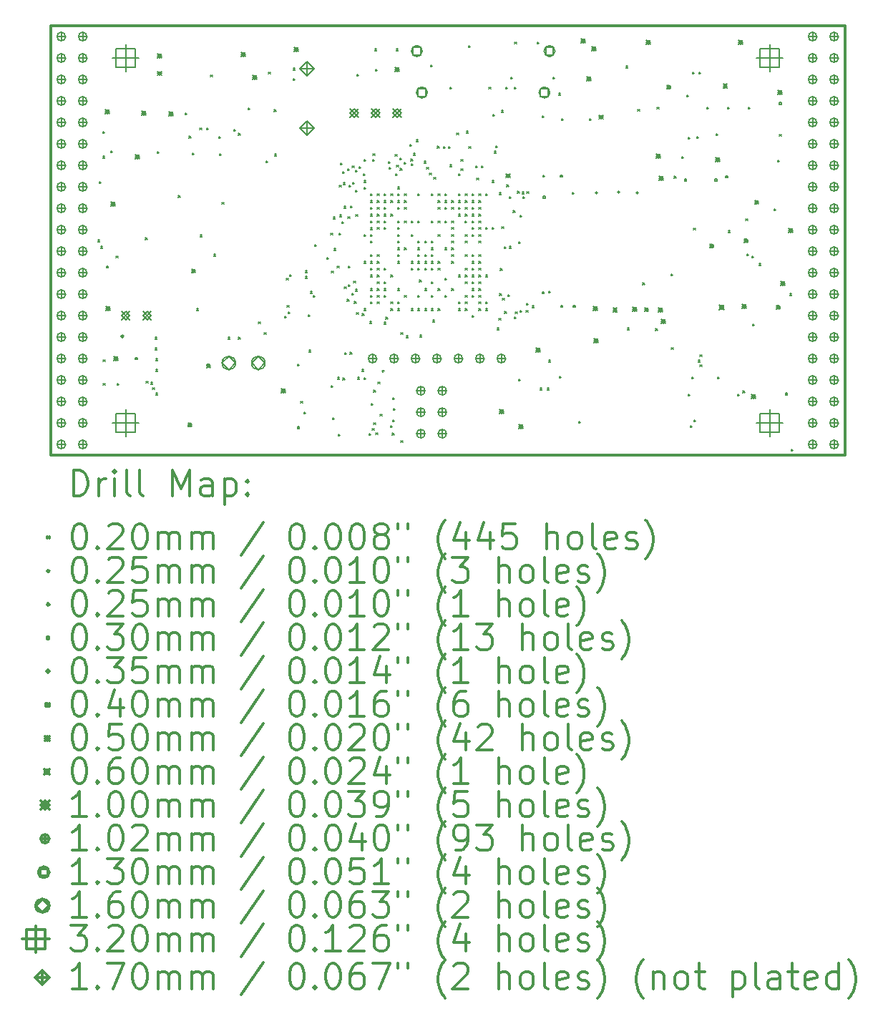
<source format=gbr>
%FSLAX45Y45*%
G04 Gerber Fmt 4.5, Leading zero omitted, Abs format (unit mm)*
G04 Created by KiCad (PCBNEW 5.0.0+dfsg1-2) date Sat Sep  8 19:40:50 2018*
%MOMM*%
%LPD*%
G01*
G04 APERTURE LIST*
%ADD10C,0.300000*%
%ADD11C,0.200000*%
G04 APERTURE END LIST*
D10*
X9410000Y-6142000D02*
X9410000Y-11222000D01*
X18808000Y-6142000D02*
X9410000Y-6142000D01*
X18808000Y-11222000D02*
X18808000Y-6142000D01*
X9410000Y-11222000D02*
X18808000Y-11222000D01*
D11*
X9969000Y-8676600D02*
X9989000Y-8696600D01*
X9989000Y-8676600D02*
X9969000Y-8696600D01*
X9990550Y-7986200D02*
X10010550Y-8006200D01*
X10010550Y-7986200D02*
X9990550Y-8006200D01*
X10007100Y-8752800D02*
X10027100Y-8772800D01*
X10027100Y-8752800D02*
X10007100Y-8772800D01*
X10032500Y-7393900D02*
X10052500Y-7413900D01*
X10052500Y-7393900D02*
X10032500Y-7413900D01*
X10032500Y-7686000D02*
X10052500Y-7706000D01*
X10052500Y-7686000D02*
X10032500Y-7706000D01*
X10035000Y-10094400D02*
X10055000Y-10114400D01*
X10055000Y-10094400D02*
X10035000Y-10114400D01*
X10035000Y-10373800D02*
X10055000Y-10393800D01*
X10055000Y-10373800D02*
X10035000Y-10393800D01*
X10125400Y-7619700D02*
X10145400Y-7639700D01*
X10145400Y-7619700D02*
X10125400Y-7639700D01*
X10187400Y-8868850D02*
X10207400Y-8888850D01*
X10207400Y-8868850D02*
X10187400Y-8888850D01*
X10200100Y-10373800D02*
X10220100Y-10393800D01*
X10220100Y-10373800D02*
X10200100Y-10393800D01*
X10535450Y-8649900D02*
X10555450Y-8669900D01*
X10555450Y-8649900D02*
X10535450Y-8669900D01*
X10543000Y-10348400D02*
X10563000Y-10368400D01*
X10563000Y-10348400D02*
X10543000Y-10368400D01*
X10595970Y-10361643D02*
X10615970Y-10381643D01*
X10615970Y-10361643D02*
X10595970Y-10381643D01*
X10619200Y-10424600D02*
X10639200Y-10444600D01*
X10639200Y-10424600D02*
X10619200Y-10444600D01*
X10650950Y-9827700D02*
X10670950Y-9847700D01*
X10670950Y-9827700D02*
X10650950Y-9847700D01*
X10650950Y-9954700D02*
X10670950Y-9974700D01*
X10670950Y-9954700D02*
X10650950Y-9974700D01*
X10657300Y-10081700D02*
X10677300Y-10101700D01*
X10677300Y-10081700D02*
X10657300Y-10101700D01*
X10657300Y-10208701D02*
X10677300Y-10228701D01*
X10677300Y-10208701D02*
X10657300Y-10228701D01*
X10657300Y-10488100D02*
X10677300Y-10508100D01*
X10677300Y-10488100D02*
X10657300Y-10508100D01*
X10671500Y-7632400D02*
X10691500Y-7652400D01*
X10691500Y-7632400D02*
X10671500Y-7652400D01*
X10924000Y-8151300D02*
X10944000Y-8171300D01*
X10944000Y-8151300D02*
X10924000Y-8171300D01*
X11001700Y-7175200D02*
X11021700Y-7195200D01*
X11021700Y-7175200D02*
X11001700Y-7195200D01*
X11049908Y-7448938D02*
X11069908Y-7468938D01*
X11069908Y-7448938D02*
X11049908Y-7468938D01*
X11090600Y-7645100D02*
X11110600Y-7665100D01*
X11110600Y-7645100D02*
X11090600Y-7665100D01*
X11137400Y-9489400D02*
X11157400Y-9509400D01*
X11157400Y-9489400D02*
X11137400Y-9509400D01*
X11178000Y-7350000D02*
X11198000Y-7370000D01*
X11198000Y-7350000D02*
X11178000Y-7370000D01*
X11179522Y-8615379D02*
X11199522Y-8635379D01*
X11199522Y-8615379D02*
X11179522Y-8635379D01*
X11258000Y-7350000D02*
X11278000Y-7370000D01*
X11278000Y-7350000D02*
X11258000Y-7370000D01*
X11305725Y-6724363D02*
X11325725Y-6744363D01*
X11325725Y-6724363D02*
X11305725Y-6744363D01*
X11344600Y-8845973D02*
X11364600Y-8865973D01*
X11364600Y-8845973D02*
X11344600Y-8865973D01*
X11400408Y-7451220D02*
X11420408Y-7471220D01*
X11420408Y-7451220D02*
X11400408Y-7471220D01*
X11408100Y-7657800D02*
X11428100Y-7677800D01*
X11428100Y-7657800D02*
X11408100Y-7677800D01*
X11441393Y-8230943D02*
X11461393Y-8250943D01*
X11461393Y-8230943D02*
X11441393Y-8250943D01*
X11514550Y-9827700D02*
X11534550Y-9847700D01*
X11534550Y-9827700D02*
X11514550Y-9847700D01*
X11578000Y-7370000D02*
X11598000Y-7390000D01*
X11598000Y-7370000D02*
X11578000Y-7390000D01*
X11633852Y-9827700D02*
X11653852Y-9847700D01*
X11653852Y-9827700D02*
X11633852Y-9847700D01*
X11635200Y-7414700D02*
X11655200Y-7434700D01*
X11655200Y-7414700D02*
X11635200Y-7434700D01*
X11747000Y-7114500D02*
X11767000Y-7134500D01*
X11767000Y-7114500D02*
X11747000Y-7134500D01*
X11870412Y-9644112D02*
X11890412Y-9664112D01*
X11890412Y-9644112D02*
X11870412Y-9664112D01*
X11940000Y-9772000D02*
X11960000Y-9792000D01*
X11960000Y-9772000D02*
X11940000Y-9792000D01*
X11959215Y-7739412D02*
X11979215Y-7759412D01*
X11979215Y-7739412D02*
X11959215Y-7759412D01*
X11990800Y-6690800D02*
X12010800Y-6710800D01*
X12010800Y-6690800D02*
X11990800Y-6710800D01*
X12056498Y-7133651D02*
X12076498Y-7153651D01*
X12076498Y-7133651D02*
X12056498Y-7153651D01*
X12063993Y-7659408D02*
X12083993Y-7679408D01*
X12083993Y-7659408D02*
X12063993Y-7679408D01*
X12182800Y-9575500D02*
X12202800Y-9595500D01*
X12202800Y-9575500D02*
X12182800Y-9595500D01*
X12201657Y-9128657D02*
X12221657Y-9148657D01*
X12221657Y-9128657D02*
X12201657Y-9148657D01*
X12210364Y-9448538D02*
X12230364Y-9468538D01*
X12230364Y-9448538D02*
X12210364Y-9468538D01*
X12220900Y-9524700D02*
X12240900Y-9544700D01*
X12240900Y-9524700D02*
X12220900Y-9544700D01*
X12242096Y-9088217D02*
X12262096Y-9108217D01*
X12262096Y-9088217D02*
X12242096Y-9108217D01*
X12282618Y-6643232D02*
X12302618Y-6663232D01*
X12302618Y-6643232D02*
X12282618Y-6663232D01*
X12284400Y-6768800D02*
X12304400Y-6788800D01*
X12304400Y-6768800D02*
X12284400Y-6788800D01*
X12332545Y-10146435D02*
X12352545Y-10166435D01*
X12352545Y-10146435D02*
X12332545Y-10166435D01*
X12370241Y-10586650D02*
X12390241Y-10606650D01*
X12390241Y-10586650D02*
X12370241Y-10606650D01*
X12410242Y-10710764D02*
X12430242Y-10730764D01*
X12430242Y-10710764D02*
X12410242Y-10730764D01*
X12423701Y-9107100D02*
X12443701Y-9127100D01*
X12443701Y-9107100D02*
X12423701Y-9127100D01*
X12423702Y-9038791D02*
X12443702Y-9058791D01*
X12443702Y-9038791D02*
X12423702Y-9058791D01*
X12460700Y-9561000D02*
X12480700Y-9581000D01*
X12480700Y-9561000D02*
X12460700Y-9581000D01*
X12467050Y-9980100D02*
X12487050Y-10000100D01*
X12487050Y-9980100D02*
X12467050Y-10000100D01*
X12486399Y-9285661D02*
X12506399Y-9305661D01*
X12506399Y-9285661D02*
X12486399Y-9305661D01*
X12519149Y-9329350D02*
X12539149Y-9349350D01*
X12539149Y-9329350D02*
X12519149Y-9349350D01*
X12538837Y-8731087D02*
X12558837Y-8751087D01*
X12558837Y-8731087D02*
X12538837Y-8751087D01*
X12682329Y-8882979D02*
X12702329Y-8902979D01*
X12702329Y-8882979D02*
X12682329Y-8902979D01*
X12727400Y-8595800D02*
X12747400Y-8615800D01*
X12747400Y-8595800D02*
X12727400Y-8615800D01*
X12731909Y-10397773D02*
X12751909Y-10417773D01*
X12751909Y-10397773D02*
X12731909Y-10417773D01*
X12733834Y-9045740D02*
X12753834Y-9065740D01*
X12753834Y-9045740D02*
X12733834Y-9065740D01*
X12748660Y-10777504D02*
X12768660Y-10797504D01*
X12768660Y-10777504D02*
X12748660Y-10797504D01*
X12759150Y-8405300D02*
X12779150Y-8425300D01*
X12779150Y-8405300D02*
X12759150Y-8425300D01*
X12764768Y-8776012D02*
X12784768Y-8796012D01*
X12784768Y-8776012D02*
X12764768Y-8796012D01*
X12803218Y-8983018D02*
X12823218Y-9003018D01*
X12823218Y-8983018D02*
X12803218Y-9003018D01*
X12808750Y-10300900D02*
X12828750Y-10320900D01*
X12828750Y-10300900D02*
X12808750Y-10320900D01*
X12815100Y-10974000D02*
X12835100Y-10994000D01*
X12835100Y-10974000D02*
X12815100Y-10994000D01*
X12824072Y-8596207D02*
X12844072Y-8616207D01*
X12844072Y-8596207D02*
X12824072Y-8616207D01*
X12829000Y-8030650D02*
X12849000Y-8050650D01*
X12849000Y-8030650D02*
X12829000Y-8050650D01*
X12835350Y-8379900D02*
X12855350Y-8399900D01*
X12855350Y-8379900D02*
X12835350Y-8399900D01*
X12841700Y-7765451D02*
X12861700Y-7785451D01*
X12861700Y-7765451D02*
X12841700Y-7785451D01*
X12860114Y-8462438D02*
X12880114Y-8482438D01*
X12880114Y-8462438D02*
X12860114Y-8482438D01*
X12867100Y-7865550D02*
X12887100Y-7885550D01*
X12887100Y-7865550D02*
X12867100Y-7885550D01*
X12870682Y-10308590D02*
X12890682Y-10328590D01*
X12890682Y-10308590D02*
X12870682Y-10328590D01*
X12873450Y-7998900D02*
X12893450Y-8018900D01*
X12893450Y-7998900D02*
X12873450Y-8018900D01*
X12886150Y-8278300D02*
X12906150Y-8298300D01*
X12906150Y-8278300D02*
X12886150Y-8298300D01*
X12886283Y-9229083D02*
X12906283Y-9249083D01*
X12906283Y-9229083D02*
X12886283Y-9249083D01*
X12890520Y-10007480D02*
X12910520Y-10027480D01*
X12910520Y-10007480D02*
X12890520Y-10027480D01*
X12921835Y-9377845D02*
X12941835Y-9397845D01*
X12941835Y-9377845D02*
X12921835Y-9397845D01*
X12924250Y-7833800D02*
X12944250Y-7853800D01*
X12944250Y-7833800D02*
X12924250Y-7853800D01*
X12930501Y-8400852D02*
X12950501Y-8420852D01*
X12950501Y-8400852D02*
X12930501Y-8420852D01*
X12934924Y-8983794D02*
X12954924Y-9003794D01*
X12954924Y-8983794D02*
X12934924Y-9003794D01*
X12935750Y-9202350D02*
X12955750Y-9222350D01*
X12955750Y-9202350D02*
X12935750Y-9222350D01*
X12940751Y-8030650D02*
X12960751Y-8050650D01*
X12960751Y-8030650D02*
X12940751Y-8050650D01*
X12956000Y-10005500D02*
X12976000Y-10025500D01*
X12976000Y-10005500D02*
X12956000Y-10025500D01*
X12962350Y-8273851D02*
X12982350Y-8293851D01*
X12982350Y-8273851D02*
X12962350Y-8293851D01*
X12976189Y-9308896D02*
X12996189Y-9328896D01*
X12996189Y-9308896D02*
X12976189Y-9328896D01*
X12981400Y-7802050D02*
X13001400Y-7822050D01*
X13001400Y-7802050D02*
X12981400Y-7822050D01*
X12984711Y-7994431D02*
X13004711Y-8014431D01*
X13004711Y-7994431D02*
X12984711Y-8014431D01*
X12999250Y-9164250D02*
X13019250Y-9184250D01*
X13019250Y-9164250D02*
X12999250Y-9184250D01*
X13007618Y-9405227D02*
X13027618Y-9425227D01*
X13027618Y-9405227D02*
X13007618Y-9425227D01*
X13018300Y-9259500D02*
X13038300Y-9279500D01*
X13038300Y-9259500D02*
X13018300Y-9279500D01*
X13018305Y-7852464D02*
X13038305Y-7872464D01*
X13038305Y-7852464D02*
X13018305Y-7872464D01*
X13019500Y-8087800D02*
X13039500Y-8107800D01*
X13039500Y-8087800D02*
X13019500Y-8107800D01*
X13023410Y-8375410D02*
X13043410Y-8395410D01*
X13043410Y-8375410D02*
X13023410Y-8395410D01*
X13030548Y-9536431D02*
X13050548Y-9556431D01*
X13050548Y-9536431D02*
X13030548Y-9556431D01*
X13033700Y-6718000D02*
X13053700Y-6738000D01*
X13053700Y-6718000D02*
X13033700Y-6738000D01*
X13043700Y-10300900D02*
X13063700Y-10320900D01*
X13063700Y-10300900D02*
X13043700Y-10320900D01*
X13063950Y-7808400D02*
X13083950Y-7828400D01*
X13083950Y-7808400D02*
X13063950Y-7828400D01*
X13093907Y-10208700D02*
X13113907Y-10228700D01*
X13113907Y-10208700D02*
X13093907Y-10228700D01*
X13098471Y-9546418D02*
X13118471Y-9566418D01*
X13118471Y-9546418D02*
X13098471Y-9566418D01*
X13114818Y-7892343D02*
X13134818Y-7912343D01*
X13134818Y-7892343D02*
X13114818Y-7912343D01*
X13118000Y-8052363D02*
X13138000Y-8072363D01*
X13138000Y-8052363D02*
X13118000Y-8072363D01*
X13118000Y-8610000D02*
X13138000Y-8630000D01*
X13138000Y-8610000D02*
X13118000Y-8630000D01*
X13118000Y-8930000D02*
X13138000Y-8950000D01*
X13138000Y-8930000D02*
X13118000Y-8950000D01*
X13118000Y-9490000D02*
X13138000Y-9510000D01*
X13138000Y-9490000D02*
X13118000Y-9510000D01*
X13118565Y-7722735D02*
X13138565Y-7742735D01*
X13138565Y-7722735D02*
X13118565Y-7742735D01*
X13119785Y-7972345D02*
X13139785Y-7992345D01*
X13139785Y-7972345D02*
X13119785Y-7992345D01*
X13119900Y-10307250D02*
X13139900Y-10327250D01*
X13139900Y-10307250D02*
X13119900Y-10327250D01*
X13178250Y-10964350D02*
X13198250Y-10984350D01*
X13198250Y-10964350D02*
X13178250Y-10984350D01*
X13189750Y-9640500D02*
X13209750Y-9660500D01*
X13209750Y-9640500D02*
X13189750Y-9660500D01*
X13197734Y-9090201D02*
X13217734Y-9110201D01*
X13217734Y-9090201D02*
X13197734Y-9110201D01*
X13198000Y-8130000D02*
X13218000Y-8150000D01*
X13218000Y-8130000D02*
X13198000Y-8150000D01*
X13198000Y-8210000D02*
X13218000Y-8230000D01*
X13218000Y-8210000D02*
X13198000Y-8230000D01*
X13198000Y-8290000D02*
X13218000Y-8310000D01*
X13218000Y-8290000D02*
X13198000Y-8310000D01*
X13198000Y-8370000D02*
X13218000Y-8390000D01*
X13218000Y-8370000D02*
X13198000Y-8390000D01*
X13198000Y-8450000D02*
X13218000Y-8470000D01*
X13218000Y-8450000D02*
X13198000Y-8470000D01*
X13198000Y-8531500D02*
X13218000Y-8551500D01*
X13218000Y-8531500D02*
X13198000Y-8551500D01*
X13198000Y-8610000D02*
X13218000Y-8630000D01*
X13218000Y-8610000D02*
X13198000Y-8630000D01*
X13198000Y-8690000D02*
X13218000Y-8710000D01*
X13218000Y-8690000D02*
X13198000Y-8710000D01*
X13198000Y-8850000D02*
X13218000Y-8870000D01*
X13218000Y-8850000D02*
X13198000Y-8870000D01*
X13198000Y-8930000D02*
X13218000Y-8950000D01*
X13218000Y-8930000D02*
X13198000Y-8950000D01*
X13198000Y-9010000D02*
X13218000Y-9030000D01*
X13218000Y-9010000D02*
X13198000Y-9030000D01*
X13198000Y-9250000D02*
X13218000Y-9270000D01*
X13218000Y-9250000D02*
X13198000Y-9270000D01*
X13198000Y-9330000D02*
X13218000Y-9350000D01*
X13218000Y-9330000D02*
X13198000Y-9350000D01*
X13198000Y-9410000D02*
X13218000Y-9430000D01*
X13218000Y-9410000D02*
X13198000Y-9430000D01*
X13206286Y-10608587D02*
X13226286Y-10628587D01*
X13226286Y-10608587D02*
X13206286Y-10628587D01*
X13217511Y-10908296D02*
X13237511Y-10928296D01*
X13237511Y-10908296D02*
X13217511Y-10928296D01*
X13220903Y-7724256D02*
X13240903Y-7744256D01*
X13240903Y-7724256D02*
X13220903Y-7744256D01*
X13227850Y-7652950D02*
X13247850Y-7672950D01*
X13247850Y-7652950D02*
X13227850Y-7672950D01*
X13234200Y-10453300D02*
X13254200Y-10473300D01*
X13254200Y-10453300D02*
X13234200Y-10473300D01*
X13234200Y-10840650D02*
X13254200Y-10860650D01*
X13254200Y-10840650D02*
X13234200Y-10860650D01*
X13245600Y-6416000D02*
X13265600Y-6436000D01*
X13265600Y-6416000D02*
X13245600Y-6436000D01*
X13258300Y-6657300D02*
X13278300Y-6677300D01*
X13278300Y-6657300D02*
X13258300Y-6677300D01*
X13260800Y-10958000D02*
X13280800Y-10978000D01*
X13280800Y-10958000D02*
X13260800Y-10978000D01*
X13278000Y-8130000D02*
X13298000Y-8150000D01*
X13298000Y-8130000D02*
X13278000Y-8150000D01*
X13278000Y-8210000D02*
X13298000Y-8230000D01*
X13298000Y-8210000D02*
X13278000Y-8230000D01*
X13278000Y-8290000D02*
X13298000Y-8310000D01*
X13298000Y-8290000D02*
X13278000Y-8310000D01*
X13278000Y-8370000D02*
X13298000Y-8390000D01*
X13298000Y-8370000D02*
X13278000Y-8390000D01*
X13278000Y-8450000D02*
X13298000Y-8470000D01*
X13298000Y-8450000D02*
X13278000Y-8470000D01*
X13278000Y-8530000D02*
X13298000Y-8550000D01*
X13298000Y-8530000D02*
X13278000Y-8550000D01*
X13278000Y-8850000D02*
X13298000Y-8870000D01*
X13298000Y-8850000D02*
X13278000Y-8870000D01*
X13278000Y-8930000D02*
X13298000Y-8950000D01*
X13298000Y-8930000D02*
X13278000Y-8950000D01*
X13278000Y-9010000D02*
X13298000Y-9030000D01*
X13298000Y-9010000D02*
X13278000Y-9030000D01*
X13278000Y-9090000D02*
X13298000Y-9110000D01*
X13298000Y-9090000D02*
X13278000Y-9110000D01*
X13278000Y-9170000D02*
X13298000Y-9190000D01*
X13298000Y-9170000D02*
X13278000Y-9190000D01*
X13278000Y-9250000D02*
X13298000Y-9270000D01*
X13298000Y-9250000D02*
X13278000Y-9270000D01*
X13278000Y-9330000D02*
X13298000Y-9350000D01*
X13298000Y-9330000D02*
X13278000Y-9350000D01*
X13278000Y-9410000D02*
X13298000Y-9430000D01*
X13298000Y-9410000D02*
X13278000Y-9430000D01*
X13285000Y-10358050D02*
X13305000Y-10378050D01*
X13305000Y-10358050D02*
X13285000Y-10378050D01*
X13311600Y-10736500D02*
X13331600Y-10756500D01*
X13331600Y-10736500D02*
X13311600Y-10756500D01*
X13358000Y-8130000D02*
X13378000Y-8150000D01*
X13378000Y-8130000D02*
X13358000Y-8150000D01*
X13358000Y-8210000D02*
X13378000Y-8230000D01*
X13378000Y-8210000D02*
X13358000Y-8230000D01*
X13358000Y-8290000D02*
X13378000Y-8310000D01*
X13378000Y-8290000D02*
X13358000Y-8310000D01*
X13358000Y-8370000D02*
X13378000Y-8390000D01*
X13378000Y-8370000D02*
X13358000Y-8390000D01*
X13358000Y-8450000D02*
X13378000Y-8470000D01*
X13378000Y-8450000D02*
X13358000Y-8470000D01*
X13358000Y-8530000D02*
X13378000Y-8550000D01*
X13378000Y-8530000D02*
X13358000Y-8550000D01*
X13358000Y-9010000D02*
X13378000Y-9030000D01*
X13378000Y-9010000D02*
X13358000Y-9030000D01*
X13358000Y-9170000D02*
X13378000Y-9190000D01*
X13378000Y-9170000D02*
X13358000Y-9190000D01*
X13358000Y-9250000D02*
X13378000Y-9270000D01*
X13378000Y-9250000D02*
X13358000Y-9270000D01*
X13358000Y-9330000D02*
X13378000Y-9350000D01*
X13378000Y-9330000D02*
X13358000Y-9350000D01*
X13358000Y-9650000D02*
X13378000Y-9670000D01*
X13378000Y-9650000D02*
X13358000Y-9670000D01*
X13378000Y-9590000D02*
X13398000Y-9610000D01*
X13398000Y-9590000D02*
X13378000Y-9610000D01*
X13411163Y-7748395D02*
X13431163Y-7768395D01*
X13431163Y-7748395D02*
X13411163Y-7768395D01*
X13415020Y-7815418D02*
X13435020Y-7835418D01*
X13435020Y-7815418D02*
X13415020Y-7835418D01*
X13436400Y-10874197D02*
X13456400Y-10894197D01*
X13456400Y-10874197D02*
X13436400Y-10894197D01*
X13438000Y-8130000D02*
X13458000Y-8150000D01*
X13458000Y-8130000D02*
X13438000Y-8150000D01*
X13438000Y-8210000D02*
X13458000Y-8230000D01*
X13458000Y-8210000D02*
X13438000Y-8230000D01*
X13438000Y-8370000D02*
X13458000Y-8390000D01*
X13458000Y-8370000D02*
X13438000Y-8390000D01*
X13438000Y-9090000D02*
X13458000Y-9110000D01*
X13458000Y-9090000D02*
X13438000Y-9110000D01*
X13438000Y-9410000D02*
X13458000Y-9430000D01*
X13458000Y-9410000D02*
X13438000Y-9430000D01*
X13438000Y-9490000D02*
X13458000Y-9510000D01*
X13458000Y-9490000D02*
X13438000Y-9510000D01*
X13453687Y-10961995D02*
X13473687Y-10981995D01*
X13473687Y-10961995D02*
X13453687Y-10981995D01*
X13457587Y-10803159D02*
X13477587Y-10823159D01*
X13477587Y-10803159D02*
X13457587Y-10823159D01*
X13460735Y-10540845D02*
X13480735Y-10560845D01*
X13480735Y-10540845D02*
X13460735Y-10560845D01*
X13465065Y-10671051D02*
X13485065Y-10691051D01*
X13485065Y-10671051D02*
X13465065Y-10691051D01*
X13489399Y-7662350D02*
X13509399Y-7682350D01*
X13509399Y-7662350D02*
X13489399Y-7682350D01*
X13492132Y-7892495D02*
X13512132Y-7912495D01*
X13512132Y-7892495D02*
X13492132Y-7912495D01*
X13499600Y-6416000D02*
X13519600Y-6436000D01*
X13519600Y-6416000D02*
X13499600Y-6436000D01*
X13507250Y-7792650D02*
X13527250Y-7812650D01*
X13527250Y-7792650D02*
X13507250Y-7812650D01*
X13518000Y-8050000D02*
X13538000Y-8070000D01*
X13538000Y-8050000D02*
X13518000Y-8070000D01*
X13518000Y-8130000D02*
X13538000Y-8150000D01*
X13538000Y-8130000D02*
X13518000Y-8150000D01*
X13518000Y-8210000D02*
X13538000Y-8230000D01*
X13538000Y-8210000D02*
X13518000Y-8230000D01*
X13518000Y-8290000D02*
X13538000Y-8310000D01*
X13538000Y-8290000D02*
X13518000Y-8310000D01*
X13518000Y-8450000D02*
X13538000Y-8470000D01*
X13538000Y-8450000D02*
X13518000Y-8470000D01*
X13518000Y-8530000D02*
X13538000Y-8550000D01*
X13538000Y-8530000D02*
X13518000Y-8550000D01*
X13518000Y-8610000D02*
X13538000Y-8630000D01*
X13538000Y-8610000D02*
X13518000Y-8630000D01*
X13518000Y-8690000D02*
X13538000Y-8710000D01*
X13538000Y-8690000D02*
X13518000Y-8710000D01*
X13518000Y-8770000D02*
X13538000Y-8790000D01*
X13538000Y-8770000D02*
X13518000Y-8790000D01*
X13518000Y-8850000D02*
X13538000Y-8870000D01*
X13538000Y-8850000D02*
X13518000Y-8870000D01*
X13518000Y-8930000D02*
X13538000Y-8950000D01*
X13538000Y-8930000D02*
X13518000Y-8950000D01*
X13518000Y-9250000D02*
X13538000Y-9270000D01*
X13538000Y-9250000D02*
X13518000Y-9270000D01*
X13518000Y-9410000D02*
X13538000Y-9430000D01*
X13538000Y-9410000D02*
X13518000Y-9430000D01*
X13518000Y-9490000D02*
X13538000Y-9510000D01*
X13538000Y-9490000D02*
X13518000Y-9510000D01*
X13546550Y-7706800D02*
X13566550Y-7726800D01*
X13566550Y-7706800D02*
X13546550Y-7726800D01*
X13549150Y-7827659D02*
X13569150Y-7847659D01*
X13569150Y-7827659D02*
X13549150Y-7847659D01*
X13555656Y-11051071D02*
X13575656Y-11071071D01*
X13575656Y-11051071D02*
X13555656Y-11071071D01*
X13558000Y-9770000D02*
X13578000Y-9790000D01*
X13578000Y-9770000D02*
X13558000Y-9790000D01*
X13594882Y-7754550D02*
X13614882Y-7774550D01*
X13614882Y-7754550D02*
X13594882Y-7774550D01*
X13598000Y-8130000D02*
X13618000Y-8150000D01*
X13618000Y-8130000D02*
X13598000Y-8150000D01*
X13598000Y-8210000D02*
X13618000Y-8230000D01*
X13618000Y-8210000D02*
X13598000Y-8230000D01*
X13598000Y-8290000D02*
X13618000Y-8310000D01*
X13618000Y-8290000D02*
X13598000Y-8310000D01*
X13598000Y-8450000D02*
X13618000Y-8470000D01*
X13618000Y-8450000D02*
X13598000Y-8470000D01*
X13598000Y-8770000D02*
X13618000Y-8790000D01*
X13618000Y-8770000D02*
X13598000Y-8790000D01*
X13598000Y-9330000D02*
X13618000Y-9350000D01*
X13618000Y-9330000D02*
X13598000Y-9350000D01*
X13618000Y-9810000D02*
X13638000Y-9830000D01*
X13638000Y-9810000D02*
X13618000Y-9830000D01*
X13664259Y-7547941D02*
X13684259Y-7567941D01*
X13684259Y-7547941D02*
X13664259Y-7567941D01*
X13676320Y-7718760D02*
X13696320Y-7738760D01*
X13696320Y-7718760D02*
X13676320Y-7738760D01*
X13678000Y-8450000D02*
X13698000Y-8470000D01*
X13698000Y-8450000D02*
X13678000Y-8470000D01*
X13678000Y-8610000D02*
X13698000Y-8630000D01*
X13698000Y-8610000D02*
X13678000Y-8630000D01*
X13678000Y-8930000D02*
X13698000Y-8950000D01*
X13698000Y-8930000D02*
X13678000Y-8950000D01*
X13678000Y-9010000D02*
X13698000Y-9030000D01*
X13698000Y-9010000D02*
X13678000Y-9030000D01*
X13678000Y-9490000D02*
X13698000Y-9510000D01*
X13698000Y-9490000D02*
X13678000Y-9510000D01*
X13679461Y-7776107D02*
X13699461Y-7796107D01*
X13699461Y-7776107D02*
X13679461Y-7796107D01*
X13707437Y-7652487D02*
X13727437Y-7672487D01*
X13727437Y-7652487D02*
X13707437Y-7672487D01*
X13738000Y-7490000D02*
X13758000Y-7510000D01*
X13758000Y-7490000D02*
X13738000Y-7510000D01*
X13758000Y-8130000D02*
X13778000Y-8150000D01*
X13778000Y-8130000D02*
X13758000Y-8150000D01*
X13758000Y-8450000D02*
X13778000Y-8470000D01*
X13778000Y-8450000D02*
X13758000Y-8470000D01*
X13758000Y-8690000D02*
X13778000Y-8710000D01*
X13778000Y-8690000D02*
X13758000Y-8710000D01*
X13758000Y-8770000D02*
X13778000Y-8790000D01*
X13778000Y-8770000D02*
X13758000Y-8790000D01*
X13758000Y-8850000D02*
X13778000Y-8870000D01*
X13778000Y-8850000D02*
X13758000Y-8870000D01*
X13758000Y-8930000D02*
X13778000Y-8950000D01*
X13778000Y-8930000D02*
X13758000Y-8950000D01*
X13758000Y-9010000D02*
X13778000Y-9030000D01*
X13778000Y-9010000D02*
X13758000Y-9030000D01*
X13758000Y-9330000D02*
X13778000Y-9350000D01*
X13778000Y-9330000D02*
X13758000Y-9350000D01*
X13758000Y-9490000D02*
X13778000Y-9510000D01*
X13778000Y-9490000D02*
X13758000Y-9510000D01*
X13778000Y-9150000D02*
X13798000Y-9170000D01*
X13798000Y-9150000D02*
X13778000Y-9170000D01*
X13781499Y-9802300D02*
X13801499Y-9822300D01*
X13801499Y-9802300D02*
X13781499Y-9822300D01*
X13830592Y-7745154D02*
X13850592Y-7765154D01*
X13850592Y-7745154D02*
X13830592Y-7765154D01*
X13838000Y-8690000D02*
X13858000Y-8710000D01*
X13858000Y-8690000D02*
X13838000Y-8710000D01*
X13838000Y-8850000D02*
X13858000Y-8870000D01*
X13858000Y-8850000D02*
X13838000Y-8870000D01*
X13838000Y-8930000D02*
X13858000Y-8950000D01*
X13858000Y-8930000D02*
X13838000Y-8950000D01*
X13838000Y-9010000D02*
X13858000Y-9030000D01*
X13858000Y-9010000D02*
X13838000Y-9030000D01*
X13838000Y-9250000D02*
X13858000Y-9270000D01*
X13858000Y-9250000D02*
X13838000Y-9270000D01*
X13838000Y-9490000D02*
X13858000Y-9510000D01*
X13858000Y-9490000D02*
X13838000Y-9510000D01*
X13862850Y-7818050D02*
X13882850Y-7838050D01*
X13882850Y-7818050D02*
X13862850Y-7838050D01*
X13894600Y-7881550D02*
X13914600Y-7901550D01*
X13914600Y-7881550D02*
X13894600Y-7901550D01*
X13910000Y-6603700D02*
X13930000Y-6623700D01*
X13930000Y-6603700D02*
X13910000Y-6623700D01*
X13918000Y-8130000D02*
X13938000Y-8150000D01*
X13938000Y-8130000D02*
X13918000Y-8150000D01*
X13918000Y-8450000D02*
X13938000Y-8470000D01*
X13938000Y-8450000D02*
X13918000Y-8470000D01*
X13918000Y-8690000D02*
X13938000Y-8710000D01*
X13938000Y-8690000D02*
X13918000Y-8710000D01*
X13918000Y-8770000D02*
X13938000Y-8790000D01*
X13938000Y-8770000D02*
X13918000Y-8790000D01*
X13918000Y-8850000D02*
X13938000Y-8870000D01*
X13938000Y-8850000D02*
X13918000Y-8870000D01*
X13918000Y-8930000D02*
X13938000Y-8950000D01*
X13938000Y-8930000D02*
X13918000Y-8950000D01*
X13918000Y-9010000D02*
X13938000Y-9030000D01*
X13938000Y-9010000D02*
X13918000Y-9030000D01*
X13918000Y-9170000D02*
X13938000Y-9190000D01*
X13938000Y-9170000D02*
X13918000Y-9190000D01*
X13918000Y-9330000D02*
X13938000Y-9350000D01*
X13938000Y-9330000D02*
X13918000Y-9350000D01*
X13918000Y-9490000D02*
X13938000Y-9510000D01*
X13938000Y-9490000D02*
X13918000Y-9510000D01*
X13933900Y-9624500D02*
X13953900Y-9644500D01*
X13953900Y-9624500D02*
X13933900Y-9644500D01*
X13945400Y-7932350D02*
X13965400Y-7952350D01*
X13965400Y-7932350D02*
X13945400Y-7952350D01*
X13989352Y-7565171D02*
X14009352Y-7585171D01*
X14009352Y-7565171D02*
X13989352Y-7585171D01*
X13996000Y-8292000D02*
X14016000Y-8312000D01*
X14016000Y-8292000D02*
X13996000Y-8312000D01*
X13998000Y-8130000D02*
X14018000Y-8150000D01*
X14018000Y-8130000D02*
X13998000Y-8150000D01*
X13998000Y-8210000D02*
X14018000Y-8230000D01*
X14018000Y-8210000D02*
X13998000Y-8230000D01*
X13998000Y-8450000D02*
X14018000Y-8470000D01*
X14018000Y-8450000D02*
X13998000Y-8470000D01*
X13998000Y-8610000D02*
X14018000Y-8630000D01*
X14018000Y-8610000D02*
X13998000Y-8630000D01*
X13998000Y-8930000D02*
X14018000Y-8950000D01*
X14018000Y-8930000D02*
X13998000Y-8950000D01*
X13998000Y-9010000D02*
X14018000Y-9030000D01*
X14018000Y-9010000D02*
X13998000Y-9030000D01*
X13998000Y-9250000D02*
X14018000Y-9270000D01*
X14018000Y-9250000D02*
X13998000Y-9270000D01*
X13998000Y-9490000D02*
X14018000Y-9510000D01*
X14018000Y-9490000D02*
X13998000Y-9510000D01*
X14058000Y-7570000D02*
X14078000Y-7590000D01*
X14078000Y-7570000D02*
X14058000Y-7590000D01*
X14078000Y-8130000D02*
X14098000Y-8150000D01*
X14098000Y-8130000D02*
X14078000Y-8150000D01*
X14078000Y-8210000D02*
X14098000Y-8230000D01*
X14098000Y-8210000D02*
X14078000Y-8230000D01*
X14078000Y-8290000D02*
X14098000Y-8310000D01*
X14098000Y-8290000D02*
X14078000Y-8310000D01*
X14078000Y-8450000D02*
X14098000Y-8470000D01*
X14098000Y-8450000D02*
X14078000Y-8470000D01*
X14078000Y-8770000D02*
X14098000Y-8790000D01*
X14098000Y-8770000D02*
X14078000Y-8790000D01*
X14078000Y-9130000D02*
X14098000Y-9150000D01*
X14098000Y-9130000D02*
X14078000Y-9150000D01*
X14078000Y-9330000D02*
X14098000Y-9350000D01*
X14098000Y-9330000D02*
X14078000Y-9350000D01*
X14118000Y-7570000D02*
X14138000Y-7590000D01*
X14138000Y-7570000D02*
X14118000Y-7590000D01*
X14135900Y-7786300D02*
X14155900Y-7806300D01*
X14155900Y-7786300D02*
X14135900Y-7806300D01*
X14138000Y-6870000D02*
X14158000Y-6890000D01*
X14158000Y-6870000D02*
X14138000Y-6890000D01*
X14158000Y-8210000D02*
X14178000Y-8230000D01*
X14178000Y-8210000D02*
X14158000Y-8230000D01*
X14158000Y-8290000D02*
X14178000Y-8310000D01*
X14178000Y-8290000D02*
X14158000Y-8310000D01*
X14158000Y-8450000D02*
X14178000Y-8470000D01*
X14178000Y-8450000D02*
X14158000Y-8470000D01*
X14158000Y-8530000D02*
X14178000Y-8550000D01*
X14178000Y-8530000D02*
X14158000Y-8550000D01*
X14158000Y-8610000D02*
X14178000Y-8630000D01*
X14178000Y-8610000D02*
X14158000Y-8630000D01*
X14158000Y-8690000D02*
X14178000Y-8710000D01*
X14178000Y-8690000D02*
X14158000Y-8710000D01*
X14158000Y-8770000D02*
X14178000Y-8790000D01*
X14178000Y-8770000D02*
X14158000Y-8790000D01*
X14158000Y-8850000D02*
X14178000Y-8870000D01*
X14178000Y-8850000D02*
X14158000Y-8870000D01*
X14158000Y-8930000D02*
X14178000Y-8950000D01*
X14178000Y-8930000D02*
X14158000Y-8950000D01*
X14158000Y-9250000D02*
X14178000Y-9270000D01*
X14178000Y-9250000D02*
X14158000Y-9270000D01*
X14218000Y-7410000D02*
X14238000Y-7430000D01*
X14238000Y-7410000D02*
X14218000Y-7430000D01*
X14236000Y-8292000D02*
X14256000Y-8312000D01*
X14256000Y-8292000D02*
X14236000Y-8312000D01*
X14236377Y-7893109D02*
X14256377Y-7913109D01*
X14256377Y-7893109D02*
X14236377Y-7913109D01*
X14238000Y-8130000D02*
X14258000Y-8150000D01*
X14258000Y-8130000D02*
X14238000Y-8150000D01*
X14238000Y-8210000D02*
X14258000Y-8230000D01*
X14258000Y-8210000D02*
X14238000Y-8230000D01*
X14238000Y-8370000D02*
X14258000Y-8390000D01*
X14258000Y-8370000D02*
X14238000Y-8390000D01*
X14238000Y-9090000D02*
X14258000Y-9110000D01*
X14258000Y-9090000D02*
X14238000Y-9110000D01*
X14238000Y-9410000D02*
X14258000Y-9430000D01*
X14258000Y-9410000D02*
X14238000Y-9430000D01*
X14238000Y-9490000D02*
X14258000Y-9510000D01*
X14258000Y-9490000D02*
X14238000Y-9510000D01*
X14267329Y-7833800D02*
X14287329Y-7853800D01*
X14287329Y-7833800D02*
X14267329Y-7853800D01*
X14268583Y-7723660D02*
X14288583Y-7743660D01*
X14288583Y-7723660D02*
X14268583Y-7743660D01*
X14316000Y-8452000D02*
X14336000Y-8472000D01*
X14336000Y-8452000D02*
X14316000Y-8472000D01*
X14318000Y-8130000D02*
X14338000Y-8150000D01*
X14338000Y-8130000D02*
X14318000Y-8150000D01*
X14318000Y-8210000D02*
X14338000Y-8230000D01*
X14338000Y-8210000D02*
X14318000Y-8230000D01*
X14318000Y-8290000D02*
X14338000Y-8310000D01*
X14338000Y-8290000D02*
X14318000Y-8310000D01*
X14318000Y-8370000D02*
X14338000Y-8390000D01*
X14338000Y-8370000D02*
X14318000Y-8390000D01*
X14318000Y-8610000D02*
X14338000Y-8630000D01*
X14338000Y-8610000D02*
X14318000Y-8630000D01*
X14318000Y-8690000D02*
X14338000Y-8710000D01*
X14338000Y-8690000D02*
X14318000Y-8710000D01*
X14318000Y-8850000D02*
X14338000Y-8870000D01*
X14338000Y-8850000D02*
X14318000Y-8870000D01*
X14318000Y-9010000D02*
X14338000Y-9030000D01*
X14338000Y-9010000D02*
X14318000Y-9030000D01*
X14318000Y-9090000D02*
X14338000Y-9110000D01*
X14338000Y-9090000D02*
X14318000Y-9110000D01*
X14318000Y-9170000D02*
X14338000Y-9190000D01*
X14338000Y-9170000D02*
X14318000Y-9190000D01*
X14318000Y-9330000D02*
X14338000Y-9350000D01*
X14338000Y-9330000D02*
X14318000Y-9350000D01*
X14318000Y-9410000D02*
X14338000Y-9430000D01*
X14338000Y-9410000D02*
X14318000Y-9430000D01*
X14318000Y-9490000D02*
X14338000Y-9510000D01*
X14338000Y-9490000D02*
X14318000Y-9510000D01*
X14331863Y-7387513D02*
X14351863Y-7407513D01*
X14351863Y-7387513D02*
X14331863Y-7407513D01*
X14355067Y-6376252D02*
X14375067Y-6396252D01*
X14375067Y-6376252D02*
X14355067Y-6396252D01*
X14360888Y-7571730D02*
X14380888Y-7591730D01*
X14380888Y-7571730D02*
X14360888Y-7591730D01*
X14398000Y-9570000D02*
X14418000Y-9590000D01*
X14418000Y-9570000D02*
X14398000Y-9590000D01*
X14398000Y-8130000D02*
X14418000Y-8150000D01*
X14418000Y-8130000D02*
X14398000Y-8150000D01*
X14398000Y-8210000D02*
X14418000Y-8230000D01*
X14418000Y-8210000D02*
X14398000Y-8230000D01*
X14398000Y-8290000D02*
X14418000Y-8310000D01*
X14418000Y-8290000D02*
X14398000Y-8310000D01*
X14398000Y-8370000D02*
X14418000Y-8390000D01*
X14418000Y-8370000D02*
X14398000Y-8390000D01*
X14398000Y-8450000D02*
X14418000Y-8470000D01*
X14418000Y-8450000D02*
X14398000Y-8470000D01*
X14398000Y-8530000D02*
X14418000Y-8550000D01*
X14418000Y-8530000D02*
X14398000Y-8550000D01*
X14398000Y-8610000D02*
X14418000Y-8630000D01*
X14418000Y-8610000D02*
X14398000Y-8630000D01*
X14398000Y-8850000D02*
X14418000Y-8870000D01*
X14418000Y-8850000D02*
X14398000Y-8870000D01*
X14398000Y-8930000D02*
X14418000Y-8950000D01*
X14418000Y-8930000D02*
X14398000Y-8950000D01*
X14398000Y-9010000D02*
X14418000Y-9030000D01*
X14418000Y-9010000D02*
X14398000Y-9030000D01*
X14398000Y-9090000D02*
X14418000Y-9110000D01*
X14418000Y-9090000D02*
X14398000Y-9110000D01*
X14398000Y-9170000D02*
X14418000Y-9190000D01*
X14418000Y-9170000D02*
X14398000Y-9190000D01*
X14398000Y-9250000D02*
X14418000Y-9270000D01*
X14418000Y-9250000D02*
X14398000Y-9270000D01*
X14398000Y-9330000D02*
X14418000Y-9350000D01*
X14418000Y-9330000D02*
X14398000Y-9350000D01*
X14441900Y-7802050D02*
X14461900Y-7822050D01*
X14461900Y-7802050D02*
X14441900Y-7822050D01*
X14453400Y-7942279D02*
X14473400Y-7962279D01*
X14473400Y-7942279D02*
X14453400Y-7962279D01*
X14478000Y-8130000D02*
X14498000Y-8150000D01*
X14498000Y-8130000D02*
X14478000Y-8150000D01*
X14478000Y-8210000D02*
X14498000Y-8230000D01*
X14498000Y-8210000D02*
X14478000Y-8230000D01*
X14478000Y-8290000D02*
X14498000Y-8310000D01*
X14498000Y-8290000D02*
X14478000Y-8310000D01*
X14478000Y-8370000D02*
X14498000Y-8390000D01*
X14498000Y-8370000D02*
X14478000Y-8390000D01*
X14478000Y-8450000D02*
X14498000Y-8470000D01*
X14498000Y-8450000D02*
X14478000Y-8470000D01*
X14478000Y-8530000D02*
X14498000Y-8550000D01*
X14498000Y-8530000D02*
X14478000Y-8550000D01*
X14478000Y-8610000D02*
X14498000Y-8630000D01*
X14498000Y-8610000D02*
X14478000Y-8630000D01*
X14478000Y-8690000D02*
X14498000Y-8710000D01*
X14498000Y-8690000D02*
X14478000Y-8710000D01*
X14478000Y-8850000D02*
X14498000Y-8870000D01*
X14498000Y-8850000D02*
X14478000Y-8870000D01*
X14478000Y-8930000D02*
X14498000Y-8950000D01*
X14498000Y-8930000D02*
X14478000Y-8950000D01*
X14478000Y-9010000D02*
X14498000Y-9030000D01*
X14498000Y-9010000D02*
X14478000Y-9030000D01*
X14478000Y-9090000D02*
X14498000Y-9110000D01*
X14498000Y-9090000D02*
X14478000Y-9110000D01*
X14478000Y-9170000D02*
X14498000Y-9190000D01*
X14498000Y-9170000D02*
X14478000Y-9190000D01*
X14478000Y-9250000D02*
X14498000Y-9270000D01*
X14498000Y-9250000D02*
X14478000Y-9270000D01*
X14478000Y-9330000D02*
X14498000Y-9350000D01*
X14498000Y-9330000D02*
X14478000Y-9350000D01*
X14478000Y-9410000D02*
X14498000Y-9430000D01*
X14498000Y-9410000D02*
X14478000Y-9430000D01*
X14478000Y-9490000D02*
X14498000Y-9510000D01*
X14498000Y-9490000D02*
X14478000Y-9510000D01*
X14511750Y-7802050D02*
X14531750Y-7822050D01*
X14531750Y-7802050D02*
X14511750Y-7822050D01*
X14558000Y-8130000D02*
X14578000Y-8150000D01*
X14578000Y-8130000D02*
X14558000Y-8150000D01*
X14558000Y-8530000D02*
X14578000Y-8550000D01*
X14578000Y-8530000D02*
X14558000Y-8550000D01*
X14558000Y-9090000D02*
X14578000Y-9110000D01*
X14578000Y-9090000D02*
X14558000Y-9110000D01*
X14558000Y-9410000D02*
X14578000Y-9430000D01*
X14578000Y-9410000D02*
X14558000Y-9430000D01*
X14558000Y-9490000D02*
X14578000Y-9510000D01*
X14578000Y-9490000D02*
X14558000Y-9510000D01*
X14598000Y-6870000D02*
X14618000Y-6890000D01*
X14618000Y-6870000D02*
X14598000Y-6890000D01*
X14638000Y-8530000D02*
X14658000Y-8550000D01*
X14658000Y-8530000D02*
X14638000Y-8550000D01*
X14638141Y-7971938D02*
X14658141Y-7991938D01*
X14658141Y-7971938D02*
X14638141Y-7991938D01*
X14646600Y-7187799D02*
X14666600Y-7207799D01*
X14666600Y-7187799D02*
X14646600Y-7207799D01*
X14660029Y-7625502D02*
X14680029Y-7645502D01*
X14680029Y-7625502D02*
X14660029Y-7645502D01*
X14676850Y-7560750D02*
X14696850Y-7580750D01*
X14696850Y-7560750D02*
X14676850Y-7580750D01*
X14694701Y-9716700D02*
X14714701Y-9736700D01*
X14714701Y-9716700D02*
X14694701Y-9736700D01*
X14718001Y-9600483D02*
X14738001Y-9620483D01*
X14738001Y-9600483D02*
X14718001Y-9620483D01*
X14720100Y-8116500D02*
X14740100Y-8136500D01*
X14740100Y-8116500D02*
X14720100Y-8136500D01*
X14724389Y-9311713D02*
X14744389Y-9331713D01*
X14744389Y-9311713D02*
X14724389Y-9331713D01*
X14733095Y-9013302D02*
X14753095Y-9033302D01*
X14753095Y-9013302D02*
X14733095Y-9033302D01*
X14748200Y-7143450D02*
X14768200Y-7163450D01*
X14768200Y-7143450D02*
X14748200Y-7163450D01*
X14751215Y-8517186D02*
X14771215Y-8537186D01*
X14771215Y-8517186D02*
X14751215Y-8537186D01*
X14760000Y-9366849D02*
X14780000Y-9386849D01*
X14780000Y-9366849D02*
X14760000Y-9386849D01*
X14781079Y-8758342D02*
X14801079Y-8778342D01*
X14801079Y-8758342D02*
X14781079Y-8778342D01*
X14785679Y-9521109D02*
X14805679Y-9541109D01*
X14805679Y-9521109D02*
X14785679Y-9541109D01*
X14795949Y-6870000D02*
X14815949Y-6890000D01*
X14815949Y-6870000D02*
X14795949Y-6890000D01*
X14810200Y-8024300D02*
X14830200Y-8044300D01*
X14830200Y-8024300D02*
X14810200Y-8044300D01*
X14824901Y-9322231D02*
X14844901Y-9342231D01*
X14844901Y-9322231D02*
X14824901Y-9342231D01*
X14838354Y-8752346D02*
X14858354Y-8772346D01*
X14858354Y-8752346D02*
X14838354Y-8772346D01*
X14841950Y-8164000D02*
X14861950Y-8184000D01*
X14861950Y-8164000D02*
X14841950Y-8184000D01*
X14858001Y-6750000D02*
X14878001Y-6770000D01*
X14878001Y-6750000D02*
X14858001Y-6770000D01*
X14886400Y-8329101D02*
X14906400Y-8349101D01*
X14906400Y-8329101D02*
X14886400Y-8349101D01*
X14898000Y-6870000D02*
X14918000Y-6890000D01*
X14918000Y-6870000D02*
X14898000Y-6890000D01*
X14899100Y-9586400D02*
X14919100Y-9606400D01*
X14919100Y-9586400D02*
X14899100Y-9606400D01*
X14903412Y-6332405D02*
X14923412Y-6352405D01*
X14923412Y-6332405D02*
X14903412Y-6352405D01*
X14910600Y-9526200D02*
X14930600Y-9546200D01*
X14930600Y-9526200D02*
X14910600Y-9546200D01*
X14937199Y-8100500D02*
X14957199Y-8120500D01*
X14957199Y-8100500D02*
X14937199Y-8120500D01*
X14947550Y-8699301D02*
X14967550Y-8719301D01*
X14967550Y-8699301D02*
X14947550Y-8719301D01*
X14947728Y-10322085D02*
X14967728Y-10342085D01*
X14967728Y-10322085D02*
X14947728Y-10342085D01*
X14966401Y-8381402D02*
X14986401Y-8401402D01*
X14986401Y-8381402D02*
X14966401Y-8401402D01*
X14967749Y-9507150D02*
X14987749Y-9527150D01*
X14987749Y-9507150D02*
X14967749Y-9527150D01*
X14991381Y-8107272D02*
X15011381Y-8127272D01*
X15011381Y-8107272D02*
X14991381Y-8127272D01*
X15000700Y-8164000D02*
X15020700Y-8184000D01*
X15020700Y-8164000D02*
X15000700Y-8184000D01*
X15037600Y-9507150D02*
X15057600Y-9527150D01*
X15057600Y-9507150D02*
X15037600Y-9527150D01*
X15043950Y-9424600D02*
X15063950Y-9444600D01*
X15063950Y-9424600D02*
X15043950Y-9444600D01*
X15045980Y-8106843D02*
X15065980Y-8126843D01*
X15065980Y-8106843D02*
X15045980Y-8126843D01*
X15109016Y-9455085D02*
X15129016Y-9475085D01*
X15129016Y-9455085D02*
X15109016Y-9475085D01*
X15167300Y-6337000D02*
X15187300Y-6357000D01*
X15187300Y-6337000D02*
X15167300Y-6357000D01*
X15201400Y-10429200D02*
X15221400Y-10449200D01*
X15221400Y-10429200D02*
X15201400Y-10449200D01*
X15230800Y-7206950D02*
X15250800Y-7226950D01*
X15250800Y-7206950D02*
X15230800Y-7226950D01*
X15239707Y-7909347D02*
X15259707Y-7929347D01*
X15259707Y-7909347D02*
X15239707Y-7929347D01*
X15290300Y-10429200D02*
X15310300Y-10449200D01*
X15310300Y-10429200D02*
X15290300Y-10449200D01*
X15303000Y-10099000D02*
X15323000Y-10119000D01*
X15323000Y-10099000D02*
X15303000Y-10119000D01*
X15305500Y-9281600D02*
X15325500Y-9301600D01*
X15325500Y-9281600D02*
X15305500Y-9301600D01*
X15358000Y-6750000D02*
X15378000Y-6770000D01*
X15378000Y-6750000D02*
X15358000Y-6770000D01*
X15421300Y-6940250D02*
X15441300Y-6960250D01*
X15441300Y-6940250D02*
X15421300Y-6960250D01*
X15432558Y-10288777D02*
X15452558Y-10308777D01*
X15452558Y-10288777D02*
X15432558Y-10308777D01*
X15459400Y-7238700D02*
X15479400Y-7258700D01*
X15479400Y-7238700D02*
X15459400Y-7258700D01*
X15584900Y-8114958D02*
X15604900Y-8134958D01*
X15604900Y-8114958D02*
X15584900Y-8134958D01*
X15662600Y-10820100D02*
X15682600Y-10840100D01*
X15682600Y-10820100D02*
X15662600Y-10840100D01*
X15789600Y-7238700D02*
X15809600Y-7258700D01*
X15809600Y-7238700D02*
X15789600Y-7258700D01*
X16217147Y-6618496D02*
X16237147Y-6638496D01*
X16237147Y-6618496D02*
X16217147Y-6638496D01*
X16234100Y-9717000D02*
X16254100Y-9737000D01*
X16254100Y-9717000D02*
X16234100Y-9737000D01*
X16359090Y-7131693D02*
X16379090Y-7151693D01*
X16379090Y-7131693D02*
X16359090Y-7151693D01*
X16418510Y-9184590D02*
X16438510Y-9204590D01*
X16438510Y-9184590D02*
X16418510Y-9204590D01*
X16570337Y-9724488D02*
X16590337Y-9744488D01*
X16590337Y-9724488D02*
X16570337Y-9744488D01*
X16588200Y-7102746D02*
X16608200Y-7122746D01*
X16608200Y-7102746D02*
X16588200Y-7122746D01*
X16754800Y-9080200D02*
X16774800Y-9100200D01*
X16774800Y-9080200D02*
X16754800Y-9100200D01*
X16758000Y-9950000D02*
X16778000Y-9970000D01*
X16778000Y-9950000D02*
X16758000Y-9970000D01*
X16791400Y-7922700D02*
X16811400Y-7942700D01*
X16811400Y-7922700D02*
X16791400Y-7942700D01*
X16880300Y-7687203D02*
X16900300Y-7707203D01*
X16900300Y-7687203D02*
X16880300Y-7707203D01*
X16941704Y-6958649D02*
X16961704Y-6978649D01*
X16961704Y-6958649D02*
X16941704Y-6978649D01*
X16955300Y-7460651D02*
X16975300Y-7480651D01*
X16975300Y-7460651D02*
X16955300Y-7480651D01*
X16958000Y-10502600D02*
X16978000Y-10522600D01*
X16978000Y-10502600D02*
X16958000Y-10522600D01*
X16983400Y-10870900D02*
X17003400Y-10890900D01*
X17003400Y-10870900D02*
X16983400Y-10890900D01*
X16996100Y-10299400D02*
X17016100Y-10319400D01*
X17016100Y-10299400D02*
X16996100Y-10319400D01*
X17008800Y-6692600D02*
X17028800Y-6712600D01*
X17028800Y-6692600D02*
X17008800Y-6712600D01*
X17020954Y-8534153D02*
X17040954Y-8554153D01*
X17040954Y-8534153D02*
X17020954Y-8554153D01*
X17021500Y-10807400D02*
X17041500Y-10827400D01*
X17041500Y-10807400D02*
X17021500Y-10827400D01*
X17058000Y-7450000D02*
X17078000Y-7470000D01*
X17078000Y-7450000D02*
X17058000Y-7470000D01*
X17075950Y-10097700D02*
X17095950Y-10117700D01*
X17095950Y-10097700D02*
X17075950Y-10117700D01*
X17085000Y-6692600D02*
X17105000Y-6712600D01*
X17105000Y-6692600D02*
X17085000Y-6712600D01*
X17095000Y-10034200D02*
X17115000Y-10054200D01*
X17115000Y-10034200D02*
X17095000Y-10054200D01*
X17095000Y-10152849D02*
X17115000Y-10172849D01*
X17115000Y-10152849D02*
X17095000Y-10172849D01*
X17173900Y-7102746D02*
X17193900Y-7122746D01*
X17193900Y-7102746D02*
X17173900Y-7122746D01*
X17288200Y-7416500D02*
X17308200Y-7436500D01*
X17308200Y-7416500D02*
X17288200Y-7436500D01*
X17300900Y-10299400D02*
X17320900Y-10319400D01*
X17320900Y-10299400D02*
X17300900Y-10319400D01*
X17421312Y-7102746D02*
X17441312Y-7122746D01*
X17441312Y-7102746D02*
X17421312Y-7122746D01*
X17427900Y-8564300D02*
X17447900Y-8584300D01*
X17447900Y-8564300D02*
X17427900Y-8584300D01*
X17540700Y-10500800D02*
X17560700Y-10520800D01*
X17560700Y-10500800D02*
X17540700Y-10520800D01*
X17604200Y-10462700D02*
X17624200Y-10482700D01*
X17624200Y-10462700D02*
X17604200Y-10482700D01*
X17638029Y-8424371D02*
X17658029Y-8444371D01*
X17658029Y-8424371D02*
X17638029Y-8444371D01*
X17650543Y-8840716D02*
X17670543Y-8860716D01*
X17670543Y-8840716D02*
X17650543Y-8860716D01*
X17669708Y-7102746D02*
X17689708Y-7122746D01*
X17689708Y-7102746D02*
X17669708Y-7122746D01*
X17708899Y-8866403D02*
X17728899Y-8886403D01*
X17728899Y-8866403D02*
X17708899Y-8886403D01*
X17718798Y-9667866D02*
X17738798Y-9687866D01*
X17738798Y-9667866D02*
X17718798Y-9687866D01*
X17792200Y-8956000D02*
X17812200Y-8976000D01*
X17812200Y-8956000D02*
X17792200Y-8976000D01*
X17970000Y-8308300D02*
X17990000Y-8328300D01*
X17990000Y-8308300D02*
X17970000Y-8328300D01*
X18015551Y-7730221D02*
X18035551Y-7750221D01*
X18035551Y-7730221D02*
X18015551Y-7750221D01*
X18036000Y-7427400D02*
X18056000Y-7447400D01*
X18056000Y-7427400D02*
X18036000Y-7447400D01*
X18158000Y-9310000D02*
X18178000Y-9330000D01*
X18178000Y-9310000D02*
X18158000Y-9330000D01*
X18177200Y-11150300D02*
X18197200Y-11170300D01*
X18197200Y-11150300D02*
X18177200Y-11170300D01*
X15880450Y-8116850D02*
G75*
G03X15880450Y-8116850I-12500J0D01*
G01*
X16147150Y-8110500D02*
G75*
G03X16147150Y-8110500I-12500J0D01*
G01*
X16363050Y-8116850D02*
G75*
G03X16363050Y-8116850I-12500J0D01*
G01*
X13344929Y-10210562D02*
X13344929Y-10235962D01*
X13332229Y-10223262D02*
X13357629Y-10223262D01*
X10093707Y-9003757D02*
X10093707Y-8982543D01*
X10072493Y-8982543D01*
X10072493Y-9003757D01*
X10093707Y-9003757D01*
X10436607Y-10089607D02*
X10436607Y-10068393D01*
X10415393Y-10068393D01*
X10415393Y-10089607D01*
X10436607Y-10089607D01*
X12354307Y-10907807D02*
X12354307Y-10886593D01*
X12333093Y-10886593D01*
X12333093Y-10907807D01*
X12354307Y-10907807D01*
X15251407Y-9310357D02*
X15251407Y-9289143D01*
X15230193Y-9289143D01*
X15230193Y-9310357D01*
X15251407Y-9310357D01*
X15261619Y-8180130D02*
X15261619Y-8158916D01*
X15240406Y-8158916D01*
X15240406Y-8180130D01*
X15261619Y-8180130D01*
X15467307Y-7928459D02*
X15467307Y-7907245D01*
X15446093Y-7907245D01*
X15446093Y-7928459D01*
X15467307Y-7928459D01*
X15469997Y-9471401D02*
X15469997Y-9450188D01*
X15448783Y-9450188D01*
X15448783Y-9471401D01*
X15469997Y-9471401D01*
X15619707Y-9469107D02*
X15619707Y-9447893D01*
X15598493Y-9447893D01*
X15598493Y-9469107D01*
X15619707Y-9469107D01*
X16932657Y-7975057D02*
X16932657Y-7953843D01*
X16911443Y-7953843D01*
X16911443Y-7975057D01*
X16932657Y-7975057D01*
X17294607Y-7975057D02*
X17294607Y-7953843D01*
X17273393Y-7953843D01*
X17273393Y-7975057D01*
X17294607Y-7975057D01*
X17421607Y-7936957D02*
X17421607Y-7915743D01*
X17400393Y-7915743D01*
X17400393Y-7936957D01*
X17421607Y-7936957D01*
X18054107Y-7071607D02*
X18054107Y-7050393D01*
X18032893Y-7050393D01*
X18032893Y-7071607D01*
X18054107Y-7071607D01*
X18126199Y-10508678D02*
X18126199Y-10487464D01*
X18104985Y-10487464D01*
X18104985Y-10508678D01*
X18126199Y-10508678D01*
X10262400Y-9831600D02*
X10279900Y-9814100D01*
X10262400Y-9796600D01*
X10244900Y-9814100D01*
X10262400Y-9831600D01*
X11039391Y-10843646D02*
X11079391Y-10883646D01*
X11079391Y-10843646D02*
X11039391Y-10883646D01*
X11079391Y-10863646D02*
G75*
G03X11079391Y-10863646I-20000J0D01*
G01*
X11259458Y-10144408D02*
X11299458Y-10184408D01*
X11299458Y-10144408D02*
X11259458Y-10184408D01*
X11299458Y-10164408D02*
G75*
G03X11299458Y-10164408I-20000J0D01*
G01*
X16706700Y-6847700D02*
X16746700Y-6887700D01*
X16746700Y-6847700D02*
X16706700Y-6887700D01*
X16746700Y-6867700D02*
G75*
G03X16746700Y-6867700I-20000J0D01*
G01*
X17214700Y-8727300D02*
X17254700Y-8767300D01*
X17254700Y-8727300D02*
X17214700Y-8767300D01*
X17254700Y-8747300D02*
G75*
G03X17254700Y-8747300I-20000J0D01*
G01*
X17621100Y-8663800D02*
X17661100Y-8703800D01*
X17661100Y-8663800D02*
X17621100Y-8703800D01*
X17661100Y-8683800D02*
G75*
G03X17661100Y-8683800I-20000J0D01*
G01*
X18002100Y-9451200D02*
X18042100Y-9491200D01*
X18042100Y-9451200D02*
X18002100Y-9491200D01*
X18042100Y-9471200D02*
G75*
G03X18042100Y-9471200I-20000J0D01*
G01*
X10060589Y-7132486D02*
X10110589Y-7182486D01*
X10110589Y-7132486D02*
X10060589Y-7182486D01*
X10085589Y-7132486D02*
X10085589Y-7182486D01*
X10060589Y-7157486D02*
X10110589Y-7157486D01*
X10064450Y-9463450D02*
X10114450Y-9513450D01*
X10114450Y-9463450D02*
X10064450Y-9513450D01*
X10089450Y-9463450D02*
X10089450Y-9513450D01*
X10064450Y-9488450D02*
X10114450Y-9488450D01*
X10121600Y-8225200D02*
X10171600Y-8275200D01*
X10171600Y-8225200D02*
X10121600Y-8275200D01*
X10146600Y-8225200D02*
X10146600Y-8275200D01*
X10121600Y-8250200D02*
X10171600Y-8250200D01*
X10159700Y-10054000D02*
X10209700Y-10104000D01*
X10209700Y-10054000D02*
X10159700Y-10104000D01*
X10184700Y-10054000D02*
X10184700Y-10104000D01*
X10159700Y-10079000D02*
X10209700Y-10079000D01*
X10415200Y-7668200D02*
X10465200Y-7718200D01*
X10465200Y-7668200D02*
X10415200Y-7718200D01*
X10440200Y-7668200D02*
X10440200Y-7718200D01*
X10415200Y-7693200D02*
X10465200Y-7693200D01*
X10489900Y-7147701D02*
X10539900Y-7197701D01*
X10539900Y-7147701D02*
X10489900Y-7197701D01*
X10514900Y-7147701D02*
X10514900Y-7197701D01*
X10489900Y-7172701D02*
X10539900Y-7172701D01*
X10672481Y-6470397D02*
X10722481Y-6520397D01*
X10722481Y-6470397D02*
X10672481Y-6520397D01*
X10697481Y-6470397D02*
X10697481Y-6520397D01*
X10672481Y-6495397D02*
X10722481Y-6495397D01*
X10677149Y-6679363D02*
X10727149Y-6729363D01*
X10727149Y-6679363D02*
X10677149Y-6729363D01*
X10702149Y-6679363D02*
X10702149Y-6729363D01*
X10677149Y-6704363D02*
X10727149Y-6704363D01*
X10808900Y-7160200D02*
X10858900Y-7210200D01*
X10858900Y-7160200D02*
X10808900Y-7210200D01*
X10833900Y-7160200D02*
X10833900Y-7210200D01*
X10808900Y-7185200D02*
X10858900Y-7185200D01*
X11077510Y-9016310D02*
X11127510Y-9066310D01*
X11127510Y-9016310D02*
X11077510Y-9066310D01*
X11102510Y-9016310D02*
X11102510Y-9066310D01*
X11077510Y-9041310D02*
X11127510Y-9041310D01*
X11663050Y-6455294D02*
X11713050Y-6505294D01*
X11713050Y-6455294D02*
X11663050Y-6505294D01*
X11688050Y-6455294D02*
X11688050Y-6505294D01*
X11663050Y-6480294D02*
X11713050Y-6480294D01*
X11799500Y-6728400D02*
X11849500Y-6778400D01*
X11849500Y-6728400D02*
X11799500Y-6778400D01*
X11824500Y-6728400D02*
X11824500Y-6778400D01*
X11799500Y-6753400D02*
X11849500Y-6753400D01*
X12142400Y-10436800D02*
X12192400Y-10486800D01*
X12192400Y-10436800D02*
X12142400Y-10486800D01*
X12167400Y-10436800D02*
X12167400Y-10486800D01*
X12142400Y-10461800D02*
X12192400Y-10461800D01*
X12294800Y-6398200D02*
X12344800Y-6448200D01*
X12344800Y-6398200D02*
X12294800Y-6448200D01*
X12319800Y-6398200D02*
X12319800Y-6448200D01*
X12294800Y-6423200D02*
X12344800Y-6423200D01*
X13485559Y-6636662D02*
X13535559Y-6686662D01*
X13535559Y-6636662D02*
X13485559Y-6686662D01*
X13510559Y-6636662D02*
X13510559Y-6686662D01*
X13485559Y-6661662D02*
X13535559Y-6661662D01*
X14720500Y-10678100D02*
X14770500Y-10728100D01*
X14770500Y-10678100D02*
X14720500Y-10728100D01*
X14745500Y-10678100D02*
X14745500Y-10728100D01*
X14720500Y-10703100D02*
X14770500Y-10703100D01*
X14801839Y-7890602D02*
X14851839Y-7940602D01*
X14851839Y-7890602D02*
X14801839Y-7940602D01*
X14826839Y-7890602D02*
X14826839Y-7940602D01*
X14801839Y-7915602D02*
X14851839Y-7915602D01*
X14949100Y-10855900D02*
X14999100Y-10905900D01*
X14999100Y-10855900D02*
X14949100Y-10905900D01*
X14974100Y-10855900D02*
X14974100Y-10905900D01*
X14949100Y-10880900D02*
X14999100Y-10880900D01*
X15150800Y-9952400D02*
X15200800Y-10002400D01*
X15200800Y-9952400D02*
X15150800Y-10002400D01*
X15175800Y-9952400D02*
X15175800Y-10002400D01*
X15150800Y-9977400D02*
X15200800Y-9977400D01*
X15685700Y-6296600D02*
X15735700Y-6346600D01*
X15735700Y-6296600D02*
X15685700Y-6346600D01*
X15710700Y-6296600D02*
X15710700Y-6346600D01*
X15685700Y-6321600D02*
X15735700Y-6321600D01*
X15755757Y-6741927D02*
X15805757Y-6791927D01*
X15805757Y-6741927D02*
X15755757Y-6791927D01*
X15780757Y-6741927D02*
X15780757Y-6791927D01*
X15755757Y-6766927D02*
X15805757Y-6766927D01*
X15812700Y-6385500D02*
X15862700Y-6435500D01*
X15862700Y-6385500D02*
X15812700Y-6435500D01*
X15837700Y-6385500D02*
X15837700Y-6435500D01*
X15812700Y-6410500D02*
X15862700Y-6410500D01*
X15828999Y-9461877D02*
X15878999Y-9511877D01*
X15878999Y-9461877D02*
X15828999Y-9511877D01*
X15853999Y-9461877D02*
X15853999Y-9511877D01*
X15828999Y-9486877D02*
X15878999Y-9486877D01*
X15839500Y-9838500D02*
X15889500Y-9888500D01*
X15889500Y-9838500D02*
X15839500Y-9888500D01*
X15864500Y-9838500D02*
X15864500Y-9888500D01*
X15839500Y-9863500D02*
X15889500Y-9863500D01*
X15901600Y-7195593D02*
X15951600Y-7245593D01*
X15951600Y-7195593D02*
X15901600Y-7245593D01*
X15926600Y-7195593D02*
X15926600Y-7245593D01*
X15901600Y-7220593D02*
X15951600Y-7220593D01*
X16065001Y-9477000D02*
X16115001Y-9527000D01*
X16115001Y-9477000D02*
X16065001Y-9527000D01*
X16090001Y-9477000D02*
X16090001Y-9527000D01*
X16065001Y-9502000D02*
X16115001Y-9502000D01*
X16295300Y-9471600D02*
X16345300Y-9521600D01*
X16345300Y-9471600D02*
X16295300Y-9521600D01*
X16320300Y-9471600D02*
X16320300Y-9521600D01*
X16295300Y-9496600D02*
X16345300Y-9496600D01*
X16437573Y-9473247D02*
X16487573Y-9523247D01*
X16487573Y-9473247D02*
X16437573Y-9523247D01*
X16462573Y-9473247D02*
X16462573Y-9523247D01*
X16437573Y-9498247D02*
X16487573Y-9498247D01*
X16460400Y-6309300D02*
X16510400Y-6359300D01*
X16510400Y-6309300D02*
X16460400Y-6359300D01*
X16485400Y-6309300D02*
X16485400Y-6359300D01*
X16460400Y-6334300D02*
X16510400Y-6334300D01*
X16573200Y-7655104D02*
X16623200Y-7705104D01*
X16623200Y-7655104D02*
X16573200Y-7705104D01*
X16598200Y-7655104D02*
X16598200Y-7705104D01*
X16573200Y-7680104D02*
X16623200Y-7680104D01*
X16603469Y-9477515D02*
X16653469Y-9527515D01*
X16653469Y-9477515D02*
X16603469Y-9527515D01*
X16628469Y-9477515D02*
X16628469Y-9527515D01*
X16603469Y-9502515D02*
X16653469Y-9502515D01*
X16611301Y-7922352D02*
X16661301Y-7972352D01*
X16661301Y-7922352D02*
X16611301Y-7972352D01*
X16636301Y-7922352D02*
X16636301Y-7972352D01*
X16611301Y-7947352D02*
X16661301Y-7947352D01*
X16638200Y-9611300D02*
X16688200Y-9661300D01*
X16688200Y-9611300D02*
X16638200Y-9661300D01*
X16663200Y-9611300D02*
X16663200Y-9661300D01*
X16638200Y-9636300D02*
X16688200Y-9636300D01*
X17278050Y-7696248D02*
X17328050Y-7746248D01*
X17328050Y-7696248D02*
X17278050Y-7746248D01*
X17303050Y-7696248D02*
X17303050Y-7746248D01*
X17278050Y-7721248D02*
X17328050Y-7721248D01*
X17368450Y-6830000D02*
X17418450Y-6880000D01*
X17418450Y-6830000D02*
X17368450Y-6880000D01*
X17393450Y-6830000D02*
X17393450Y-6880000D01*
X17368450Y-6855000D02*
X17418450Y-6855000D01*
X17552600Y-6309300D02*
X17602600Y-6359300D01*
X17602600Y-6309300D02*
X17552600Y-6359300D01*
X17577600Y-6309300D02*
X17577600Y-6359300D01*
X17552600Y-6334300D02*
X17602600Y-6334300D01*
X17589200Y-9431700D02*
X17639200Y-9481700D01*
X17639200Y-9431700D02*
X17589200Y-9481700D01*
X17614200Y-9431700D02*
X17614200Y-9481700D01*
X17589200Y-9456700D02*
X17639200Y-9456700D01*
X17703500Y-10498500D02*
X17753500Y-10548500D01*
X17753500Y-10498500D02*
X17703500Y-10548500D01*
X17728500Y-10498500D02*
X17728500Y-10548500D01*
X17703500Y-10523500D02*
X17753500Y-10523500D01*
X17740844Y-8203135D02*
X17790844Y-8253135D01*
X17790844Y-8203135D02*
X17740844Y-8253135D01*
X17765844Y-8203135D02*
X17765844Y-8253135D01*
X17740844Y-8228135D02*
X17790844Y-8228135D01*
X18019471Y-6904244D02*
X18069471Y-6954244D01*
X18069471Y-6904244D02*
X18019471Y-6954244D01*
X18044471Y-6904244D02*
X18044471Y-6954244D01*
X18019471Y-6929244D02*
X18069471Y-6929244D01*
X18046400Y-9165000D02*
X18096400Y-9215000D01*
X18096400Y-9165000D02*
X18046400Y-9215000D01*
X18071400Y-9165000D02*
X18071400Y-9215000D01*
X18046400Y-9190000D02*
X18096400Y-9190000D01*
X18145500Y-8534600D02*
X18195500Y-8584600D01*
X18195500Y-8534600D02*
X18145500Y-8584600D01*
X18170500Y-8534600D02*
X18170500Y-8584600D01*
X18145500Y-8559600D02*
X18195500Y-8559600D01*
X17319000Y-9439400D02*
X17379000Y-9499400D01*
X17379000Y-9439400D02*
X17319000Y-9499400D01*
X17370213Y-9490613D02*
X17370213Y-9448187D01*
X17327787Y-9448187D01*
X17327787Y-9490613D01*
X17370213Y-9490613D01*
X10249000Y-9521000D02*
X10349000Y-9621000D01*
X10349000Y-9521000D02*
X10249000Y-9621000D01*
X10299000Y-9621000D02*
X10349000Y-9571000D01*
X10299000Y-9521000D01*
X10249000Y-9571000D01*
X10299000Y-9621000D01*
X10503000Y-9521000D02*
X10603000Y-9621000D01*
X10603000Y-9521000D02*
X10503000Y-9621000D01*
X10553000Y-9621000D02*
X10603000Y-9571000D01*
X10553000Y-9521000D01*
X10503000Y-9571000D01*
X10553000Y-9621000D01*
X12955600Y-7122500D02*
X13055600Y-7222500D01*
X13055600Y-7122500D02*
X12955600Y-7222500D01*
X13005600Y-7222500D02*
X13055600Y-7172500D01*
X13005600Y-7122500D01*
X12955600Y-7172500D01*
X13005600Y-7222500D01*
X13209600Y-7122500D02*
X13309600Y-7222500D01*
X13309600Y-7122500D02*
X13209600Y-7222500D01*
X13259600Y-7222500D02*
X13309600Y-7172500D01*
X13259600Y-7122500D01*
X13209600Y-7172500D01*
X13259600Y-7222500D01*
X13463600Y-7122500D02*
X13563600Y-7222500D01*
X13563600Y-7122500D02*
X13463600Y-7222500D01*
X13513600Y-7222500D02*
X13563600Y-7172500D01*
X13513600Y-7122500D01*
X13463600Y-7172500D01*
X13513600Y-7222500D01*
X13220000Y-10028200D02*
X13220000Y-10129800D01*
X13169200Y-10079000D02*
X13270800Y-10079000D01*
X13270800Y-10079000D02*
G75*
G03X13270800Y-10079000I-50800J0D01*
G01*
X13474000Y-10028200D02*
X13474000Y-10129800D01*
X13423200Y-10079000D02*
X13524800Y-10079000D01*
X13524800Y-10079000D02*
G75*
G03X13524800Y-10079000I-50800J0D01*
G01*
X13728000Y-10028200D02*
X13728000Y-10129800D01*
X13677200Y-10079000D02*
X13778800Y-10079000D01*
X13778800Y-10079000D02*
G75*
G03X13778800Y-10079000I-50800J0D01*
G01*
X13982000Y-10028200D02*
X13982000Y-10129800D01*
X13931200Y-10079000D02*
X14032800Y-10079000D01*
X14032800Y-10079000D02*
G75*
G03X14032800Y-10079000I-50800J0D01*
G01*
X14236000Y-10028200D02*
X14236000Y-10129800D01*
X14185200Y-10079000D02*
X14286800Y-10079000D01*
X14286800Y-10079000D02*
G75*
G03X14286800Y-10079000I-50800J0D01*
G01*
X14490000Y-10028200D02*
X14490000Y-10129800D01*
X14439200Y-10079000D02*
X14540800Y-10079000D01*
X14540800Y-10079000D02*
G75*
G03X14540800Y-10079000I-50800J0D01*
G01*
X14744000Y-10028200D02*
X14744000Y-10129800D01*
X14693200Y-10079000D02*
X14794800Y-10079000D01*
X14794800Y-10079000D02*
G75*
G03X14794800Y-10079000I-50800J0D01*
G01*
X9537000Y-6218200D02*
X9537000Y-6319800D01*
X9486200Y-6269000D02*
X9587800Y-6269000D01*
X9587800Y-6269000D02*
G75*
G03X9587800Y-6269000I-50800J0D01*
G01*
X9537000Y-6472200D02*
X9537000Y-6573800D01*
X9486200Y-6523000D02*
X9587800Y-6523000D01*
X9587800Y-6523000D02*
G75*
G03X9587800Y-6523000I-50800J0D01*
G01*
X9537000Y-6726200D02*
X9537000Y-6827800D01*
X9486200Y-6777000D02*
X9587800Y-6777000D01*
X9587800Y-6777000D02*
G75*
G03X9587800Y-6777000I-50800J0D01*
G01*
X9537000Y-6980200D02*
X9537000Y-7081800D01*
X9486200Y-7031000D02*
X9587800Y-7031000D01*
X9587800Y-7031000D02*
G75*
G03X9587800Y-7031000I-50800J0D01*
G01*
X9537000Y-7234200D02*
X9537000Y-7335800D01*
X9486200Y-7285000D02*
X9587800Y-7285000D01*
X9587800Y-7285000D02*
G75*
G03X9587800Y-7285000I-50800J0D01*
G01*
X9537000Y-7488200D02*
X9537000Y-7589800D01*
X9486200Y-7539000D02*
X9587800Y-7539000D01*
X9587800Y-7539000D02*
G75*
G03X9587800Y-7539000I-50800J0D01*
G01*
X9537000Y-7742200D02*
X9537000Y-7843800D01*
X9486200Y-7793000D02*
X9587800Y-7793000D01*
X9587800Y-7793000D02*
G75*
G03X9587800Y-7793000I-50800J0D01*
G01*
X9537000Y-7996200D02*
X9537000Y-8097800D01*
X9486200Y-8047000D02*
X9587800Y-8047000D01*
X9587800Y-8047000D02*
G75*
G03X9587800Y-8047000I-50800J0D01*
G01*
X9537000Y-8250200D02*
X9537000Y-8351800D01*
X9486200Y-8301000D02*
X9587800Y-8301000D01*
X9587800Y-8301000D02*
G75*
G03X9587800Y-8301000I-50800J0D01*
G01*
X9537000Y-8504200D02*
X9537000Y-8605800D01*
X9486200Y-8555000D02*
X9587800Y-8555000D01*
X9587800Y-8555000D02*
G75*
G03X9587800Y-8555000I-50800J0D01*
G01*
X9537000Y-8758200D02*
X9537000Y-8859800D01*
X9486200Y-8809000D02*
X9587800Y-8809000D01*
X9587800Y-8809000D02*
G75*
G03X9587800Y-8809000I-50800J0D01*
G01*
X9537000Y-9012200D02*
X9537000Y-9113800D01*
X9486200Y-9063000D02*
X9587800Y-9063000D01*
X9587800Y-9063000D02*
G75*
G03X9587800Y-9063000I-50800J0D01*
G01*
X9537000Y-9266200D02*
X9537000Y-9367800D01*
X9486200Y-9317000D02*
X9587800Y-9317000D01*
X9587800Y-9317000D02*
G75*
G03X9587800Y-9317000I-50800J0D01*
G01*
X9537000Y-9520200D02*
X9537000Y-9621800D01*
X9486200Y-9571000D02*
X9587800Y-9571000D01*
X9587800Y-9571000D02*
G75*
G03X9587800Y-9571000I-50800J0D01*
G01*
X9537000Y-9774200D02*
X9537000Y-9875800D01*
X9486200Y-9825000D02*
X9587800Y-9825000D01*
X9587800Y-9825000D02*
G75*
G03X9587800Y-9825000I-50800J0D01*
G01*
X9537000Y-10028200D02*
X9537000Y-10129800D01*
X9486200Y-10079000D02*
X9587800Y-10079000D01*
X9587800Y-10079000D02*
G75*
G03X9587800Y-10079000I-50800J0D01*
G01*
X9537000Y-10282200D02*
X9537000Y-10383800D01*
X9486200Y-10333000D02*
X9587800Y-10333000D01*
X9587800Y-10333000D02*
G75*
G03X9587800Y-10333000I-50800J0D01*
G01*
X9537000Y-10536200D02*
X9537000Y-10637800D01*
X9486200Y-10587000D02*
X9587800Y-10587000D01*
X9587800Y-10587000D02*
G75*
G03X9587800Y-10587000I-50800J0D01*
G01*
X9537000Y-10790200D02*
X9537000Y-10891800D01*
X9486200Y-10841000D02*
X9587800Y-10841000D01*
X9587800Y-10841000D02*
G75*
G03X9587800Y-10841000I-50800J0D01*
G01*
X9537000Y-11044200D02*
X9537000Y-11145800D01*
X9486200Y-11095000D02*
X9587800Y-11095000D01*
X9587800Y-11095000D02*
G75*
G03X9587800Y-11095000I-50800J0D01*
G01*
X9791000Y-6218200D02*
X9791000Y-6319800D01*
X9740200Y-6269000D02*
X9841800Y-6269000D01*
X9841800Y-6269000D02*
G75*
G03X9841800Y-6269000I-50800J0D01*
G01*
X9791000Y-6472200D02*
X9791000Y-6573800D01*
X9740200Y-6523000D02*
X9841800Y-6523000D01*
X9841800Y-6523000D02*
G75*
G03X9841800Y-6523000I-50800J0D01*
G01*
X9791000Y-6726200D02*
X9791000Y-6827800D01*
X9740200Y-6777000D02*
X9841800Y-6777000D01*
X9841800Y-6777000D02*
G75*
G03X9841800Y-6777000I-50800J0D01*
G01*
X9791000Y-6980200D02*
X9791000Y-7081800D01*
X9740200Y-7031000D02*
X9841800Y-7031000D01*
X9841800Y-7031000D02*
G75*
G03X9841800Y-7031000I-50800J0D01*
G01*
X9791000Y-7234200D02*
X9791000Y-7335800D01*
X9740200Y-7285000D02*
X9841800Y-7285000D01*
X9841800Y-7285000D02*
G75*
G03X9841800Y-7285000I-50800J0D01*
G01*
X9791000Y-7488200D02*
X9791000Y-7589800D01*
X9740200Y-7539000D02*
X9841800Y-7539000D01*
X9841800Y-7539000D02*
G75*
G03X9841800Y-7539000I-50800J0D01*
G01*
X9791000Y-7742200D02*
X9791000Y-7843800D01*
X9740200Y-7793000D02*
X9841800Y-7793000D01*
X9841800Y-7793000D02*
G75*
G03X9841800Y-7793000I-50800J0D01*
G01*
X9791000Y-7996200D02*
X9791000Y-8097800D01*
X9740200Y-8047000D02*
X9841800Y-8047000D01*
X9841800Y-8047000D02*
G75*
G03X9841800Y-8047000I-50800J0D01*
G01*
X9791000Y-8250200D02*
X9791000Y-8351800D01*
X9740200Y-8301000D02*
X9841800Y-8301000D01*
X9841800Y-8301000D02*
G75*
G03X9841800Y-8301000I-50800J0D01*
G01*
X9791000Y-8504200D02*
X9791000Y-8605800D01*
X9740200Y-8555000D02*
X9841800Y-8555000D01*
X9841800Y-8555000D02*
G75*
G03X9841800Y-8555000I-50800J0D01*
G01*
X9791000Y-8758200D02*
X9791000Y-8859800D01*
X9740200Y-8809000D02*
X9841800Y-8809000D01*
X9841800Y-8809000D02*
G75*
G03X9841800Y-8809000I-50800J0D01*
G01*
X9791000Y-9012200D02*
X9791000Y-9113800D01*
X9740200Y-9063000D02*
X9841800Y-9063000D01*
X9841800Y-9063000D02*
G75*
G03X9841800Y-9063000I-50800J0D01*
G01*
X9791000Y-9266200D02*
X9791000Y-9367800D01*
X9740200Y-9317000D02*
X9841800Y-9317000D01*
X9841800Y-9317000D02*
G75*
G03X9841800Y-9317000I-50800J0D01*
G01*
X9791000Y-9520200D02*
X9791000Y-9621800D01*
X9740200Y-9571000D02*
X9841800Y-9571000D01*
X9841800Y-9571000D02*
G75*
G03X9841800Y-9571000I-50800J0D01*
G01*
X9791000Y-9774200D02*
X9791000Y-9875800D01*
X9740200Y-9825000D02*
X9841800Y-9825000D01*
X9841800Y-9825000D02*
G75*
G03X9841800Y-9825000I-50800J0D01*
G01*
X9791000Y-10028200D02*
X9791000Y-10129800D01*
X9740200Y-10079000D02*
X9841800Y-10079000D01*
X9841800Y-10079000D02*
G75*
G03X9841800Y-10079000I-50800J0D01*
G01*
X9791000Y-10282200D02*
X9791000Y-10383800D01*
X9740200Y-10333000D02*
X9841800Y-10333000D01*
X9841800Y-10333000D02*
G75*
G03X9841800Y-10333000I-50800J0D01*
G01*
X9791000Y-10536200D02*
X9791000Y-10637800D01*
X9740200Y-10587000D02*
X9841800Y-10587000D01*
X9841800Y-10587000D02*
G75*
G03X9841800Y-10587000I-50800J0D01*
G01*
X9791000Y-10790200D02*
X9791000Y-10891800D01*
X9740200Y-10841000D02*
X9841800Y-10841000D01*
X9841800Y-10841000D02*
G75*
G03X9841800Y-10841000I-50800J0D01*
G01*
X9791000Y-11044200D02*
X9791000Y-11145800D01*
X9740200Y-11095000D02*
X9841800Y-11095000D01*
X9841800Y-11095000D02*
G75*
G03X9841800Y-11095000I-50800J0D01*
G01*
X13791500Y-10409200D02*
X13791500Y-10510800D01*
X13740700Y-10460000D02*
X13842300Y-10460000D01*
X13842300Y-10460000D02*
G75*
G03X13842300Y-10460000I-50800J0D01*
G01*
X13791500Y-10663200D02*
X13791500Y-10764800D01*
X13740700Y-10714000D02*
X13842300Y-10714000D01*
X13842300Y-10714000D02*
G75*
G03X13842300Y-10714000I-50800J0D01*
G01*
X13791500Y-10917200D02*
X13791500Y-11018800D01*
X13740700Y-10968000D02*
X13842300Y-10968000D01*
X13842300Y-10968000D02*
G75*
G03X13842300Y-10968000I-50800J0D01*
G01*
X14045500Y-10409200D02*
X14045500Y-10510800D01*
X13994700Y-10460000D02*
X14096300Y-10460000D01*
X14096300Y-10460000D02*
G75*
G03X14096300Y-10460000I-50800J0D01*
G01*
X14045500Y-10663200D02*
X14045500Y-10764800D01*
X13994700Y-10714000D02*
X14096300Y-10714000D01*
X14096300Y-10714000D02*
G75*
G03X14096300Y-10714000I-50800J0D01*
G01*
X14045500Y-10917200D02*
X14045500Y-11018800D01*
X13994700Y-10968000D02*
X14096300Y-10968000D01*
X14096300Y-10968000D02*
G75*
G03X14096300Y-10968000I-50800J0D01*
G01*
X18427000Y-6218200D02*
X18427000Y-6319800D01*
X18376200Y-6269000D02*
X18477800Y-6269000D01*
X18477800Y-6269000D02*
G75*
G03X18477800Y-6269000I-50800J0D01*
G01*
X18427000Y-6472200D02*
X18427000Y-6573800D01*
X18376200Y-6523000D02*
X18477800Y-6523000D01*
X18477800Y-6523000D02*
G75*
G03X18477800Y-6523000I-50800J0D01*
G01*
X18427000Y-6726200D02*
X18427000Y-6827800D01*
X18376200Y-6777000D02*
X18477800Y-6777000D01*
X18477800Y-6777000D02*
G75*
G03X18477800Y-6777000I-50800J0D01*
G01*
X18427000Y-6980200D02*
X18427000Y-7081800D01*
X18376200Y-7031000D02*
X18477800Y-7031000D01*
X18477800Y-7031000D02*
G75*
G03X18477800Y-7031000I-50800J0D01*
G01*
X18427000Y-7234200D02*
X18427000Y-7335800D01*
X18376200Y-7285000D02*
X18477800Y-7285000D01*
X18477800Y-7285000D02*
G75*
G03X18477800Y-7285000I-50800J0D01*
G01*
X18427000Y-7488200D02*
X18427000Y-7589800D01*
X18376200Y-7539000D02*
X18477800Y-7539000D01*
X18477800Y-7539000D02*
G75*
G03X18477800Y-7539000I-50800J0D01*
G01*
X18427000Y-7742200D02*
X18427000Y-7843800D01*
X18376200Y-7793000D02*
X18477800Y-7793000D01*
X18477800Y-7793000D02*
G75*
G03X18477800Y-7793000I-50800J0D01*
G01*
X18427000Y-7996200D02*
X18427000Y-8097800D01*
X18376200Y-8047000D02*
X18477800Y-8047000D01*
X18477800Y-8047000D02*
G75*
G03X18477800Y-8047000I-50800J0D01*
G01*
X18427000Y-8250200D02*
X18427000Y-8351800D01*
X18376200Y-8301000D02*
X18477800Y-8301000D01*
X18477800Y-8301000D02*
G75*
G03X18477800Y-8301000I-50800J0D01*
G01*
X18427000Y-8504200D02*
X18427000Y-8605800D01*
X18376200Y-8555000D02*
X18477800Y-8555000D01*
X18477800Y-8555000D02*
G75*
G03X18477800Y-8555000I-50800J0D01*
G01*
X18427000Y-8758200D02*
X18427000Y-8859800D01*
X18376200Y-8809000D02*
X18477800Y-8809000D01*
X18477800Y-8809000D02*
G75*
G03X18477800Y-8809000I-50800J0D01*
G01*
X18427000Y-9012200D02*
X18427000Y-9113800D01*
X18376200Y-9063000D02*
X18477800Y-9063000D01*
X18477800Y-9063000D02*
G75*
G03X18477800Y-9063000I-50800J0D01*
G01*
X18427000Y-9266200D02*
X18427000Y-9367800D01*
X18376200Y-9317000D02*
X18477800Y-9317000D01*
X18477800Y-9317000D02*
G75*
G03X18477800Y-9317000I-50800J0D01*
G01*
X18427000Y-9520200D02*
X18427000Y-9621800D01*
X18376200Y-9571000D02*
X18477800Y-9571000D01*
X18477800Y-9571000D02*
G75*
G03X18477800Y-9571000I-50800J0D01*
G01*
X18427000Y-9774200D02*
X18427000Y-9875800D01*
X18376200Y-9825000D02*
X18477800Y-9825000D01*
X18477800Y-9825000D02*
G75*
G03X18477800Y-9825000I-50800J0D01*
G01*
X18427000Y-10028200D02*
X18427000Y-10129800D01*
X18376200Y-10079000D02*
X18477800Y-10079000D01*
X18477800Y-10079000D02*
G75*
G03X18477800Y-10079000I-50800J0D01*
G01*
X18427000Y-10282200D02*
X18427000Y-10383800D01*
X18376200Y-10333000D02*
X18477800Y-10333000D01*
X18477800Y-10333000D02*
G75*
G03X18477800Y-10333000I-50800J0D01*
G01*
X18427000Y-10536200D02*
X18427000Y-10637800D01*
X18376200Y-10587000D02*
X18477800Y-10587000D01*
X18477800Y-10587000D02*
G75*
G03X18477800Y-10587000I-50800J0D01*
G01*
X18427000Y-10790200D02*
X18427000Y-10891800D01*
X18376200Y-10841000D02*
X18477800Y-10841000D01*
X18477800Y-10841000D02*
G75*
G03X18477800Y-10841000I-50800J0D01*
G01*
X18427000Y-11044200D02*
X18427000Y-11145800D01*
X18376200Y-11095000D02*
X18477800Y-11095000D01*
X18477800Y-11095000D02*
G75*
G03X18477800Y-11095000I-50800J0D01*
G01*
X18681000Y-6218200D02*
X18681000Y-6319800D01*
X18630200Y-6269000D02*
X18731800Y-6269000D01*
X18731800Y-6269000D02*
G75*
G03X18731800Y-6269000I-50800J0D01*
G01*
X18681000Y-6472200D02*
X18681000Y-6573800D01*
X18630200Y-6523000D02*
X18731800Y-6523000D01*
X18731800Y-6523000D02*
G75*
G03X18731800Y-6523000I-50800J0D01*
G01*
X18681000Y-6726200D02*
X18681000Y-6827800D01*
X18630200Y-6777000D02*
X18731800Y-6777000D01*
X18731800Y-6777000D02*
G75*
G03X18731800Y-6777000I-50800J0D01*
G01*
X18681000Y-6980200D02*
X18681000Y-7081800D01*
X18630200Y-7031000D02*
X18731800Y-7031000D01*
X18731800Y-7031000D02*
G75*
G03X18731800Y-7031000I-50800J0D01*
G01*
X18681000Y-7234200D02*
X18681000Y-7335800D01*
X18630200Y-7285000D02*
X18731800Y-7285000D01*
X18731800Y-7285000D02*
G75*
G03X18731800Y-7285000I-50800J0D01*
G01*
X18681000Y-7488200D02*
X18681000Y-7589800D01*
X18630200Y-7539000D02*
X18731800Y-7539000D01*
X18731800Y-7539000D02*
G75*
G03X18731800Y-7539000I-50800J0D01*
G01*
X18681000Y-7742200D02*
X18681000Y-7843800D01*
X18630200Y-7793000D02*
X18731800Y-7793000D01*
X18731800Y-7793000D02*
G75*
G03X18731800Y-7793000I-50800J0D01*
G01*
X18681000Y-7996200D02*
X18681000Y-8097800D01*
X18630200Y-8047000D02*
X18731800Y-8047000D01*
X18731800Y-8047000D02*
G75*
G03X18731800Y-8047000I-50800J0D01*
G01*
X18681000Y-8250200D02*
X18681000Y-8351800D01*
X18630200Y-8301000D02*
X18731800Y-8301000D01*
X18731800Y-8301000D02*
G75*
G03X18731800Y-8301000I-50800J0D01*
G01*
X18681000Y-8504200D02*
X18681000Y-8605800D01*
X18630200Y-8555000D02*
X18731800Y-8555000D01*
X18731800Y-8555000D02*
G75*
G03X18731800Y-8555000I-50800J0D01*
G01*
X18681000Y-8758200D02*
X18681000Y-8859800D01*
X18630200Y-8809000D02*
X18731800Y-8809000D01*
X18731800Y-8809000D02*
G75*
G03X18731800Y-8809000I-50800J0D01*
G01*
X18681000Y-9012200D02*
X18681000Y-9113800D01*
X18630200Y-9063000D02*
X18731800Y-9063000D01*
X18731800Y-9063000D02*
G75*
G03X18731800Y-9063000I-50800J0D01*
G01*
X18681000Y-9266200D02*
X18681000Y-9367800D01*
X18630200Y-9317000D02*
X18731800Y-9317000D01*
X18731800Y-9317000D02*
G75*
G03X18731800Y-9317000I-50800J0D01*
G01*
X18681000Y-9520200D02*
X18681000Y-9621800D01*
X18630200Y-9571000D02*
X18731800Y-9571000D01*
X18731800Y-9571000D02*
G75*
G03X18731800Y-9571000I-50800J0D01*
G01*
X18681000Y-9774200D02*
X18681000Y-9875800D01*
X18630200Y-9825000D02*
X18731800Y-9825000D01*
X18731800Y-9825000D02*
G75*
G03X18731800Y-9825000I-50800J0D01*
G01*
X18681000Y-10028200D02*
X18681000Y-10129800D01*
X18630200Y-10079000D02*
X18731800Y-10079000D01*
X18731800Y-10079000D02*
G75*
G03X18731800Y-10079000I-50800J0D01*
G01*
X18681000Y-10282200D02*
X18681000Y-10383800D01*
X18630200Y-10333000D02*
X18731800Y-10333000D01*
X18731800Y-10333000D02*
G75*
G03X18731800Y-10333000I-50800J0D01*
G01*
X18681000Y-10536200D02*
X18681000Y-10637800D01*
X18630200Y-10587000D02*
X18731800Y-10587000D01*
X18731800Y-10587000D02*
G75*
G03X18731800Y-10587000I-50800J0D01*
G01*
X18681000Y-10790200D02*
X18681000Y-10891800D01*
X18630200Y-10841000D02*
X18731800Y-10841000D01*
X18731800Y-10841000D02*
G75*
G03X18731800Y-10841000I-50800J0D01*
G01*
X18681000Y-11044200D02*
X18681000Y-11145800D01*
X18630200Y-11095000D02*
X18731800Y-11095000D01*
X18731800Y-11095000D02*
G75*
G03X18731800Y-11095000I-50800J0D01*
G01*
X13790562Y-6487162D02*
X13790562Y-6395238D01*
X13698638Y-6395238D01*
X13698638Y-6487162D01*
X13790562Y-6487162D01*
X13809600Y-6441200D02*
G75*
G03X13809600Y-6441200I-65000J0D01*
G01*
X13850562Y-6977162D02*
X13850562Y-6885238D01*
X13758638Y-6885238D01*
X13758638Y-6977162D01*
X13850562Y-6977162D01*
X13869600Y-6931200D02*
G75*
G03X13869600Y-6931200I-65000J0D01*
G01*
X15300562Y-6977162D02*
X15300562Y-6885238D01*
X15208638Y-6885238D01*
X15208638Y-6977162D01*
X15300562Y-6977162D01*
X15319600Y-6931200D02*
G75*
G03X15319600Y-6931200I-65000J0D01*
G01*
X15360562Y-6487162D02*
X15360562Y-6395238D01*
X15268638Y-6395238D01*
X15268638Y-6487162D01*
X15360562Y-6487162D01*
X15379600Y-6441200D02*
G75*
G03X15379600Y-6441200I-65000J0D01*
G01*
X11519700Y-10211600D02*
X11599700Y-10131600D01*
X11519700Y-10051600D01*
X11439700Y-10131600D01*
X11519700Y-10211600D01*
X11599700Y-10131600D02*
G75*
G03X11599700Y-10131600I-80000J0D01*
G01*
X11868950Y-10211600D02*
X11948950Y-10131600D01*
X11868950Y-10051600D01*
X11788950Y-10131600D01*
X11868950Y-10211600D01*
X11948950Y-10131600D02*
G75*
G03X11948950Y-10131600I-80000J0D01*
G01*
X10299000Y-6363000D02*
X10299000Y-6683000D01*
X10139000Y-6523000D02*
X10459000Y-6523000D01*
X10412138Y-6636138D02*
X10412138Y-6409862D01*
X10185862Y-6409862D01*
X10185862Y-6636138D01*
X10412138Y-6636138D01*
X17919000Y-6363000D02*
X17919000Y-6683000D01*
X17759000Y-6523000D02*
X18079000Y-6523000D01*
X18032138Y-6636138D02*
X18032138Y-6409862D01*
X17805862Y-6409862D01*
X17805862Y-6636138D01*
X18032138Y-6636138D01*
X17919000Y-10681000D02*
X17919000Y-11001000D01*
X17759000Y-10841000D02*
X18079000Y-10841000D01*
X18032138Y-10954138D02*
X18032138Y-10727862D01*
X17805862Y-10727862D01*
X17805862Y-10954138D01*
X18032138Y-10954138D01*
X10299000Y-10681000D02*
X10299000Y-11001000D01*
X10139000Y-10841000D02*
X10459000Y-10841000D01*
X10412138Y-10954138D02*
X10412138Y-10727862D01*
X10185862Y-10727862D01*
X10185862Y-10954138D01*
X10412138Y-10954138D01*
X12446800Y-6566800D02*
X12446800Y-6736800D01*
X12361800Y-6651800D02*
X12531800Y-6651800D01*
X12446800Y-6736800D02*
X12531800Y-6651800D01*
X12446800Y-6566800D01*
X12361800Y-6651800D01*
X12446800Y-6736800D01*
X12446800Y-7266800D02*
X12446800Y-7436800D01*
X12361800Y-7351800D02*
X12531800Y-7351800D01*
X12446800Y-7436800D02*
X12531800Y-7351800D01*
X12446800Y-7266800D01*
X12361800Y-7351800D01*
X12446800Y-7436800D01*
D10*
X9681428Y-11702714D02*
X9681428Y-11402714D01*
X9752857Y-11402714D01*
X9795714Y-11417000D01*
X9824286Y-11445571D01*
X9838571Y-11474143D01*
X9852857Y-11531286D01*
X9852857Y-11574143D01*
X9838571Y-11631286D01*
X9824286Y-11659857D01*
X9795714Y-11688429D01*
X9752857Y-11702714D01*
X9681428Y-11702714D01*
X9981428Y-11702714D02*
X9981428Y-11502714D01*
X9981428Y-11559857D02*
X9995714Y-11531286D01*
X10010000Y-11517000D01*
X10038571Y-11502714D01*
X10067143Y-11502714D01*
X10167143Y-11702714D02*
X10167143Y-11502714D01*
X10167143Y-11402714D02*
X10152857Y-11417000D01*
X10167143Y-11431286D01*
X10181428Y-11417000D01*
X10167143Y-11402714D01*
X10167143Y-11431286D01*
X10352857Y-11702714D02*
X10324286Y-11688429D01*
X10310000Y-11659857D01*
X10310000Y-11402714D01*
X10510000Y-11702714D02*
X10481428Y-11688429D01*
X10467143Y-11659857D01*
X10467143Y-11402714D01*
X10852857Y-11702714D02*
X10852857Y-11402714D01*
X10952857Y-11617000D01*
X11052857Y-11402714D01*
X11052857Y-11702714D01*
X11324286Y-11702714D02*
X11324286Y-11545571D01*
X11310000Y-11517000D01*
X11281428Y-11502714D01*
X11224286Y-11502714D01*
X11195714Y-11517000D01*
X11324286Y-11688429D02*
X11295714Y-11702714D01*
X11224286Y-11702714D01*
X11195714Y-11688429D01*
X11181428Y-11659857D01*
X11181428Y-11631286D01*
X11195714Y-11602714D01*
X11224286Y-11588429D01*
X11295714Y-11588429D01*
X11324286Y-11574143D01*
X11467143Y-11502714D02*
X11467143Y-11802714D01*
X11467143Y-11517000D02*
X11495714Y-11502714D01*
X11552857Y-11502714D01*
X11581428Y-11517000D01*
X11595714Y-11531286D01*
X11610000Y-11559857D01*
X11610000Y-11645571D01*
X11595714Y-11674143D01*
X11581428Y-11688429D01*
X11552857Y-11702714D01*
X11495714Y-11702714D01*
X11467143Y-11688429D01*
X11738571Y-11674143D02*
X11752857Y-11688429D01*
X11738571Y-11702714D01*
X11724286Y-11688429D01*
X11738571Y-11674143D01*
X11738571Y-11702714D01*
X11738571Y-11517000D02*
X11752857Y-11531286D01*
X11738571Y-11545571D01*
X11724286Y-11531286D01*
X11738571Y-11517000D01*
X11738571Y-11545571D01*
X9375000Y-12187000D02*
X9395000Y-12207000D01*
X9395000Y-12187000D02*
X9375000Y-12207000D01*
X9738571Y-12032714D02*
X9767143Y-12032714D01*
X9795714Y-12047000D01*
X9810000Y-12061286D01*
X9824286Y-12089857D01*
X9838571Y-12147000D01*
X9838571Y-12218429D01*
X9824286Y-12275571D01*
X9810000Y-12304143D01*
X9795714Y-12318429D01*
X9767143Y-12332714D01*
X9738571Y-12332714D01*
X9710000Y-12318429D01*
X9695714Y-12304143D01*
X9681428Y-12275571D01*
X9667143Y-12218429D01*
X9667143Y-12147000D01*
X9681428Y-12089857D01*
X9695714Y-12061286D01*
X9710000Y-12047000D01*
X9738571Y-12032714D01*
X9967143Y-12304143D02*
X9981428Y-12318429D01*
X9967143Y-12332714D01*
X9952857Y-12318429D01*
X9967143Y-12304143D01*
X9967143Y-12332714D01*
X10095714Y-12061286D02*
X10110000Y-12047000D01*
X10138571Y-12032714D01*
X10210000Y-12032714D01*
X10238571Y-12047000D01*
X10252857Y-12061286D01*
X10267143Y-12089857D01*
X10267143Y-12118429D01*
X10252857Y-12161286D01*
X10081428Y-12332714D01*
X10267143Y-12332714D01*
X10452857Y-12032714D02*
X10481428Y-12032714D01*
X10510000Y-12047000D01*
X10524286Y-12061286D01*
X10538571Y-12089857D01*
X10552857Y-12147000D01*
X10552857Y-12218429D01*
X10538571Y-12275571D01*
X10524286Y-12304143D01*
X10510000Y-12318429D01*
X10481428Y-12332714D01*
X10452857Y-12332714D01*
X10424286Y-12318429D01*
X10410000Y-12304143D01*
X10395714Y-12275571D01*
X10381428Y-12218429D01*
X10381428Y-12147000D01*
X10395714Y-12089857D01*
X10410000Y-12061286D01*
X10424286Y-12047000D01*
X10452857Y-12032714D01*
X10681428Y-12332714D02*
X10681428Y-12132714D01*
X10681428Y-12161286D02*
X10695714Y-12147000D01*
X10724286Y-12132714D01*
X10767143Y-12132714D01*
X10795714Y-12147000D01*
X10810000Y-12175571D01*
X10810000Y-12332714D01*
X10810000Y-12175571D02*
X10824286Y-12147000D01*
X10852857Y-12132714D01*
X10895714Y-12132714D01*
X10924286Y-12147000D01*
X10938571Y-12175571D01*
X10938571Y-12332714D01*
X11081428Y-12332714D02*
X11081428Y-12132714D01*
X11081428Y-12161286D02*
X11095714Y-12147000D01*
X11124286Y-12132714D01*
X11167143Y-12132714D01*
X11195714Y-12147000D01*
X11210000Y-12175571D01*
X11210000Y-12332714D01*
X11210000Y-12175571D02*
X11224286Y-12147000D01*
X11252857Y-12132714D01*
X11295714Y-12132714D01*
X11324286Y-12147000D01*
X11338571Y-12175571D01*
X11338571Y-12332714D01*
X11924286Y-12018429D02*
X11667143Y-12404143D01*
X12310000Y-12032714D02*
X12338571Y-12032714D01*
X12367143Y-12047000D01*
X12381428Y-12061286D01*
X12395714Y-12089857D01*
X12410000Y-12147000D01*
X12410000Y-12218429D01*
X12395714Y-12275571D01*
X12381428Y-12304143D01*
X12367143Y-12318429D01*
X12338571Y-12332714D01*
X12310000Y-12332714D01*
X12281428Y-12318429D01*
X12267143Y-12304143D01*
X12252857Y-12275571D01*
X12238571Y-12218429D01*
X12238571Y-12147000D01*
X12252857Y-12089857D01*
X12267143Y-12061286D01*
X12281428Y-12047000D01*
X12310000Y-12032714D01*
X12538571Y-12304143D02*
X12552857Y-12318429D01*
X12538571Y-12332714D01*
X12524286Y-12318429D01*
X12538571Y-12304143D01*
X12538571Y-12332714D01*
X12738571Y-12032714D02*
X12767143Y-12032714D01*
X12795714Y-12047000D01*
X12810000Y-12061286D01*
X12824286Y-12089857D01*
X12838571Y-12147000D01*
X12838571Y-12218429D01*
X12824286Y-12275571D01*
X12810000Y-12304143D01*
X12795714Y-12318429D01*
X12767143Y-12332714D01*
X12738571Y-12332714D01*
X12710000Y-12318429D01*
X12695714Y-12304143D01*
X12681428Y-12275571D01*
X12667143Y-12218429D01*
X12667143Y-12147000D01*
X12681428Y-12089857D01*
X12695714Y-12061286D01*
X12710000Y-12047000D01*
X12738571Y-12032714D01*
X13024286Y-12032714D02*
X13052857Y-12032714D01*
X13081428Y-12047000D01*
X13095714Y-12061286D01*
X13110000Y-12089857D01*
X13124286Y-12147000D01*
X13124286Y-12218429D01*
X13110000Y-12275571D01*
X13095714Y-12304143D01*
X13081428Y-12318429D01*
X13052857Y-12332714D01*
X13024286Y-12332714D01*
X12995714Y-12318429D01*
X12981428Y-12304143D01*
X12967143Y-12275571D01*
X12952857Y-12218429D01*
X12952857Y-12147000D01*
X12967143Y-12089857D01*
X12981428Y-12061286D01*
X12995714Y-12047000D01*
X13024286Y-12032714D01*
X13295714Y-12161286D02*
X13267143Y-12147000D01*
X13252857Y-12132714D01*
X13238571Y-12104143D01*
X13238571Y-12089857D01*
X13252857Y-12061286D01*
X13267143Y-12047000D01*
X13295714Y-12032714D01*
X13352857Y-12032714D01*
X13381428Y-12047000D01*
X13395714Y-12061286D01*
X13410000Y-12089857D01*
X13410000Y-12104143D01*
X13395714Y-12132714D01*
X13381428Y-12147000D01*
X13352857Y-12161286D01*
X13295714Y-12161286D01*
X13267143Y-12175571D01*
X13252857Y-12189857D01*
X13238571Y-12218429D01*
X13238571Y-12275571D01*
X13252857Y-12304143D01*
X13267143Y-12318429D01*
X13295714Y-12332714D01*
X13352857Y-12332714D01*
X13381428Y-12318429D01*
X13395714Y-12304143D01*
X13410000Y-12275571D01*
X13410000Y-12218429D01*
X13395714Y-12189857D01*
X13381428Y-12175571D01*
X13352857Y-12161286D01*
X13524286Y-12032714D02*
X13524286Y-12089857D01*
X13638571Y-12032714D02*
X13638571Y-12089857D01*
X14081428Y-12447000D02*
X14067143Y-12432714D01*
X14038571Y-12389857D01*
X14024286Y-12361286D01*
X14010000Y-12318429D01*
X13995714Y-12247000D01*
X13995714Y-12189857D01*
X14010000Y-12118429D01*
X14024286Y-12075571D01*
X14038571Y-12047000D01*
X14067143Y-12004143D01*
X14081428Y-11989857D01*
X14324286Y-12132714D02*
X14324286Y-12332714D01*
X14252857Y-12018429D02*
X14181428Y-12232714D01*
X14367143Y-12232714D01*
X14610000Y-12132714D02*
X14610000Y-12332714D01*
X14538571Y-12018429D02*
X14467143Y-12232714D01*
X14652857Y-12232714D01*
X14910000Y-12032714D02*
X14767143Y-12032714D01*
X14752857Y-12175571D01*
X14767143Y-12161286D01*
X14795714Y-12147000D01*
X14867143Y-12147000D01*
X14895714Y-12161286D01*
X14910000Y-12175571D01*
X14924286Y-12204143D01*
X14924286Y-12275571D01*
X14910000Y-12304143D01*
X14895714Y-12318429D01*
X14867143Y-12332714D01*
X14795714Y-12332714D01*
X14767143Y-12318429D01*
X14752857Y-12304143D01*
X15281428Y-12332714D02*
X15281428Y-12032714D01*
X15410000Y-12332714D02*
X15410000Y-12175571D01*
X15395714Y-12147000D01*
X15367143Y-12132714D01*
X15324286Y-12132714D01*
X15295714Y-12147000D01*
X15281428Y-12161286D01*
X15595714Y-12332714D02*
X15567143Y-12318429D01*
X15552857Y-12304143D01*
X15538571Y-12275571D01*
X15538571Y-12189857D01*
X15552857Y-12161286D01*
X15567143Y-12147000D01*
X15595714Y-12132714D01*
X15638571Y-12132714D01*
X15667143Y-12147000D01*
X15681428Y-12161286D01*
X15695714Y-12189857D01*
X15695714Y-12275571D01*
X15681428Y-12304143D01*
X15667143Y-12318429D01*
X15638571Y-12332714D01*
X15595714Y-12332714D01*
X15867143Y-12332714D02*
X15838571Y-12318429D01*
X15824286Y-12289857D01*
X15824286Y-12032714D01*
X16095714Y-12318429D02*
X16067143Y-12332714D01*
X16010000Y-12332714D01*
X15981428Y-12318429D01*
X15967143Y-12289857D01*
X15967143Y-12175571D01*
X15981428Y-12147000D01*
X16010000Y-12132714D01*
X16067143Y-12132714D01*
X16095714Y-12147000D01*
X16110000Y-12175571D01*
X16110000Y-12204143D01*
X15967143Y-12232714D01*
X16224286Y-12318429D02*
X16252857Y-12332714D01*
X16310000Y-12332714D01*
X16338571Y-12318429D01*
X16352857Y-12289857D01*
X16352857Y-12275571D01*
X16338571Y-12247000D01*
X16310000Y-12232714D01*
X16267143Y-12232714D01*
X16238571Y-12218429D01*
X16224286Y-12189857D01*
X16224286Y-12175571D01*
X16238571Y-12147000D01*
X16267143Y-12132714D01*
X16310000Y-12132714D01*
X16338571Y-12147000D01*
X16452857Y-12447000D02*
X16467143Y-12432714D01*
X16495714Y-12389857D01*
X16510000Y-12361286D01*
X16524286Y-12318429D01*
X16538571Y-12247000D01*
X16538571Y-12189857D01*
X16524286Y-12118429D01*
X16510000Y-12075571D01*
X16495714Y-12047000D01*
X16467143Y-12004143D01*
X16452857Y-11989857D01*
X9395000Y-12593000D02*
G75*
G03X9395000Y-12593000I-12500J0D01*
G01*
X9738571Y-12428714D02*
X9767143Y-12428714D01*
X9795714Y-12443000D01*
X9810000Y-12457286D01*
X9824286Y-12485857D01*
X9838571Y-12543000D01*
X9838571Y-12614429D01*
X9824286Y-12671571D01*
X9810000Y-12700143D01*
X9795714Y-12714429D01*
X9767143Y-12728714D01*
X9738571Y-12728714D01*
X9710000Y-12714429D01*
X9695714Y-12700143D01*
X9681428Y-12671571D01*
X9667143Y-12614429D01*
X9667143Y-12543000D01*
X9681428Y-12485857D01*
X9695714Y-12457286D01*
X9710000Y-12443000D01*
X9738571Y-12428714D01*
X9967143Y-12700143D02*
X9981428Y-12714429D01*
X9967143Y-12728714D01*
X9952857Y-12714429D01*
X9967143Y-12700143D01*
X9967143Y-12728714D01*
X10095714Y-12457286D02*
X10110000Y-12443000D01*
X10138571Y-12428714D01*
X10210000Y-12428714D01*
X10238571Y-12443000D01*
X10252857Y-12457286D01*
X10267143Y-12485857D01*
X10267143Y-12514429D01*
X10252857Y-12557286D01*
X10081428Y-12728714D01*
X10267143Y-12728714D01*
X10538571Y-12428714D02*
X10395714Y-12428714D01*
X10381428Y-12571571D01*
X10395714Y-12557286D01*
X10424286Y-12543000D01*
X10495714Y-12543000D01*
X10524286Y-12557286D01*
X10538571Y-12571571D01*
X10552857Y-12600143D01*
X10552857Y-12671571D01*
X10538571Y-12700143D01*
X10524286Y-12714429D01*
X10495714Y-12728714D01*
X10424286Y-12728714D01*
X10395714Y-12714429D01*
X10381428Y-12700143D01*
X10681428Y-12728714D02*
X10681428Y-12528714D01*
X10681428Y-12557286D02*
X10695714Y-12543000D01*
X10724286Y-12528714D01*
X10767143Y-12528714D01*
X10795714Y-12543000D01*
X10810000Y-12571571D01*
X10810000Y-12728714D01*
X10810000Y-12571571D02*
X10824286Y-12543000D01*
X10852857Y-12528714D01*
X10895714Y-12528714D01*
X10924286Y-12543000D01*
X10938571Y-12571571D01*
X10938571Y-12728714D01*
X11081428Y-12728714D02*
X11081428Y-12528714D01*
X11081428Y-12557286D02*
X11095714Y-12543000D01*
X11124286Y-12528714D01*
X11167143Y-12528714D01*
X11195714Y-12543000D01*
X11210000Y-12571571D01*
X11210000Y-12728714D01*
X11210000Y-12571571D02*
X11224286Y-12543000D01*
X11252857Y-12528714D01*
X11295714Y-12528714D01*
X11324286Y-12543000D01*
X11338571Y-12571571D01*
X11338571Y-12728714D01*
X11924286Y-12414429D02*
X11667143Y-12800143D01*
X12310000Y-12428714D02*
X12338571Y-12428714D01*
X12367143Y-12443000D01*
X12381428Y-12457286D01*
X12395714Y-12485857D01*
X12410000Y-12543000D01*
X12410000Y-12614429D01*
X12395714Y-12671571D01*
X12381428Y-12700143D01*
X12367143Y-12714429D01*
X12338571Y-12728714D01*
X12310000Y-12728714D01*
X12281428Y-12714429D01*
X12267143Y-12700143D01*
X12252857Y-12671571D01*
X12238571Y-12614429D01*
X12238571Y-12543000D01*
X12252857Y-12485857D01*
X12267143Y-12457286D01*
X12281428Y-12443000D01*
X12310000Y-12428714D01*
X12538571Y-12700143D02*
X12552857Y-12714429D01*
X12538571Y-12728714D01*
X12524286Y-12714429D01*
X12538571Y-12700143D01*
X12538571Y-12728714D01*
X12738571Y-12428714D02*
X12767143Y-12428714D01*
X12795714Y-12443000D01*
X12810000Y-12457286D01*
X12824286Y-12485857D01*
X12838571Y-12543000D01*
X12838571Y-12614429D01*
X12824286Y-12671571D01*
X12810000Y-12700143D01*
X12795714Y-12714429D01*
X12767143Y-12728714D01*
X12738571Y-12728714D01*
X12710000Y-12714429D01*
X12695714Y-12700143D01*
X12681428Y-12671571D01*
X12667143Y-12614429D01*
X12667143Y-12543000D01*
X12681428Y-12485857D01*
X12695714Y-12457286D01*
X12710000Y-12443000D01*
X12738571Y-12428714D01*
X13124286Y-12728714D02*
X12952857Y-12728714D01*
X13038571Y-12728714D02*
X13038571Y-12428714D01*
X13010000Y-12471571D01*
X12981428Y-12500143D01*
X12952857Y-12514429D01*
X13310000Y-12428714D02*
X13338571Y-12428714D01*
X13367143Y-12443000D01*
X13381428Y-12457286D01*
X13395714Y-12485857D01*
X13410000Y-12543000D01*
X13410000Y-12614429D01*
X13395714Y-12671571D01*
X13381428Y-12700143D01*
X13367143Y-12714429D01*
X13338571Y-12728714D01*
X13310000Y-12728714D01*
X13281428Y-12714429D01*
X13267143Y-12700143D01*
X13252857Y-12671571D01*
X13238571Y-12614429D01*
X13238571Y-12543000D01*
X13252857Y-12485857D01*
X13267143Y-12457286D01*
X13281428Y-12443000D01*
X13310000Y-12428714D01*
X13524286Y-12428714D02*
X13524286Y-12485857D01*
X13638571Y-12428714D02*
X13638571Y-12485857D01*
X14081428Y-12843000D02*
X14067143Y-12828714D01*
X14038571Y-12785857D01*
X14024286Y-12757286D01*
X14010000Y-12714429D01*
X13995714Y-12643000D01*
X13995714Y-12585857D01*
X14010000Y-12514429D01*
X14024286Y-12471571D01*
X14038571Y-12443000D01*
X14067143Y-12400143D01*
X14081428Y-12385857D01*
X14167143Y-12428714D02*
X14352857Y-12428714D01*
X14252857Y-12543000D01*
X14295714Y-12543000D01*
X14324286Y-12557286D01*
X14338571Y-12571571D01*
X14352857Y-12600143D01*
X14352857Y-12671571D01*
X14338571Y-12700143D01*
X14324286Y-12714429D01*
X14295714Y-12728714D01*
X14210000Y-12728714D01*
X14181428Y-12714429D01*
X14167143Y-12700143D01*
X14710000Y-12728714D02*
X14710000Y-12428714D01*
X14838571Y-12728714D02*
X14838571Y-12571571D01*
X14824286Y-12543000D01*
X14795714Y-12528714D01*
X14752857Y-12528714D01*
X14724286Y-12543000D01*
X14710000Y-12557286D01*
X15024286Y-12728714D02*
X14995714Y-12714429D01*
X14981428Y-12700143D01*
X14967143Y-12671571D01*
X14967143Y-12585857D01*
X14981428Y-12557286D01*
X14995714Y-12543000D01*
X15024286Y-12528714D01*
X15067143Y-12528714D01*
X15095714Y-12543000D01*
X15110000Y-12557286D01*
X15124286Y-12585857D01*
X15124286Y-12671571D01*
X15110000Y-12700143D01*
X15095714Y-12714429D01*
X15067143Y-12728714D01*
X15024286Y-12728714D01*
X15295714Y-12728714D02*
X15267143Y-12714429D01*
X15252857Y-12685857D01*
X15252857Y-12428714D01*
X15524286Y-12714429D02*
X15495714Y-12728714D01*
X15438571Y-12728714D01*
X15410000Y-12714429D01*
X15395714Y-12685857D01*
X15395714Y-12571571D01*
X15410000Y-12543000D01*
X15438571Y-12528714D01*
X15495714Y-12528714D01*
X15524286Y-12543000D01*
X15538571Y-12571571D01*
X15538571Y-12600143D01*
X15395714Y-12628714D01*
X15652857Y-12714429D02*
X15681428Y-12728714D01*
X15738571Y-12728714D01*
X15767143Y-12714429D01*
X15781428Y-12685857D01*
X15781428Y-12671571D01*
X15767143Y-12643000D01*
X15738571Y-12628714D01*
X15695714Y-12628714D01*
X15667143Y-12614429D01*
X15652857Y-12585857D01*
X15652857Y-12571571D01*
X15667143Y-12543000D01*
X15695714Y-12528714D01*
X15738571Y-12528714D01*
X15767143Y-12543000D01*
X15881428Y-12843000D02*
X15895714Y-12828714D01*
X15924286Y-12785857D01*
X15938571Y-12757286D01*
X15952857Y-12714429D01*
X15967143Y-12643000D01*
X15967143Y-12585857D01*
X15952857Y-12514429D01*
X15938571Y-12471571D01*
X15924286Y-12443000D01*
X15895714Y-12400143D01*
X15881428Y-12385857D01*
X9382300Y-12976300D02*
X9382300Y-13001700D01*
X9369600Y-12989000D02*
X9395000Y-12989000D01*
X9738571Y-12824714D02*
X9767143Y-12824714D01*
X9795714Y-12839000D01*
X9810000Y-12853286D01*
X9824286Y-12881857D01*
X9838571Y-12939000D01*
X9838571Y-13010429D01*
X9824286Y-13067571D01*
X9810000Y-13096143D01*
X9795714Y-13110429D01*
X9767143Y-13124714D01*
X9738571Y-13124714D01*
X9710000Y-13110429D01*
X9695714Y-13096143D01*
X9681428Y-13067571D01*
X9667143Y-13010429D01*
X9667143Y-12939000D01*
X9681428Y-12881857D01*
X9695714Y-12853286D01*
X9710000Y-12839000D01*
X9738571Y-12824714D01*
X9967143Y-13096143D02*
X9981428Y-13110429D01*
X9967143Y-13124714D01*
X9952857Y-13110429D01*
X9967143Y-13096143D01*
X9967143Y-13124714D01*
X10095714Y-12853286D02*
X10110000Y-12839000D01*
X10138571Y-12824714D01*
X10210000Y-12824714D01*
X10238571Y-12839000D01*
X10252857Y-12853286D01*
X10267143Y-12881857D01*
X10267143Y-12910429D01*
X10252857Y-12953286D01*
X10081428Y-13124714D01*
X10267143Y-13124714D01*
X10538571Y-12824714D02*
X10395714Y-12824714D01*
X10381428Y-12967571D01*
X10395714Y-12953286D01*
X10424286Y-12939000D01*
X10495714Y-12939000D01*
X10524286Y-12953286D01*
X10538571Y-12967571D01*
X10552857Y-12996143D01*
X10552857Y-13067571D01*
X10538571Y-13096143D01*
X10524286Y-13110429D01*
X10495714Y-13124714D01*
X10424286Y-13124714D01*
X10395714Y-13110429D01*
X10381428Y-13096143D01*
X10681428Y-13124714D02*
X10681428Y-12924714D01*
X10681428Y-12953286D02*
X10695714Y-12939000D01*
X10724286Y-12924714D01*
X10767143Y-12924714D01*
X10795714Y-12939000D01*
X10810000Y-12967571D01*
X10810000Y-13124714D01*
X10810000Y-12967571D02*
X10824286Y-12939000D01*
X10852857Y-12924714D01*
X10895714Y-12924714D01*
X10924286Y-12939000D01*
X10938571Y-12967571D01*
X10938571Y-13124714D01*
X11081428Y-13124714D02*
X11081428Y-12924714D01*
X11081428Y-12953286D02*
X11095714Y-12939000D01*
X11124286Y-12924714D01*
X11167143Y-12924714D01*
X11195714Y-12939000D01*
X11210000Y-12967571D01*
X11210000Y-13124714D01*
X11210000Y-12967571D02*
X11224286Y-12939000D01*
X11252857Y-12924714D01*
X11295714Y-12924714D01*
X11324286Y-12939000D01*
X11338571Y-12967571D01*
X11338571Y-13124714D01*
X11924286Y-12810429D02*
X11667143Y-13196143D01*
X12310000Y-12824714D02*
X12338571Y-12824714D01*
X12367143Y-12839000D01*
X12381428Y-12853286D01*
X12395714Y-12881857D01*
X12410000Y-12939000D01*
X12410000Y-13010429D01*
X12395714Y-13067571D01*
X12381428Y-13096143D01*
X12367143Y-13110429D01*
X12338571Y-13124714D01*
X12310000Y-13124714D01*
X12281428Y-13110429D01*
X12267143Y-13096143D01*
X12252857Y-13067571D01*
X12238571Y-13010429D01*
X12238571Y-12939000D01*
X12252857Y-12881857D01*
X12267143Y-12853286D01*
X12281428Y-12839000D01*
X12310000Y-12824714D01*
X12538571Y-13096143D02*
X12552857Y-13110429D01*
X12538571Y-13124714D01*
X12524286Y-13110429D01*
X12538571Y-13096143D01*
X12538571Y-13124714D01*
X12738571Y-12824714D02*
X12767143Y-12824714D01*
X12795714Y-12839000D01*
X12810000Y-12853286D01*
X12824286Y-12881857D01*
X12838571Y-12939000D01*
X12838571Y-13010429D01*
X12824286Y-13067571D01*
X12810000Y-13096143D01*
X12795714Y-13110429D01*
X12767143Y-13124714D01*
X12738571Y-13124714D01*
X12710000Y-13110429D01*
X12695714Y-13096143D01*
X12681428Y-13067571D01*
X12667143Y-13010429D01*
X12667143Y-12939000D01*
X12681428Y-12881857D01*
X12695714Y-12853286D01*
X12710000Y-12839000D01*
X12738571Y-12824714D01*
X13124286Y-13124714D02*
X12952857Y-13124714D01*
X13038571Y-13124714D02*
X13038571Y-12824714D01*
X13010000Y-12867571D01*
X12981428Y-12896143D01*
X12952857Y-12910429D01*
X13310000Y-12824714D02*
X13338571Y-12824714D01*
X13367143Y-12839000D01*
X13381428Y-12853286D01*
X13395714Y-12881857D01*
X13410000Y-12939000D01*
X13410000Y-13010429D01*
X13395714Y-13067571D01*
X13381428Y-13096143D01*
X13367143Y-13110429D01*
X13338571Y-13124714D01*
X13310000Y-13124714D01*
X13281428Y-13110429D01*
X13267143Y-13096143D01*
X13252857Y-13067571D01*
X13238571Y-13010429D01*
X13238571Y-12939000D01*
X13252857Y-12881857D01*
X13267143Y-12853286D01*
X13281428Y-12839000D01*
X13310000Y-12824714D01*
X13524286Y-12824714D02*
X13524286Y-12881857D01*
X13638571Y-12824714D02*
X13638571Y-12881857D01*
X14081428Y-13239000D02*
X14067143Y-13224714D01*
X14038571Y-13181857D01*
X14024286Y-13153286D01*
X14010000Y-13110429D01*
X13995714Y-13039000D01*
X13995714Y-12981857D01*
X14010000Y-12910429D01*
X14024286Y-12867571D01*
X14038571Y-12839000D01*
X14067143Y-12796143D01*
X14081428Y-12781857D01*
X14352857Y-13124714D02*
X14181428Y-13124714D01*
X14267143Y-13124714D02*
X14267143Y-12824714D01*
X14238571Y-12867571D01*
X14210000Y-12896143D01*
X14181428Y-12910429D01*
X14710000Y-13124714D02*
X14710000Y-12824714D01*
X14838571Y-13124714D02*
X14838571Y-12967571D01*
X14824286Y-12939000D01*
X14795714Y-12924714D01*
X14752857Y-12924714D01*
X14724286Y-12939000D01*
X14710000Y-12953286D01*
X15024286Y-13124714D02*
X14995714Y-13110429D01*
X14981428Y-13096143D01*
X14967143Y-13067571D01*
X14967143Y-12981857D01*
X14981428Y-12953286D01*
X14995714Y-12939000D01*
X15024286Y-12924714D01*
X15067143Y-12924714D01*
X15095714Y-12939000D01*
X15110000Y-12953286D01*
X15124286Y-12981857D01*
X15124286Y-13067571D01*
X15110000Y-13096143D01*
X15095714Y-13110429D01*
X15067143Y-13124714D01*
X15024286Y-13124714D01*
X15295714Y-13124714D02*
X15267143Y-13110429D01*
X15252857Y-13081857D01*
X15252857Y-12824714D01*
X15524286Y-13110429D02*
X15495714Y-13124714D01*
X15438571Y-13124714D01*
X15410000Y-13110429D01*
X15395714Y-13081857D01*
X15395714Y-12967571D01*
X15410000Y-12939000D01*
X15438571Y-12924714D01*
X15495714Y-12924714D01*
X15524286Y-12939000D01*
X15538571Y-12967571D01*
X15538571Y-12996143D01*
X15395714Y-13024714D01*
X15638571Y-13239000D02*
X15652857Y-13224714D01*
X15681428Y-13181857D01*
X15695714Y-13153286D01*
X15710000Y-13110429D01*
X15724286Y-13039000D01*
X15724286Y-12981857D01*
X15710000Y-12910429D01*
X15695714Y-12867571D01*
X15681428Y-12839000D01*
X15652857Y-12796143D01*
X15638571Y-12781857D01*
X9390607Y-13395607D02*
X9390607Y-13374393D01*
X9369393Y-13374393D01*
X9369393Y-13395607D01*
X9390607Y-13395607D01*
X9738571Y-13220714D02*
X9767143Y-13220714D01*
X9795714Y-13235000D01*
X9810000Y-13249286D01*
X9824286Y-13277857D01*
X9838571Y-13335000D01*
X9838571Y-13406429D01*
X9824286Y-13463571D01*
X9810000Y-13492143D01*
X9795714Y-13506429D01*
X9767143Y-13520714D01*
X9738571Y-13520714D01*
X9710000Y-13506429D01*
X9695714Y-13492143D01*
X9681428Y-13463571D01*
X9667143Y-13406429D01*
X9667143Y-13335000D01*
X9681428Y-13277857D01*
X9695714Y-13249286D01*
X9710000Y-13235000D01*
X9738571Y-13220714D01*
X9967143Y-13492143D02*
X9981428Y-13506429D01*
X9967143Y-13520714D01*
X9952857Y-13506429D01*
X9967143Y-13492143D01*
X9967143Y-13520714D01*
X10081428Y-13220714D02*
X10267143Y-13220714D01*
X10167143Y-13335000D01*
X10210000Y-13335000D01*
X10238571Y-13349286D01*
X10252857Y-13363571D01*
X10267143Y-13392143D01*
X10267143Y-13463571D01*
X10252857Y-13492143D01*
X10238571Y-13506429D01*
X10210000Y-13520714D01*
X10124286Y-13520714D01*
X10095714Y-13506429D01*
X10081428Y-13492143D01*
X10452857Y-13220714D02*
X10481428Y-13220714D01*
X10510000Y-13235000D01*
X10524286Y-13249286D01*
X10538571Y-13277857D01*
X10552857Y-13335000D01*
X10552857Y-13406429D01*
X10538571Y-13463571D01*
X10524286Y-13492143D01*
X10510000Y-13506429D01*
X10481428Y-13520714D01*
X10452857Y-13520714D01*
X10424286Y-13506429D01*
X10410000Y-13492143D01*
X10395714Y-13463571D01*
X10381428Y-13406429D01*
X10381428Y-13335000D01*
X10395714Y-13277857D01*
X10410000Y-13249286D01*
X10424286Y-13235000D01*
X10452857Y-13220714D01*
X10681428Y-13520714D02*
X10681428Y-13320714D01*
X10681428Y-13349286D02*
X10695714Y-13335000D01*
X10724286Y-13320714D01*
X10767143Y-13320714D01*
X10795714Y-13335000D01*
X10810000Y-13363571D01*
X10810000Y-13520714D01*
X10810000Y-13363571D02*
X10824286Y-13335000D01*
X10852857Y-13320714D01*
X10895714Y-13320714D01*
X10924286Y-13335000D01*
X10938571Y-13363571D01*
X10938571Y-13520714D01*
X11081428Y-13520714D02*
X11081428Y-13320714D01*
X11081428Y-13349286D02*
X11095714Y-13335000D01*
X11124286Y-13320714D01*
X11167143Y-13320714D01*
X11195714Y-13335000D01*
X11210000Y-13363571D01*
X11210000Y-13520714D01*
X11210000Y-13363571D02*
X11224286Y-13335000D01*
X11252857Y-13320714D01*
X11295714Y-13320714D01*
X11324286Y-13335000D01*
X11338571Y-13363571D01*
X11338571Y-13520714D01*
X11924286Y-13206429D02*
X11667143Y-13592143D01*
X12310000Y-13220714D02*
X12338571Y-13220714D01*
X12367143Y-13235000D01*
X12381428Y-13249286D01*
X12395714Y-13277857D01*
X12410000Y-13335000D01*
X12410000Y-13406429D01*
X12395714Y-13463571D01*
X12381428Y-13492143D01*
X12367143Y-13506429D01*
X12338571Y-13520714D01*
X12310000Y-13520714D01*
X12281428Y-13506429D01*
X12267143Y-13492143D01*
X12252857Y-13463571D01*
X12238571Y-13406429D01*
X12238571Y-13335000D01*
X12252857Y-13277857D01*
X12267143Y-13249286D01*
X12281428Y-13235000D01*
X12310000Y-13220714D01*
X12538571Y-13492143D02*
X12552857Y-13506429D01*
X12538571Y-13520714D01*
X12524286Y-13506429D01*
X12538571Y-13492143D01*
X12538571Y-13520714D01*
X12738571Y-13220714D02*
X12767143Y-13220714D01*
X12795714Y-13235000D01*
X12810000Y-13249286D01*
X12824286Y-13277857D01*
X12838571Y-13335000D01*
X12838571Y-13406429D01*
X12824286Y-13463571D01*
X12810000Y-13492143D01*
X12795714Y-13506429D01*
X12767143Y-13520714D01*
X12738571Y-13520714D01*
X12710000Y-13506429D01*
X12695714Y-13492143D01*
X12681428Y-13463571D01*
X12667143Y-13406429D01*
X12667143Y-13335000D01*
X12681428Y-13277857D01*
X12695714Y-13249286D01*
X12710000Y-13235000D01*
X12738571Y-13220714D01*
X13124286Y-13520714D02*
X12952857Y-13520714D01*
X13038571Y-13520714D02*
X13038571Y-13220714D01*
X13010000Y-13263571D01*
X12981428Y-13292143D01*
X12952857Y-13306429D01*
X13238571Y-13249286D02*
X13252857Y-13235000D01*
X13281428Y-13220714D01*
X13352857Y-13220714D01*
X13381428Y-13235000D01*
X13395714Y-13249286D01*
X13410000Y-13277857D01*
X13410000Y-13306429D01*
X13395714Y-13349286D01*
X13224286Y-13520714D01*
X13410000Y-13520714D01*
X13524286Y-13220714D02*
X13524286Y-13277857D01*
X13638571Y-13220714D02*
X13638571Y-13277857D01*
X14081428Y-13635000D02*
X14067143Y-13620714D01*
X14038571Y-13577857D01*
X14024286Y-13549286D01*
X14010000Y-13506429D01*
X13995714Y-13435000D01*
X13995714Y-13377857D01*
X14010000Y-13306429D01*
X14024286Y-13263571D01*
X14038571Y-13235000D01*
X14067143Y-13192143D01*
X14081428Y-13177857D01*
X14352857Y-13520714D02*
X14181428Y-13520714D01*
X14267143Y-13520714D02*
X14267143Y-13220714D01*
X14238571Y-13263571D01*
X14210000Y-13292143D01*
X14181428Y-13306429D01*
X14452857Y-13220714D02*
X14638571Y-13220714D01*
X14538571Y-13335000D01*
X14581428Y-13335000D01*
X14610000Y-13349286D01*
X14624286Y-13363571D01*
X14638571Y-13392143D01*
X14638571Y-13463571D01*
X14624286Y-13492143D01*
X14610000Y-13506429D01*
X14581428Y-13520714D01*
X14495714Y-13520714D01*
X14467143Y-13506429D01*
X14452857Y-13492143D01*
X14995714Y-13520714D02*
X14995714Y-13220714D01*
X15124286Y-13520714D02*
X15124286Y-13363571D01*
X15110000Y-13335000D01*
X15081428Y-13320714D01*
X15038571Y-13320714D01*
X15010000Y-13335000D01*
X14995714Y-13349286D01*
X15310000Y-13520714D02*
X15281428Y-13506429D01*
X15267143Y-13492143D01*
X15252857Y-13463571D01*
X15252857Y-13377857D01*
X15267143Y-13349286D01*
X15281428Y-13335000D01*
X15310000Y-13320714D01*
X15352857Y-13320714D01*
X15381428Y-13335000D01*
X15395714Y-13349286D01*
X15410000Y-13377857D01*
X15410000Y-13463571D01*
X15395714Y-13492143D01*
X15381428Y-13506429D01*
X15352857Y-13520714D01*
X15310000Y-13520714D01*
X15581428Y-13520714D02*
X15552857Y-13506429D01*
X15538571Y-13477857D01*
X15538571Y-13220714D01*
X15810000Y-13506429D02*
X15781428Y-13520714D01*
X15724286Y-13520714D01*
X15695714Y-13506429D01*
X15681428Y-13477857D01*
X15681428Y-13363571D01*
X15695714Y-13335000D01*
X15724286Y-13320714D01*
X15781428Y-13320714D01*
X15810000Y-13335000D01*
X15824286Y-13363571D01*
X15824286Y-13392143D01*
X15681428Y-13420714D01*
X15938571Y-13506429D02*
X15967143Y-13520714D01*
X16024286Y-13520714D01*
X16052857Y-13506429D01*
X16067143Y-13477857D01*
X16067143Y-13463571D01*
X16052857Y-13435000D01*
X16024286Y-13420714D01*
X15981428Y-13420714D01*
X15952857Y-13406429D01*
X15938571Y-13377857D01*
X15938571Y-13363571D01*
X15952857Y-13335000D01*
X15981428Y-13320714D01*
X16024286Y-13320714D01*
X16052857Y-13335000D01*
X16167143Y-13635000D02*
X16181428Y-13620714D01*
X16210000Y-13577857D01*
X16224286Y-13549286D01*
X16238571Y-13506429D01*
X16252857Y-13435000D01*
X16252857Y-13377857D01*
X16238571Y-13306429D01*
X16224286Y-13263571D01*
X16210000Y-13235000D01*
X16181428Y-13192143D01*
X16167143Y-13177857D01*
X9377500Y-13798500D02*
X9395000Y-13781000D01*
X9377500Y-13763500D01*
X9360000Y-13781000D01*
X9377500Y-13798500D01*
X9738571Y-13616714D02*
X9767143Y-13616714D01*
X9795714Y-13631000D01*
X9810000Y-13645286D01*
X9824286Y-13673857D01*
X9838571Y-13731000D01*
X9838571Y-13802429D01*
X9824286Y-13859571D01*
X9810000Y-13888143D01*
X9795714Y-13902429D01*
X9767143Y-13916714D01*
X9738571Y-13916714D01*
X9710000Y-13902429D01*
X9695714Y-13888143D01*
X9681428Y-13859571D01*
X9667143Y-13802429D01*
X9667143Y-13731000D01*
X9681428Y-13673857D01*
X9695714Y-13645286D01*
X9710000Y-13631000D01*
X9738571Y-13616714D01*
X9967143Y-13888143D02*
X9981428Y-13902429D01*
X9967143Y-13916714D01*
X9952857Y-13902429D01*
X9967143Y-13888143D01*
X9967143Y-13916714D01*
X10081428Y-13616714D02*
X10267143Y-13616714D01*
X10167143Y-13731000D01*
X10210000Y-13731000D01*
X10238571Y-13745286D01*
X10252857Y-13759571D01*
X10267143Y-13788143D01*
X10267143Y-13859571D01*
X10252857Y-13888143D01*
X10238571Y-13902429D01*
X10210000Y-13916714D01*
X10124286Y-13916714D01*
X10095714Y-13902429D01*
X10081428Y-13888143D01*
X10538571Y-13616714D02*
X10395714Y-13616714D01*
X10381428Y-13759571D01*
X10395714Y-13745286D01*
X10424286Y-13731000D01*
X10495714Y-13731000D01*
X10524286Y-13745286D01*
X10538571Y-13759571D01*
X10552857Y-13788143D01*
X10552857Y-13859571D01*
X10538571Y-13888143D01*
X10524286Y-13902429D01*
X10495714Y-13916714D01*
X10424286Y-13916714D01*
X10395714Y-13902429D01*
X10381428Y-13888143D01*
X10681428Y-13916714D02*
X10681428Y-13716714D01*
X10681428Y-13745286D02*
X10695714Y-13731000D01*
X10724286Y-13716714D01*
X10767143Y-13716714D01*
X10795714Y-13731000D01*
X10810000Y-13759571D01*
X10810000Y-13916714D01*
X10810000Y-13759571D02*
X10824286Y-13731000D01*
X10852857Y-13716714D01*
X10895714Y-13716714D01*
X10924286Y-13731000D01*
X10938571Y-13759571D01*
X10938571Y-13916714D01*
X11081428Y-13916714D02*
X11081428Y-13716714D01*
X11081428Y-13745286D02*
X11095714Y-13731000D01*
X11124286Y-13716714D01*
X11167143Y-13716714D01*
X11195714Y-13731000D01*
X11210000Y-13759571D01*
X11210000Y-13916714D01*
X11210000Y-13759571D02*
X11224286Y-13731000D01*
X11252857Y-13716714D01*
X11295714Y-13716714D01*
X11324286Y-13731000D01*
X11338571Y-13759571D01*
X11338571Y-13916714D01*
X11924286Y-13602429D02*
X11667143Y-13988143D01*
X12310000Y-13616714D02*
X12338571Y-13616714D01*
X12367143Y-13631000D01*
X12381428Y-13645286D01*
X12395714Y-13673857D01*
X12410000Y-13731000D01*
X12410000Y-13802429D01*
X12395714Y-13859571D01*
X12381428Y-13888143D01*
X12367143Y-13902429D01*
X12338571Y-13916714D01*
X12310000Y-13916714D01*
X12281428Y-13902429D01*
X12267143Y-13888143D01*
X12252857Y-13859571D01*
X12238571Y-13802429D01*
X12238571Y-13731000D01*
X12252857Y-13673857D01*
X12267143Y-13645286D01*
X12281428Y-13631000D01*
X12310000Y-13616714D01*
X12538571Y-13888143D02*
X12552857Y-13902429D01*
X12538571Y-13916714D01*
X12524286Y-13902429D01*
X12538571Y-13888143D01*
X12538571Y-13916714D01*
X12738571Y-13616714D02*
X12767143Y-13616714D01*
X12795714Y-13631000D01*
X12810000Y-13645286D01*
X12824286Y-13673857D01*
X12838571Y-13731000D01*
X12838571Y-13802429D01*
X12824286Y-13859571D01*
X12810000Y-13888143D01*
X12795714Y-13902429D01*
X12767143Y-13916714D01*
X12738571Y-13916714D01*
X12710000Y-13902429D01*
X12695714Y-13888143D01*
X12681428Y-13859571D01*
X12667143Y-13802429D01*
X12667143Y-13731000D01*
X12681428Y-13673857D01*
X12695714Y-13645286D01*
X12710000Y-13631000D01*
X12738571Y-13616714D01*
X13124286Y-13916714D02*
X12952857Y-13916714D01*
X13038571Y-13916714D02*
X13038571Y-13616714D01*
X13010000Y-13659571D01*
X12981428Y-13688143D01*
X12952857Y-13702429D01*
X13381428Y-13716714D02*
X13381428Y-13916714D01*
X13310000Y-13602429D02*
X13238571Y-13816714D01*
X13424286Y-13816714D01*
X13524286Y-13616714D02*
X13524286Y-13673857D01*
X13638571Y-13616714D02*
X13638571Y-13673857D01*
X14081428Y-14031000D02*
X14067143Y-14016714D01*
X14038571Y-13973857D01*
X14024286Y-13945286D01*
X14010000Y-13902429D01*
X13995714Y-13831000D01*
X13995714Y-13773857D01*
X14010000Y-13702429D01*
X14024286Y-13659571D01*
X14038571Y-13631000D01*
X14067143Y-13588143D01*
X14081428Y-13573857D01*
X14352857Y-13916714D02*
X14181428Y-13916714D01*
X14267143Y-13916714D02*
X14267143Y-13616714D01*
X14238571Y-13659571D01*
X14210000Y-13688143D01*
X14181428Y-13702429D01*
X14710000Y-13916714D02*
X14710000Y-13616714D01*
X14838571Y-13916714D02*
X14838571Y-13759571D01*
X14824286Y-13731000D01*
X14795714Y-13716714D01*
X14752857Y-13716714D01*
X14724286Y-13731000D01*
X14710000Y-13745286D01*
X15024286Y-13916714D02*
X14995714Y-13902429D01*
X14981428Y-13888143D01*
X14967143Y-13859571D01*
X14967143Y-13773857D01*
X14981428Y-13745286D01*
X14995714Y-13731000D01*
X15024286Y-13716714D01*
X15067143Y-13716714D01*
X15095714Y-13731000D01*
X15110000Y-13745286D01*
X15124286Y-13773857D01*
X15124286Y-13859571D01*
X15110000Y-13888143D01*
X15095714Y-13902429D01*
X15067143Y-13916714D01*
X15024286Y-13916714D01*
X15295714Y-13916714D02*
X15267143Y-13902429D01*
X15252857Y-13873857D01*
X15252857Y-13616714D01*
X15524286Y-13902429D02*
X15495714Y-13916714D01*
X15438571Y-13916714D01*
X15410000Y-13902429D01*
X15395714Y-13873857D01*
X15395714Y-13759571D01*
X15410000Y-13731000D01*
X15438571Y-13716714D01*
X15495714Y-13716714D01*
X15524286Y-13731000D01*
X15538571Y-13759571D01*
X15538571Y-13788143D01*
X15395714Y-13816714D01*
X15638571Y-14031000D02*
X15652857Y-14016714D01*
X15681428Y-13973857D01*
X15695714Y-13945286D01*
X15710000Y-13902429D01*
X15724286Y-13831000D01*
X15724286Y-13773857D01*
X15710000Y-13702429D01*
X15695714Y-13659571D01*
X15681428Y-13631000D01*
X15652857Y-13588143D01*
X15638571Y-13573857D01*
X9355000Y-14157000D02*
X9395000Y-14197000D01*
X9395000Y-14157000D02*
X9355000Y-14197000D01*
X9395000Y-14177000D02*
G75*
G03X9395000Y-14177000I-20000J0D01*
G01*
X9738571Y-14012714D02*
X9767143Y-14012714D01*
X9795714Y-14027000D01*
X9810000Y-14041286D01*
X9824286Y-14069857D01*
X9838571Y-14127000D01*
X9838571Y-14198429D01*
X9824286Y-14255571D01*
X9810000Y-14284143D01*
X9795714Y-14298429D01*
X9767143Y-14312714D01*
X9738571Y-14312714D01*
X9710000Y-14298429D01*
X9695714Y-14284143D01*
X9681428Y-14255571D01*
X9667143Y-14198429D01*
X9667143Y-14127000D01*
X9681428Y-14069857D01*
X9695714Y-14041286D01*
X9710000Y-14027000D01*
X9738571Y-14012714D01*
X9967143Y-14284143D02*
X9981428Y-14298429D01*
X9967143Y-14312714D01*
X9952857Y-14298429D01*
X9967143Y-14284143D01*
X9967143Y-14312714D01*
X10238571Y-14112714D02*
X10238571Y-14312714D01*
X10167143Y-13998429D02*
X10095714Y-14212714D01*
X10281428Y-14212714D01*
X10452857Y-14012714D02*
X10481428Y-14012714D01*
X10510000Y-14027000D01*
X10524286Y-14041286D01*
X10538571Y-14069857D01*
X10552857Y-14127000D01*
X10552857Y-14198429D01*
X10538571Y-14255571D01*
X10524286Y-14284143D01*
X10510000Y-14298429D01*
X10481428Y-14312714D01*
X10452857Y-14312714D01*
X10424286Y-14298429D01*
X10410000Y-14284143D01*
X10395714Y-14255571D01*
X10381428Y-14198429D01*
X10381428Y-14127000D01*
X10395714Y-14069857D01*
X10410000Y-14041286D01*
X10424286Y-14027000D01*
X10452857Y-14012714D01*
X10681428Y-14312714D02*
X10681428Y-14112714D01*
X10681428Y-14141286D02*
X10695714Y-14127000D01*
X10724286Y-14112714D01*
X10767143Y-14112714D01*
X10795714Y-14127000D01*
X10810000Y-14155571D01*
X10810000Y-14312714D01*
X10810000Y-14155571D02*
X10824286Y-14127000D01*
X10852857Y-14112714D01*
X10895714Y-14112714D01*
X10924286Y-14127000D01*
X10938571Y-14155571D01*
X10938571Y-14312714D01*
X11081428Y-14312714D02*
X11081428Y-14112714D01*
X11081428Y-14141286D02*
X11095714Y-14127000D01*
X11124286Y-14112714D01*
X11167143Y-14112714D01*
X11195714Y-14127000D01*
X11210000Y-14155571D01*
X11210000Y-14312714D01*
X11210000Y-14155571D02*
X11224286Y-14127000D01*
X11252857Y-14112714D01*
X11295714Y-14112714D01*
X11324286Y-14127000D01*
X11338571Y-14155571D01*
X11338571Y-14312714D01*
X11924286Y-13998429D02*
X11667143Y-14384143D01*
X12310000Y-14012714D02*
X12338571Y-14012714D01*
X12367143Y-14027000D01*
X12381428Y-14041286D01*
X12395714Y-14069857D01*
X12410000Y-14127000D01*
X12410000Y-14198429D01*
X12395714Y-14255571D01*
X12381428Y-14284143D01*
X12367143Y-14298429D01*
X12338571Y-14312714D01*
X12310000Y-14312714D01*
X12281428Y-14298429D01*
X12267143Y-14284143D01*
X12252857Y-14255571D01*
X12238571Y-14198429D01*
X12238571Y-14127000D01*
X12252857Y-14069857D01*
X12267143Y-14041286D01*
X12281428Y-14027000D01*
X12310000Y-14012714D01*
X12538571Y-14284143D02*
X12552857Y-14298429D01*
X12538571Y-14312714D01*
X12524286Y-14298429D01*
X12538571Y-14284143D01*
X12538571Y-14312714D01*
X12738571Y-14012714D02*
X12767143Y-14012714D01*
X12795714Y-14027000D01*
X12810000Y-14041286D01*
X12824286Y-14069857D01*
X12838571Y-14127000D01*
X12838571Y-14198429D01*
X12824286Y-14255571D01*
X12810000Y-14284143D01*
X12795714Y-14298429D01*
X12767143Y-14312714D01*
X12738571Y-14312714D01*
X12710000Y-14298429D01*
X12695714Y-14284143D01*
X12681428Y-14255571D01*
X12667143Y-14198429D01*
X12667143Y-14127000D01*
X12681428Y-14069857D01*
X12695714Y-14041286D01*
X12710000Y-14027000D01*
X12738571Y-14012714D01*
X13124286Y-14312714D02*
X12952857Y-14312714D01*
X13038571Y-14312714D02*
X13038571Y-14012714D01*
X13010000Y-14055571D01*
X12981428Y-14084143D01*
X12952857Y-14098429D01*
X13381428Y-14012714D02*
X13324286Y-14012714D01*
X13295714Y-14027000D01*
X13281428Y-14041286D01*
X13252857Y-14084143D01*
X13238571Y-14141286D01*
X13238571Y-14255571D01*
X13252857Y-14284143D01*
X13267143Y-14298429D01*
X13295714Y-14312714D01*
X13352857Y-14312714D01*
X13381428Y-14298429D01*
X13395714Y-14284143D01*
X13410000Y-14255571D01*
X13410000Y-14184143D01*
X13395714Y-14155571D01*
X13381428Y-14141286D01*
X13352857Y-14127000D01*
X13295714Y-14127000D01*
X13267143Y-14141286D01*
X13252857Y-14155571D01*
X13238571Y-14184143D01*
X13524286Y-14012714D02*
X13524286Y-14069857D01*
X13638571Y-14012714D02*
X13638571Y-14069857D01*
X14081428Y-14427000D02*
X14067143Y-14412714D01*
X14038571Y-14369857D01*
X14024286Y-14341286D01*
X14010000Y-14298429D01*
X13995714Y-14227000D01*
X13995714Y-14169857D01*
X14010000Y-14098429D01*
X14024286Y-14055571D01*
X14038571Y-14027000D01*
X14067143Y-13984143D01*
X14081428Y-13969857D01*
X14324286Y-14012714D02*
X14267143Y-14012714D01*
X14238571Y-14027000D01*
X14224286Y-14041286D01*
X14195714Y-14084143D01*
X14181428Y-14141286D01*
X14181428Y-14255571D01*
X14195714Y-14284143D01*
X14210000Y-14298429D01*
X14238571Y-14312714D01*
X14295714Y-14312714D01*
X14324286Y-14298429D01*
X14338571Y-14284143D01*
X14352857Y-14255571D01*
X14352857Y-14184143D01*
X14338571Y-14155571D01*
X14324286Y-14141286D01*
X14295714Y-14127000D01*
X14238571Y-14127000D01*
X14210000Y-14141286D01*
X14195714Y-14155571D01*
X14181428Y-14184143D01*
X14710000Y-14312714D02*
X14710000Y-14012714D01*
X14838571Y-14312714D02*
X14838571Y-14155571D01*
X14824286Y-14127000D01*
X14795714Y-14112714D01*
X14752857Y-14112714D01*
X14724286Y-14127000D01*
X14710000Y-14141286D01*
X15024286Y-14312714D02*
X14995714Y-14298429D01*
X14981428Y-14284143D01*
X14967143Y-14255571D01*
X14967143Y-14169857D01*
X14981428Y-14141286D01*
X14995714Y-14127000D01*
X15024286Y-14112714D01*
X15067143Y-14112714D01*
X15095714Y-14127000D01*
X15110000Y-14141286D01*
X15124286Y-14169857D01*
X15124286Y-14255571D01*
X15110000Y-14284143D01*
X15095714Y-14298429D01*
X15067143Y-14312714D01*
X15024286Y-14312714D01*
X15295714Y-14312714D02*
X15267143Y-14298429D01*
X15252857Y-14269857D01*
X15252857Y-14012714D01*
X15524286Y-14298429D02*
X15495714Y-14312714D01*
X15438571Y-14312714D01*
X15410000Y-14298429D01*
X15395714Y-14269857D01*
X15395714Y-14155571D01*
X15410000Y-14127000D01*
X15438571Y-14112714D01*
X15495714Y-14112714D01*
X15524286Y-14127000D01*
X15538571Y-14155571D01*
X15538571Y-14184143D01*
X15395714Y-14212714D01*
X15652857Y-14298429D02*
X15681428Y-14312714D01*
X15738571Y-14312714D01*
X15767143Y-14298429D01*
X15781428Y-14269857D01*
X15781428Y-14255571D01*
X15767143Y-14227000D01*
X15738571Y-14212714D01*
X15695714Y-14212714D01*
X15667143Y-14198429D01*
X15652857Y-14169857D01*
X15652857Y-14155571D01*
X15667143Y-14127000D01*
X15695714Y-14112714D01*
X15738571Y-14112714D01*
X15767143Y-14127000D01*
X15881428Y-14427000D02*
X15895714Y-14412714D01*
X15924286Y-14369857D01*
X15938571Y-14341286D01*
X15952857Y-14298429D01*
X15967143Y-14227000D01*
X15967143Y-14169857D01*
X15952857Y-14098429D01*
X15938571Y-14055571D01*
X15924286Y-14027000D01*
X15895714Y-13984143D01*
X15881428Y-13969857D01*
X9345000Y-14548000D02*
X9395000Y-14598000D01*
X9395000Y-14548000D02*
X9345000Y-14598000D01*
X9370000Y-14548000D02*
X9370000Y-14598000D01*
X9345000Y-14573000D02*
X9395000Y-14573000D01*
X9738571Y-14408714D02*
X9767143Y-14408714D01*
X9795714Y-14423000D01*
X9810000Y-14437286D01*
X9824286Y-14465857D01*
X9838571Y-14523000D01*
X9838571Y-14594429D01*
X9824286Y-14651571D01*
X9810000Y-14680143D01*
X9795714Y-14694429D01*
X9767143Y-14708714D01*
X9738571Y-14708714D01*
X9710000Y-14694429D01*
X9695714Y-14680143D01*
X9681428Y-14651571D01*
X9667143Y-14594429D01*
X9667143Y-14523000D01*
X9681428Y-14465857D01*
X9695714Y-14437286D01*
X9710000Y-14423000D01*
X9738571Y-14408714D01*
X9967143Y-14680143D02*
X9981428Y-14694429D01*
X9967143Y-14708714D01*
X9952857Y-14694429D01*
X9967143Y-14680143D01*
X9967143Y-14708714D01*
X10252857Y-14408714D02*
X10110000Y-14408714D01*
X10095714Y-14551571D01*
X10110000Y-14537286D01*
X10138571Y-14523000D01*
X10210000Y-14523000D01*
X10238571Y-14537286D01*
X10252857Y-14551571D01*
X10267143Y-14580143D01*
X10267143Y-14651571D01*
X10252857Y-14680143D01*
X10238571Y-14694429D01*
X10210000Y-14708714D01*
X10138571Y-14708714D01*
X10110000Y-14694429D01*
X10095714Y-14680143D01*
X10452857Y-14408714D02*
X10481428Y-14408714D01*
X10510000Y-14423000D01*
X10524286Y-14437286D01*
X10538571Y-14465857D01*
X10552857Y-14523000D01*
X10552857Y-14594429D01*
X10538571Y-14651571D01*
X10524286Y-14680143D01*
X10510000Y-14694429D01*
X10481428Y-14708714D01*
X10452857Y-14708714D01*
X10424286Y-14694429D01*
X10410000Y-14680143D01*
X10395714Y-14651571D01*
X10381428Y-14594429D01*
X10381428Y-14523000D01*
X10395714Y-14465857D01*
X10410000Y-14437286D01*
X10424286Y-14423000D01*
X10452857Y-14408714D01*
X10681428Y-14708714D02*
X10681428Y-14508714D01*
X10681428Y-14537286D02*
X10695714Y-14523000D01*
X10724286Y-14508714D01*
X10767143Y-14508714D01*
X10795714Y-14523000D01*
X10810000Y-14551571D01*
X10810000Y-14708714D01*
X10810000Y-14551571D02*
X10824286Y-14523000D01*
X10852857Y-14508714D01*
X10895714Y-14508714D01*
X10924286Y-14523000D01*
X10938571Y-14551571D01*
X10938571Y-14708714D01*
X11081428Y-14708714D02*
X11081428Y-14508714D01*
X11081428Y-14537286D02*
X11095714Y-14523000D01*
X11124286Y-14508714D01*
X11167143Y-14508714D01*
X11195714Y-14523000D01*
X11210000Y-14551571D01*
X11210000Y-14708714D01*
X11210000Y-14551571D02*
X11224286Y-14523000D01*
X11252857Y-14508714D01*
X11295714Y-14508714D01*
X11324286Y-14523000D01*
X11338571Y-14551571D01*
X11338571Y-14708714D01*
X11924286Y-14394429D02*
X11667143Y-14780143D01*
X12310000Y-14408714D02*
X12338571Y-14408714D01*
X12367143Y-14423000D01*
X12381428Y-14437286D01*
X12395714Y-14465857D01*
X12410000Y-14523000D01*
X12410000Y-14594429D01*
X12395714Y-14651571D01*
X12381428Y-14680143D01*
X12367143Y-14694429D01*
X12338571Y-14708714D01*
X12310000Y-14708714D01*
X12281428Y-14694429D01*
X12267143Y-14680143D01*
X12252857Y-14651571D01*
X12238571Y-14594429D01*
X12238571Y-14523000D01*
X12252857Y-14465857D01*
X12267143Y-14437286D01*
X12281428Y-14423000D01*
X12310000Y-14408714D01*
X12538571Y-14680143D02*
X12552857Y-14694429D01*
X12538571Y-14708714D01*
X12524286Y-14694429D01*
X12538571Y-14680143D01*
X12538571Y-14708714D01*
X12738571Y-14408714D02*
X12767143Y-14408714D01*
X12795714Y-14423000D01*
X12810000Y-14437286D01*
X12824286Y-14465857D01*
X12838571Y-14523000D01*
X12838571Y-14594429D01*
X12824286Y-14651571D01*
X12810000Y-14680143D01*
X12795714Y-14694429D01*
X12767143Y-14708714D01*
X12738571Y-14708714D01*
X12710000Y-14694429D01*
X12695714Y-14680143D01*
X12681428Y-14651571D01*
X12667143Y-14594429D01*
X12667143Y-14523000D01*
X12681428Y-14465857D01*
X12695714Y-14437286D01*
X12710000Y-14423000D01*
X12738571Y-14408714D01*
X12952857Y-14437286D02*
X12967143Y-14423000D01*
X12995714Y-14408714D01*
X13067143Y-14408714D01*
X13095714Y-14423000D01*
X13110000Y-14437286D01*
X13124286Y-14465857D01*
X13124286Y-14494429D01*
X13110000Y-14537286D01*
X12938571Y-14708714D01*
X13124286Y-14708714D01*
X13310000Y-14408714D02*
X13338571Y-14408714D01*
X13367143Y-14423000D01*
X13381428Y-14437286D01*
X13395714Y-14465857D01*
X13410000Y-14523000D01*
X13410000Y-14594429D01*
X13395714Y-14651571D01*
X13381428Y-14680143D01*
X13367143Y-14694429D01*
X13338571Y-14708714D01*
X13310000Y-14708714D01*
X13281428Y-14694429D01*
X13267143Y-14680143D01*
X13252857Y-14651571D01*
X13238571Y-14594429D01*
X13238571Y-14523000D01*
X13252857Y-14465857D01*
X13267143Y-14437286D01*
X13281428Y-14423000D01*
X13310000Y-14408714D01*
X13524286Y-14408714D02*
X13524286Y-14465857D01*
X13638571Y-14408714D02*
X13638571Y-14465857D01*
X14081428Y-14823000D02*
X14067143Y-14808714D01*
X14038571Y-14765857D01*
X14024286Y-14737286D01*
X14010000Y-14694429D01*
X13995714Y-14623000D01*
X13995714Y-14565857D01*
X14010000Y-14494429D01*
X14024286Y-14451571D01*
X14038571Y-14423000D01*
X14067143Y-14380143D01*
X14081428Y-14365857D01*
X14324286Y-14508714D02*
X14324286Y-14708714D01*
X14252857Y-14394429D02*
X14181428Y-14608714D01*
X14367143Y-14608714D01*
X14467143Y-14437286D02*
X14481428Y-14423000D01*
X14510000Y-14408714D01*
X14581428Y-14408714D01*
X14610000Y-14423000D01*
X14624286Y-14437286D01*
X14638571Y-14465857D01*
X14638571Y-14494429D01*
X14624286Y-14537286D01*
X14452857Y-14708714D01*
X14638571Y-14708714D01*
X14995714Y-14708714D02*
X14995714Y-14408714D01*
X15124286Y-14708714D02*
X15124286Y-14551571D01*
X15110000Y-14523000D01*
X15081428Y-14508714D01*
X15038571Y-14508714D01*
X15010000Y-14523000D01*
X14995714Y-14537286D01*
X15310000Y-14708714D02*
X15281428Y-14694429D01*
X15267143Y-14680143D01*
X15252857Y-14651571D01*
X15252857Y-14565857D01*
X15267143Y-14537286D01*
X15281428Y-14523000D01*
X15310000Y-14508714D01*
X15352857Y-14508714D01*
X15381428Y-14523000D01*
X15395714Y-14537286D01*
X15410000Y-14565857D01*
X15410000Y-14651571D01*
X15395714Y-14680143D01*
X15381428Y-14694429D01*
X15352857Y-14708714D01*
X15310000Y-14708714D01*
X15581428Y-14708714D02*
X15552857Y-14694429D01*
X15538571Y-14665857D01*
X15538571Y-14408714D01*
X15810000Y-14694429D02*
X15781428Y-14708714D01*
X15724286Y-14708714D01*
X15695714Y-14694429D01*
X15681428Y-14665857D01*
X15681428Y-14551571D01*
X15695714Y-14523000D01*
X15724286Y-14508714D01*
X15781428Y-14508714D01*
X15810000Y-14523000D01*
X15824286Y-14551571D01*
X15824286Y-14580143D01*
X15681428Y-14608714D01*
X15938571Y-14694429D02*
X15967143Y-14708714D01*
X16024286Y-14708714D01*
X16052857Y-14694429D01*
X16067143Y-14665857D01*
X16067143Y-14651571D01*
X16052857Y-14623000D01*
X16024286Y-14608714D01*
X15981428Y-14608714D01*
X15952857Y-14594429D01*
X15938571Y-14565857D01*
X15938571Y-14551571D01*
X15952857Y-14523000D01*
X15981428Y-14508714D01*
X16024286Y-14508714D01*
X16052857Y-14523000D01*
X16167143Y-14823000D02*
X16181428Y-14808714D01*
X16210000Y-14765857D01*
X16224286Y-14737286D01*
X16238571Y-14694429D01*
X16252857Y-14623000D01*
X16252857Y-14565857D01*
X16238571Y-14494429D01*
X16224286Y-14451571D01*
X16210000Y-14423000D01*
X16181428Y-14380143D01*
X16167143Y-14365857D01*
X9335000Y-14939000D02*
X9395000Y-14999000D01*
X9395000Y-14939000D02*
X9335000Y-14999000D01*
X9386213Y-14990213D02*
X9386213Y-14947787D01*
X9343787Y-14947787D01*
X9343787Y-14990213D01*
X9386213Y-14990213D01*
X9738571Y-14804714D02*
X9767143Y-14804714D01*
X9795714Y-14819000D01*
X9810000Y-14833286D01*
X9824286Y-14861857D01*
X9838571Y-14919000D01*
X9838571Y-14990429D01*
X9824286Y-15047571D01*
X9810000Y-15076143D01*
X9795714Y-15090429D01*
X9767143Y-15104714D01*
X9738571Y-15104714D01*
X9710000Y-15090429D01*
X9695714Y-15076143D01*
X9681428Y-15047571D01*
X9667143Y-14990429D01*
X9667143Y-14919000D01*
X9681428Y-14861857D01*
X9695714Y-14833286D01*
X9710000Y-14819000D01*
X9738571Y-14804714D01*
X9967143Y-15076143D02*
X9981428Y-15090429D01*
X9967143Y-15104714D01*
X9952857Y-15090429D01*
X9967143Y-15076143D01*
X9967143Y-15104714D01*
X10238571Y-14804714D02*
X10181428Y-14804714D01*
X10152857Y-14819000D01*
X10138571Y-14833286D01*
X10110000Y-14876143D01*
X10095714Y-14933286D01*
X10095714Y-15047571D01*
X10110000Y-15076143D01*
X10124286Y-15090429D01*
X10152857Y-15104714D01*
X10210000Y-15104714D01*
X10238571Y-15090429D01*
X10252857Y-15076143D01*
X10267143Y-15047571D01*
X10267143Y-14976143D01*
X10252857Y-14947571D01*
X10238571Y-14933286D01*
X10210000Y-14919000D01*
X10152857Y-14919000D01*
X10124286Y-14933286D01*
X10110000Y-14947571D01*
X10095714Y-14976143D01*
X10452857Y-14804714D02*
X10481428Y-14804714D01*
X10510000Y-14819000D01*
X10524286Y-14833286D01*
X10538571Y-14861857D01*
X10552857Y-14919000D01*
X10552857Y-14990429D01*
X10538571Y-15047571D01*
X10524286Y-15076143D01*
X10510000Y-15090429D01*
X10481428Y-15104714D01*
X10452857Y-15104714D01*
X10424286Y-15090429D01*
X10410000Y-15076143D01*
X10395714Y-15047571D01*
X10381428Y-14990429D01*
X10381428Y-14919000D01*
X10395714Y-14861857D01*
X10410000Y-14833286D01*
X10424286Y-14819000D01*
X10452857Y-14804714D01*
X10681428Y-15104714D02*
X10681428Y-14904714D01*
X10681428Y-14933286D02*
X10695714Y-14919000D01*
X10724286Y-14904714D01*
X10767143Y-14904714D01*
X10795714Y-14919000D01*
X10810000Y-14947571D01*
X10810000Y-15104714D01*
X10810000Y-14947571D02*
X10824286Y-14919000D01*
X10852857Y-14904714D01*
X10895714Y-14904714D01*
X10924286Y-14919000D01*
X10938571Y-14947571D01*
X10938571Y-15104714D01*
X11081428Y-15104714D02*
X11081428Y-14904714D01*
X11081428Y-14933286D02*
X11095714Y-14919000D01*
X11124286Y-14904714D01*
X11167143Y-14904714D01*
X11195714Y-14919000D01*
X11210000Y-14947571D01*
X11210000Y-15104714D01*
X11210000Y-14947571D02*
X11224286Y-14919000D01*
X11252857Y-14904714D01*
X11295714Y-14904714D01*
X11324286Y-14919000D01*
X11338571Y-14947571D01*
X11338571Y-15104714D01*
X11924286Y-14790429D02*
X11667143Y-15176143D01*
X12310000Y-14804714D02*
X12338571Y-14804714D01*
X12367143Y-14819000D01*
X12381428Y-14833286D01*
X12395714Y-14861857D01*
X12410000Y-14919000D01*
X12410000Y-14990429D01*
X12395714Y-15047571D01*
X12381428Y-15076143D01*
X12367143Y-15090429D01*
X12338571Y-15104714D01*
X12310000Y-15104714D01*
X12281428Y-15090429D01*
X12267143Y-15076143D01*
X12252857Y-15047571D01*
X12238571Y-14990429D01*
X12238571Y-14919000D01*
X12252857Y-14861857D01*
X12267143Y-14833286D01*
X12281428Y-14819000D01*
X12310000Y-14804714D01*
X12538571Y-15076143D02*
X12552857Y-15090429D01*
X12538571Y-15104714D01*
X12524286Y-15090429D01*
X12538571Y-15076143D01*
X12538571Y-15104714D01*
X12738571Y-14804714D02*
X12767143Y-14804714D01*
X12795714Y-14819000D01*
X12810000Y-14833286D01*
X12824286Y-14861857D01*
X12838571Y-14919000D01*
X12838571Y-14990429D01*
X12824286Y-15047571D01*
X12810000Y-15076143D01*
X12795714Y-15090429D01*
X12767143Y-15104714D01*
X12738571Y-15104714D01*
X12710000Y-15090429D01*
X12695714Y-15076143D01*
X12681428Y-15047571D01*
X12667143Y-14990429D01*
X12667143Y-14919000D01*
X12681428Y-14861857D01*
X12695714Y-14833286D01*
X12710000Y-14819000D01*
X12738571Y-14804714D01*
X12952857Y-14833286D02*
X12967143Y-14819000D01*
X12995714Y-14804714D01*
X13067143Y-14804714D01*
X13095714Y-14819000D01*
X13110000Y-14833286D01*
X13124286Y-14861857D01*
X13124286Y-14890429D01*
X13110000Y-14933286D01*
X12938571Y-15104714D01*
X13124286Y-15104714D01*
X13381428Y-14904714D02*
X13381428Y-15104714D01*
X13310000Y-14790429D02*
X13238571Y-15004714D01*
X13424286Y-15004714D01*
X13524286Y-14804714D02*
X13524286Y-14861857D01*
X13638571Y-14804714D02*
X13638571Y-14861857D01*
X14081428Y-15219000D02*
X14067143Y-15204714D01*
X14038571Y-15161857D01*
X14024286Y-15133286D01*
X14010000Y-15090429D01*
X13995714Y-15019000D01*
X13995714Y-14961857D01*
X14010000Y-14890429D01*
X14024286Y-14847571D01*
X14038571Y-14819000D01*
X14067143Y-14776143D01*
X14081428Y-14761857D01*
X14352857Y-15104714D02*
X14181428Y-15104714D01*
X14267143Y-15104714D02*
X14267143Y-14804714D01*
X14238571Y-14847571D01*
X14210000Y-14876143D01*
X14181428Y-14890429D01*
X14710000Y-15104714D02*
X14710000Y-14804714D01*
X14838571Y-15104714D02*
X14838571Y-14947571D01*
X14824286Y-14919000D01*
X14795714Y-14904714D01*
X14752857Y-14904714D01*
X14724286Y-14919000D01*
X14710000Y-14933286D01*
X15024286Y-15104714D02*
X14995714Y-15090429D01*
X14981428Y-15076143D01*
X14967143Y-15047571D01*
X14967143Y-14961857D01*
X14981428Y-14933286D01*
X14995714Y-14919000D01*
X15024286Y-14904714D01*
X15067143Y-14904714D01*
X15095714Y-14919000D01*
X15110000Y-14933286D01*
X15124286Y-14961857D01*
X15124286Y-15047571D01*
X15110000Y-15076143D01*
X15095714Y-15090429D01*
X15067143Y-15104714D01*
X15024286Y-15104714D01*
X15295714Y-15104714D02*
X15267143Y-15090429D01*
X15252857Y-15061857D01*
X15252857Y-14804714D01*
X15524286Y-15090429D02*
X15495714Y-15104714D01*
X15438571Y-15104714D01*
X15410000Y-15090429D01*
X15395714Y-15061857D01*
X15395714Y-14947571D01*
X15410000Y-14919000D01*
X15438571Y-14904714D01*
X15495714Y-14904714D01*
X15524286Y-14919000D01*
X15538571Y-14947571D01*
X15538571Y-14976143D01*
X15395714Y-15004714D01*
X15638571Y-15219000D02*
X15652857Y-15204714D01*
X15681428Y-15161857D01*
X15695714Y-15133286D01*
X15710000Y-15090429D01*
X15724286Y-15019000D01*
X15724286Y-14961857D01*
X15710000Y-14890429D01*
X15695714Y-14847571D01*
X15681428Y-14819000D01*
X15652857Y-14776143D01*
X15638571Y-14761857D01*
X9295000Y-15315000D02*
X9395000Y-15415000D01*
X9395000Y-15315000D02*
X9295000Y-15415000D01*
X9345000Y-15415000D02*
X9395000Y-15365000D01*
X9345000Y-15315000D01*
X9295000Y-15365000D01*
X9345000Y-15415000D01*
X9838571Y-15500714D02*
X9667143Y-15500714D01*
X9752857Y-15500714D02*
X9752857Y-15200714D01*
X9724286Y-15243571D01*
X9695714Y-15272143D01*
X9667143Y-15286429D01*
X9967143Y-15472143D02*
X9981428Y-15486429D01*
X9967143Y-15500714D01*
X9952857Y-15486429D01*
X9967143Y-15472143D01*
X9967143Y-15500714D01*
X10167143Y-15200714D02*
X10195714Y-15200714D01*
X10224286Y-15215000D01*
X10238571Y-15229286D01*
X10252857Y-15257857D01*
X10267143Y-15315000D01*
X10267143Y-15386429D01*
X10252857Y-15443571D01*
X10238571Y-15472143D01*
X10224286Y-15486429D01*
X10195714Y-15500714D01*
X10167143Y-15500714D01*
X10138571Y-15486429D01*
X10124286Y-15472143D01*
X10110000Y-15443571D01*
X10095714Y-15386429D01*
X10095714Y-15315000D01*
X10110000Y-15257857D01*
X10124286Y-15229286D01*
X10138571Y-15215000D01*
X10167143Y-15200714D01*
X10452857Y-15200714D02*
X10481428Y-15200714D01*
X10510000Y-15215000D01*
X10524286Y-15229286D01*
X10538571Y-15257857D01*
X10552857Y-15315000D01*
X10552857Y-15386429D01*
X10538571Y-15443571D01*
X10524286Y-15472143D01*
X10510000Y-15486429D01*
X10481428Y-15500714D01*
X10452857Y-15500714D01*
X10424286Y-15486429D01*
X10410000Y-15472143D01*
X10395714Y-15443571D01*
X10381428Y-15386429D01*
X10381428Y-15315000D01*
X10395714Y-15257857D01*
X10410000Y-15229286D01*
X10424286Y-15215000D01*
X10452857Y-15200714D01*
X10681428Y-15500714D02*
X10681428Y-15300714D01*
X10681428Y-15329286D02*
X10695714Y-15315000D01*
X10724286Y-15300714D01*
X10767143Y-15300714D01*
X10795714Y-15315000D01*
X10810000Y-15343571D01*
X10810000Y-15500714D01*
X10810000Y-15343571D02*
X10824286Y-15315000D01*
X10852857Y-15300714D01*
X10895714Y-15300714D01*
X10924286Y-15315000D01*
X10938571Y-15343571D01*
X10938571Y-15500714D01*
X11081428Y-15500714D02*
X11081428Y-15300714D01*
X11081428Y-15329286D02*
X11095714Y-15315000D01*
X11124286Y-15300714D01*
X11167143Y-15300714D01*
X11195714Y-15315000D01*
X11210000Y-15343571D01*
X11210000Y-15500714D01*
X11210000Y-15343571D02*
X11224286Y-15315000D01*
X11252857Y-15300714D01*
X11295714Y-15300714D01*
X11324286Y-15315000D01*
X11338571Y-15343571D01*
X11338571Y-15500714D01*
X11924286Y-15186429D02*
X11667143Y-15572143D01*
X12310000Y-15200714D02*
X12338571Y-15200714D01*
X12367143Y-15215000D01*
X12381428Y-15229286D01*
X12395714Y-15257857D01*
X12410000Y-15315000D01*
X12410000Y-15386429D01*
X12395714Y-15443571D01*
X12381428Y-15472143D01*
X12367143Y-15486429D01*
X12338571Y-15500714D01*
X12310000Y-15500714D01*
X12281428Y-15486429D01*
X12267143Y-15472143D01*
X12252857Y-15443571D01*
X12238571Y-15386429D01*
X12238571Y-15315000D01*
X12252857Y-15257857D01*
X12267143Y-15229286D01*
X12281428Y-15215000D01*
X12310000Y-15200714D01*
X12538571Y-15472143D02*
X12552857Y-15486429D01*
X12538571Y-15500714D01*
X12524286Y-15486429D01*
X12538571Y-15472143D01*
X12538571Y-15500714D01*
X12738571Y-15200714D02*
X12767143Y-15200714D01*
X12795714Y-15215000D01*
X12810000Y-15229286D01*
X12824286Y-15257857D01*
X12838571Y-15315000D01*
X12838571Y-15386429D01*
X12824286Y-15443571D01*
X12810000Y-15472143D01*
X12795714Y-15486429D01*
X12767143Y-15500714D01*
X12738571Y-15500714D01*
X12710000Y-15486429D01*
X12695714Y-15472143D01*
X12681428Y-15443571D01*
X12667143Y-15386429D01*
X12667143Y-15315000D01*
X12681428Y-15257857D01*
X12695714Y-15229286D01*
X12710000Y-15215000D01*
X12738571Y-15200714D01*
X12938571Y-15200714D02*
X13124286Y-15200714D01*
X13024286Y-15315000D01*
X13067143Y-15315000D01*
X13095714Y-15329286D01*
X13110000Y-15343571D01*
X13124286Y-15372143D01*
X13124286Y-15443571D01*
X13110000Y-15472143D01*
X13095714Y-15486429D01*
X13067143Y-15500714D01*
X12981428Y-15500714D01*
X12952857Y-15486429D01*
X12938571Y-15472143D01*
X13267143Y-15500714D02*
X13324286Y-15500714D01*
X13352857Y-15486429D01*
X13367143Y-15472143D01*
X13395714Y-15429286D01*
X13410000Y-15372143D01*
X13410000Y-15257857D01*
X13395714Y-15229286D01*
X13381428Y-15215000D01*
X13352857Y-15200714D01*
X13295714Y-15200714D01*
X13267143Y-15215000D01*
X13252857Y-15229286D01*
X13238571Y-15257857D01*
X13238571Y-15329286D01*
X13252857Y-15357857D01*
X13267143Y-15372143D01*
X13295714Y-15386429D01*
X13352857Y-15386429D01*
X13381428Y-15372143D01*
X13395714Y-15357857D01*
X13410000Y-15329286D01*
X13524286Y-15200714D02*
X13524286Y-15257857D01*
X13638571Y-15200714D02*
X13638571Y-15257857D01*
X14081428Y-15615000D02*
X14067143Y-15600714D01*
X14038571Y-15557857D01*
X14024286Y-15529286D01*
X14010000Y-15486429D01*
X13995714Y-15415000D01*
X13995714Y-15357857D01*
X14010000Y-15286429D01*
X14024286Y-15243571D01*
X14038571Y-15215000D01*
X14067143Y-15172143D01*
X14081428Y-15157857D01*
X14338571Y-15200714D02*
X14195714Y-15200714D01*
X14181428Y-15343571D01*
X14195714Y-15329286D01*
X14224286Y-15315000D01*
X14295714Y-15315000D01*
X14324286Y-15329286D01*
X14338571Y-15343571D01*
X14352857Y-15372143D01*
X14352857Y-15443571D01*
X14338571Y-15472143D01*
X14324286Y-15486429D01*
X14295714Y-15500714D01*
X14224286Y-15500714D01*
X14195714Y-15486429D01*
X14181428Y-15472143D01*
X14710000Y-15500714D02*
X14710000Y-15200714D01*
X14838571Y-15500714D02*
X14838571Y-15343571D01*
X14824286Y-15315000D01*
X14795714Y-15300714D01*
X14752857Y-15300714D01*
X14724286Y-15315000D01*
X14710000Y-15329286D01*
X15024286Y-15500714D02*
X14995714Y-15486429D01*
X14981428Y-15472143D01*
X14967143Y-15443571D01*
X14967143Y-15357857D01*
X14981428Y-15329286D01*
X14995714Y-15315000D01*
X15024286Y-15300714D01*
X15067143Y-15300714D01*
X15095714Y-15315000D01*
X15110000Y-15329286D01*
X15124286Y-15357857D01*
X15124286Y-15443571D01*
X15110000Y-15472143D01*
X15095714Y-15486429D01*
X15067143Y-15500714D01*
X15024286Y-15500714D01*
X15295714Y-15500714D02*
X15267143Y-15486429D01*
X15252857Y-15457857D01*
X15252857Y-15200714D01*
X15524286Y-15486429D02*
X15495714Y-15500714D01*
X15438571Y-15500714D01*
X15410000Y-15486429D01*
X15395714Y-15457857D01*
X15395714Y-15343571D01*
X15410000Y-15315000D01*
X15438571Y-15300714D01*
X15495714Y-15300714D01*
X15524286Y-15315000D01*
X15538571Y-15343571D01*
X15538571Y-15372143D01*
X15395714Y-15400714D01*
X15652857Y-15486429D02*
X15681428Y-15500714D01*
X15738571Y-15500714D01*
X15767143Y-15486429D01*
X15781428Y-15457857D01*
X15781428Y-15443571D01*
X15767143Y-15415000D01*
X15738571Y-15400714D01*
X15695714Y-15400714D01*
X15667143Y-15386429D01*
X15652857Y-15357857D01*
X15652857Y-15343571D01*
X15667143Y-15315000D01*
X15695714Y-15300714D01*
X15738571Y-15300714D01*
X15767143Y-15315000D01*
X15881428Y-15615000D02*
X15895714Y-15600714D01*
X15924286Y-15557857D01*
X15938571Y-15529286D01*
X15952857Y-15486429D01*
X15967143Y-15415000D01*
X15967143Y-15357857D01*
X15952857Y-15286429D01*
X15938571Y-15243571D01*
X15924286Y-15215000D01*
X15895714Y-15172143D01*
X15881428Y-15157857D01*
X9344200Y-15710200D02*
X9344200Y-15811800D01*
X9293400Y-15761000D02*
X9395000Y-15761000D01*
X9395000Y-15761000D02*
G75*
G03X9395000Y-15761000I-50800J0D01*
G01*
X9838571Y-15896714D02*
X9667143Y-15896714D01*
X9752857Y-15896714D02*
X9752857Y-15596714D01*
X9724286Y-15639571D01*
X9695714Y-15668143D01*
X9667143Y-15682429D01*
X9967143Y-15868143D02*
X9981428Y-15882429D01*
X9967143Y-15896714D01*
X9952857Y-15882429D01*
X9967143Y-15868143D01*
X9967143Y-15896714D01*
X10167143Y-15596714D02*
X10195714Y-15596714D01*
X10224286Y-15611000D01*
X10238571Y-15625286D01*
X10252857Y-15653857D01*
X10267143Y-15711000D01*
X10267143Y-15782429D01*
X10252857Y-15839571D01*
X10238571Y-15868143D01*
X10224286Y-15882429D01*
X10195714Y-15896714D01*
X10167143Y-15896714D01*
X10138571Y-15882429D01*
X10124286Y-15868143D01*
X10110000Y-15839571D01*
X10095714Y-15782429D01*
X10095714Y-15711000D01*
X10110000Y-15653857D01*
X10124286Y-15625286D01*
X10138571Y-15611000D01*
X10167143Y-15596714D01*
X10381428Y-15625286D02*
X10395714Y-15611000D01*
X10424286Y-15596714D01*
X10495714Y-15596714D01*
X10524286Y-15611000D01*
X10538571Y-15625286D01*
X10552857Y-15653857D01*
X10552857Y-15682429D01*
X10538571Y-15725286D01*
X10367143Y-15896714D01*
X10552857Y-15896714D01*
X10681428Y-15896714D02*
X10681428Y-15696714D01*
X10681428Y-15725286D02*
X10695714Y-15711000D01*
X10724286Y-15696714D01*
X10767143Y-15696714D01*
X10795714Y-15711000D01*
X10810000Y-15739571D01*
X10810000Y-15896714D01*
X10810000Y-15739571D02*
X10824286Y-15711000D01*
X10852857Y-15696714D01*
X10895714Y-15696714D01*
X10924286Y-15711000D01*
X10938571Y-15739571D01*
X10938571Y-15896714D01*
X11081428Y-15896714D02*
X11081428Y-15696714D01*
X11081428Y-15725286D02*
X11095714Y-15711000D01*
X11124286Y-15696714D01*
X11167143Y-15696714D01*
X11195714Y-15711000D01*
X11210000Y-15739571D01*
X11210000Y-15896714D01*
X11210000Y-15739571D02*
X11224286Y-15711000D01*
X11252857Y-15696714D01*
X11295714Y-15696714D01*
X11324286Y-15711000D01*
X11338571Y-15739571D01*
X11338571Y-15896714D01*
X11924286Y-15582429D02*
X11667143Y-15968143D01*
X12310000Y-15596714D02*
X12338571Y-15596714D01*
X12367143Y-15611000D01*
X12381428Y-15625286D01*
X12395714Y-15653857D01*
X12410000Y-15711000D01*
X12410000Y-15782429D01*
X12395714Y-15839571D01*
X12381428Y-15868143D01*
X12367143Y-15882429D01*
X12338571Y-15896714D01*
X12310000Y-15896714D01*
X12281428Y-15882429D01*
X12267143Y-15868143D01*
X12252857Y-15839571D01*
X12238571Y-15782429D01*
X12238571Y-15711000D01*
X12252857Y-15653857D01*
X12267143Y-15625286D01*
X12281428Y-15611000D01*
X12310000Y-15596714D01*
X12538571Y-15868143D02*
X12552857Y-15882429D01*
X12538571Y-15896714D01*
X12524286Y-15882429D01*
X12538571Y-15868143D01*
X12538571Y-15896714D01*
X12738571Y-15596714D02*
X12767143Y-15596714D01*
X12795714Y-15611000D01*
X12810000Y-15625286D01*
X12824286Y-15653857D01*
X12838571Y-15711000D01*
X12838571Y-15782429D01*
X12824286Y-15839571D01*
X12810000Y-15868143D01*
X12795714Y-15882429D01*
X12767143Y-15896714D01*
X12738571Y-15896714D01*
X12710000Y-15882429D01*
X12695714Y-15868143D01*
X12681428Y-15839571D01*
X12667143Y-15782429D01*
X12667143Y-15711000D01*
X12681428Y-15653857D01*
X12695714Y-15625286D01*
X12710000Y-15611000D01*
X12738571Y-15596714D01*
X13095714Y-15696714D02*
X13095714Y-15896714D01*
X13024286Y-15582429D02*
X12952857Y-15796714D01*
X13138571Y-15796714D01*
X13310000Y-15596714D02*
X13338571Y-15596714D01*
X13367143Y-15611000D01*
X13381428Y-15625286D01*
X13395714Y-15653857D01*
X13410000Y-15711000D01*
X13410000Y-15782429D01*
X13395714Y-15839571D01*
X13381428Y-15868143D01*
X13367143Y-15882429D01*
X13338571Y-15896714D01*
X13310000Y-15896714D01*
X13281428Y-15882429D01*
X13267143Y-15868143D01*
X13252857Y-15839571D01*
X13238571Y-15782429D01*
X13238571Y-15711000D01*
X13252857Y-15653857D01*
X13267143Y-15625286D01*
X13281428Y-15611000D01*
X13310000Y-15596714D01*
X13524286Y-15596714D02*
X13524286Y-15653857D01*
X13638571Y-15596714D02*
X13638571Y-15653857D01*
X14081428Y-16011000D02*
X14067143Y-15996714D01*
X14038571Y-15953857D01*
X14024286Y-15925286D01*
X14010000Y-15882429D01*
X13995714Y-15811000D01*
X13995714Y-15753857D01*
X14010000Y-15682429D01*
X14024286Y-15639571D01*
X14038571Y-15611000D01*
X14067143Y-15568143D01*
X14081428Y-15553857D01*
X14210000Y-15896714D02*
X14267143Y-15896714D01*
X14295714Y-15882429D01*
X14310000Y-15868143D01*
X14338571Y-15825286D01*
X14352857Y-15768143D01*
X14352857Y-15653857D01*
X14338571Y-15625286D01*
X14324286Y-15611000D01*
X14295714Y-15596714D01*
X14238571Y-15596714D01*
X14210000Y-15611000D01*
X14195714Y-15625286D01*
X14181428Y-15653857D01*
X14181428Y-15725286D01*
X14195714Y-15753857D01*
X14210000Y-15768143D01*
X14238571Y-15782429D01*
X14295714Y-15782429D01*
X14324286Y-15768143D01*
X14338571Y-15753857D01*
X14352857Y-15725286D01*
X14452857Y-15596714D02*
X14638571Y-15596714D01*
X14538571Y-15711000D01*
X14581428Y-15711000D01*
X14610000Y-15725286D01*
X14624286Y-15739571D01*
X14638571Y-15768143D01*
X14638571Y-15839571D01*
X14624286Y-15868143D01*
X14610000Y-15882429D01*
X14581428Y-15896714D01*
X14495714Y-15896714D01*
X14467143Y-15882429D01*
X14452857Y-15868143D01*
X14995714Y-15896714D02*
X14995714Y-15596714D01*
X15124286Y-15896714D02*
X15124286Y-15739571D01*
X15110000Y-15711000D01*
X15081428Y-15696714D01*
X15038571Y-15696714D01*
X15010000Y-15711000D01*
X14995714Y-15725286D01*
X15310000Y-15896714D02*
X15281428Y-15882429D01*
X15267143Y-15868143D01*
X15252857Y-15839571D01*
X15252857Y-15753857D01*
X15267143Y-15725286D01*
X15281428Y-15711000D01*
X15310000Y-15696714D01*
X15352857Y-15696714D01*
X15381428Y-15711000D01*
X15395714Y-15725286D01*
X15410000Y-15753857D01*
X15410000Y-15839571D01*
X15395714Y-15868143D01*
X15381428Y-15882429D01*
X15352857Y-15896714D01*
X15310000Y-15896714D01*
X15581428Y-15896714D02*
X15552857Y-15882429D01*
X15538571Y-15853857D01*
X15538571Y-15596714D01*
X15810000Y-15882429D02*
X15781428Y-15896714D01*
X15724286Y-15896714D01*
X15695714Y-15882429D01*
X15681428Y-15853857D01*
X15681428Y-15739571D01*
X15695714Y-15711000D01*
X15724286Y-15696714D01*
X15781428Y-15696714D01*
X15810000Y-15711000D01*
X15824286Y-15739571D01*
X15824286Y-15768143D01*
X15681428Y-15796714D01*
X15938571Y-15882429D02*
X15967143Y-15896714D01*
X16024286Y-15896714D01*
X16052857Y-15882429D01*
X16067143Y-15853857D01*
X16067143Y-15839571D01*
X16052857Y-15811000D01*
X16024286Y-15796714D01*
X15981428Y-15796714D01*
X15952857Y-15782429D01*
X15938571Y-15753857D01*
X15938571Y-15739571D01*
X15952857Y-15711000D01*
X15981428Y-15696714D01*
X16024286Y-15696714D01*
X16052857Y-15711000D01*
X16167143Y-16011000D02*
X16181428Y-15996714D01*
X16210000Y-15953857D01*
X16224286Y-15925286D01*
X16238571Y-15882429D01*
X16252857Y-15811000D01*
X16252857Y-15753857D01*
X16238571Y-15682429D01*
X16224286Y-15639571D01*
X16210000Y-15611000D01*
X16181428Y-15568143D01*
X16167143Y-15553857D01*
X9375962Y-16202962D02*
X9375962Y-16111038D01*
X9284038Y-16111038D01*
X9284038Y-16202962D01*
X9375962Y-16202962D01*
X9395000Y-16157000D02*
G75*
G03X9395000Y-16157000I-65000J0D01*
G01*
X9838571Y-16292714D02*
X9667143Y-16292714D01*
X9752857Y-16292714D02*
X9752857Y-15992714D01*
X9724286Y-16035571D01*
X9695714Y-16064143D01*
X9667143Y-16078429D01*
X9967143Y-16264143D02*
X9981428Y-16278429D01*
X9967143Y-16292714D01*
X9952857Y-16278429D01*
X9967143Y-16264143D01*
X9967143Y-16292714D01*
X10081428Y-15992714D02*
X10267143Y-15992714D01*
X10167143Y-16107000D01*
X10210000Y-16107000D01*
X10238571Y-16121286D01*
X10252857Y-16135571D01*
X10267143Y-16164143D01*
X10267143Y-16235571D01*
X10252857Y-16264143D01*
X10238571Y-16278429D01*
X10210000Y-16292714D01*
X10124286Y-16292714D01*
X10095714Y-16278429D01*
X10081428Y-16264143D01*
X10452857Y-15992714D02*
X10481428Y-15992714D01*
X10510000Y-16007000D01*
X10524286Y-16021286D01*
X10538571Y-16049857D01*
X10552857Y-16107000D01*
X10552857Y-16178429D01*
X10538571Y-16235571D01*
X10524286Y-16264143D01*
X10510000Y-16278429D01*
X10481428Y-16292714D01*
X10452857Y-16292714D01*
X10424286Y-16278429D01*
X10410000Y-16264143D01*
X10395714Y-16235571D01*
X10381428Y-16178429D01*
X10381428Y-16107000D01*
X10395714Y-16049857D01*
X10410000Y-16021286D01*
X10424286Y-16007000D01*
X10452857Y-15992714D01*
X10681428Y-16292714D02*
X10681428Y-16092714D01*
X10681428Y-16121286D02*
X10695714Y-16107000D01*
X10724286Y-16092714D01*
X10767143Y-16092714D01*
X10795714Y-16107000D01*
X10810000Y-16135571D01*
X10810000Y-16292714D01*
X10810000Y-16135571D02*
X10824286Y-16107000D01*
X10852857Y-16092714D01*
X10895714Y-16092714D01*
X10924286Y-16107000D01*
X10938571Y-16135571D01*
X10938571Y-16292714D01*
X11081428Y-16292714D02*
X11081428Y-16092714D01*
X11081428Y-16121286D02*
X11095714Y-16107000D01*
X11124286Y-16092714D01*
X11167143Y-16092714D01*
X11195714Y-16107000D01*
X11210000Y-16135571D01*
X11210000Y-16292714D01*
X11210000Y-16135571D02*
X11224286Y-16107000D01*
X11252857Y-16092714D01*
X11295714Y-16092714D01*
X11324286Y-16107000D01*
X11338571Y-16135571D01*
X11338571Y-16292714D01*
X11924286Y-15978429D02*
X11667143Y-16364143D01*
X12310000Y-15992714D02*
X12338571Y-15992714D01*
X12367143Y-16007000D01*
X12381428Y-16021286D01*
X12395714Y-16049857D01*
X12410000Y-16107000D01*
X12410000Y-16178429D01*
X12395714Y-16235571D01*
X12381428Y-16264143D01*
X12367143Y-16278429D01*
X12338571Y-16292714D01*
X12310000Y-16292714D01*
X12281428Y-16278429D01*
X12267143Y-16264143D01*
X12252857Y-16235571D01*
X12238571Y-16178429D01*
X12238571Y-16107000D01*
X12252857Y-16049857D01*
X12267143Y-16021286D01*
X12281428Y-16007000D01*
X12310000Y-15992714D01*
X12538571Y-16264143D02*
X12552857Y-16278429D01*
X12538571Y-16292714D01*
X12524286Y-16278429D01*
X12538571Y-16264143D01*
X12538571Y-16292714D01*
X12738571Y-15992714D02*
X12767143Y-15992714D01*
X12795714Y-16007000D01*
X12810000Y-16021286D01*
X12824286Y-16049857D01*
X12838571Y-16107000D01*
X12838571Y-16178429D01*
X12824286Y-16235571D01*
X12810000Y-16264143D01*
X12795714Y-16278429D01*
X12767143Y-16292714D01*
X12738571Y-16292714D01*
X12710000Y-16278429D01*
X12695714Y-16264143D01*
X12681428Y-16235571D01*
X12667143Y-16178429D01*
X12667143Y-16107000D01*
X12681428Y-16049857D01*
X12695714Y-16021286D01*
X12710000Y-16007000D01*
X12738571Y-15992714D01*
X13110000Y-15992714D02*
X12967143Y-15992714D01*
X12952857Y-16135571D01*
X12967143Y-16121286D01*
X12995714Y-16107000D01*
X13067143Y-16107000D01*
X13095714Y-16121286D01*
X13110000Y-16135571D01*
X13124286Y-16164143D01*
X13124286Y-16235571D01*
X13110000Y-16264143D01*
X13095714Y-16278429D01*
X13067143Y-16292714D01*
X12995714Y-16292714D01*
X12967143Y-16278429D01*
X12952857Y-16264143D01*
X13410000Y-16292714D02*
X13238571Y-16292714D01*
X13324286Y-16292714D02*
X13324286Y-15992714D01*
X13295714Y-16035571D01*
X13267143Y-16064143D01*
X13238571Y-16078429D01*
X13524286Y-15992714D02*
X13524286Y-16049857D01*
X13638571Y-15992714D02*
X13638571Y-16049857D01*
X14081428Y-16407000D02*
X14067143Y-16392714D01*
X14038571Y-16349857D01*
X14024286Y-16321286D01*
X14010000Y-16278429D01*
X13995714Y-16207000D01*
X13995714Y-16149857D01*
X14010000Y-16078429D01*
X14024286Y-16035571D01*
X14038571Y-16007000D01*
X14067143Y-15964143D01*
X14081428Y-15949857D01*
X14324286Y-16092714D02*
X14324286Y-16292714D01*
X14252857Y-15978429D02*
X14181428Y-16192714D01*
X14367143Y-16192714D01*
X14710000Y-16292714D02*
X14710000Y-15992714D01*
X14838571Y-16292714D02*
X14838571Y-16135571D01*
X14824286Y-16107000D01*
X14795714Y-16092714D01*
X14752857Y-16092714D01*
X14724286Y-16107000D01*
X14710000Y-16121286D01*
X15024286Y-16292714D02*
X14995714Y-16278429D01*
X14981428Y-16264143D01*
X14967143Y-16235571D01*
X14967143Y-16149857D01*
X14981428Y-16121286D01*
X14995714Y-16107000D01*
X15024286Y-16092714D01*
X15067143Y-16092714D01*
X15095714Y-16107000D01*
X15110000Y-16121286D01*
X15124286Y-16149857D01*
X15124286Y-16235571D01*
X15110000Y-16264143D01*
X15095714Y-16278429D01*
X15067143Y-16292714D01*
X15024286Y-16292714D01*
X15295714Y-16292714D02*
X15267143Y-16278429D01*
X15252857Y-16249857D01*
X15252857Y-15992714D01*
X15524286Y-16278429D02*
X15495714Y-16292714D01*
X15438571Y-16292714D01*
X15410000Y-16278429D01*
X15395714Y-16249857D01*
X15395714Y-16135571D01*
X15410000Y-16107000D01*
X15438571Y-16092714D01*
X15495714Y-16092714D01*
X15524286Y-16107000D01*
X15538571Y-16135571D01*
X15538571Y-16164143D01*
X15395714Y-16192714D01*
X15652857Y-16278429D02*
X15681428Y-16292714D01*
X15738571Y-16292714D01*
X15767143Y-16278429D01*
X15781428Y-16249857D01*
X15781428Y-16235571D01*
X15767143Y-16207000D01*
X15738571Y-16192714D01*
X15695714Y-16192714D01*
X15667143Y-16178429D01*
X15652857Y-16149857D01*
X15652857Y-16135571D01*
X15667143Y-16107000D01*
X15695714Y-16092714D01*
X15738571Y-16092714D01*
X15767143Y-16107000D01*
X15881428Y-16407000D02*
X15895714Y-16392714D01*
X15924286Y-16349857D01*
X15938571Y-16321286D01*
X15952857Y-16278429D01*
X15967143Y-16207000D01*
X15967143Y-16149857D01*
X15952857Y-16078429D01*
X15938571Y-16035571D01*
X15924286Y-16007000D01*
X15895714Y-15964143D01*
X15881428Y-15949857D01*
X9315000Y-16633000D02*
X9395000Y-16553000D01*
X9315000Y-16473000D01*
X9235000Y-16553000D01*
X9315000Y-16633000D01*
X9395000Y-16553000D02*
G75*
G03X9395000Y-16553000I-80000J0D01*
G01*
X9838571Y-16688714D02*
X9667143Y-16688714D01*
X9752857Y-16688714D02*
X9752857Y-16388714D01*
X9724286Y-16431571D01*
X9695714Y-16460143D01*
X9667143Y-16474429D01*
X9967143Y-16660143D02*
X9981428Y-16674429D01*
X9967143Y-16688714D01*
X9952857Y-16674429D01*
X9967143Y-16660143D01*
X9967143Y-16688714D01*
X10238571Y-16388714D02*
X10181428Y-16388714D01*
X10152857Y-16403000D01*
X10138571Y-16417286D01*
X10110000Y-16460143D01*
X10095714Y-16517286D01*
X10095714Y-16631571D01*
X10110000Y-16660143D01*
X10124286Y-16674429D01*
X10152857Y-16688714D01*
X10210000Y-16688714D01*
X10238571Y-16674429D01*
X10252857Y-16660143D01*
X10267143Y-16631571D01*
X10267143Y-16560143D01*
X10252857Y-16531571D01*
X10238571Y-16517286D01*
X10210000Y-16503000D01*
X10152857Y-16503000D01*
X10124286Y-16517286D01*
X10110000Y-16531571D01*
X10095714Y-16560143D01*
X10452857Y-16388714D02*
X10481428Y-16388714D01*
X10510000Y-16403000D01*
X10524286Y-16417286D01*
X10538571Y-16445857D01*
X10552857Y-16503000D01*
X10552857Y-16574429D01*
X10538571Y-16631571D01*
X10524286Y-16660143D01*
X10510000Y-16674429D01*
X10481428Y-16688714D01*
X10452857Y-16688714D01*
X10424286Y-16674429D01*
X10410000Y-16660143D01*
X10395714Y-16631571D01*
X10381428Y-16574429D01*
X10381428Y-16503000D01*
X10395714Y-16445857D01*
X10410000Y-16417286D01*
X10424286Y-16403000D01*
X10452857Y-16388714D01*
X10681428Y-16688714D02*
X10681428Y-16488714D01*
X10681428Y-16517286D02*
X10695714Y-16503000D01*
X10724286Y-16488714D01*
X10767143Y-16488714D01*
X10795714Y-16503000D01*
X10810000Y-16531571D01*
X10810000Y-16688714D01*
X10810000Y-16531571D02*
X10824286Y-16503000D01*
X10852857Y-16488714D01*
X10895714Y-16488714D01*
X10924286Y-16503000D01*
X10938571Y-16531571D01*
X10938571Y-16688714D01*
X11081428Y-16688714D02*
X11081428Y-16488714D01*
X11081428Y-16517286D02*
X11095714Y-16503000D01*
X11124286Y-16488714D01*
X11167143Y-16488714D01*
X11195714Y-16503000D01*
X11210000Y-16531571D01*
X11210000Y-16688714D01*
X11210000Y-16531571D02*
X11224286Y-16503000D01*
X11252857Y-16488714D01*
X11295714Y-16488714D01*
X11324286Y-16503000D01*
X11338571Y-16531571D01*
X11338571Y-16688714D01*
X11924286Y-16374429D02*
X11667143Y-16760143D01*
X12310000Y-16388714D02*
X12338571Y-16388714D01*
X12367143Y-16403000D01*
X12381428Y-16417286D01*
X12395714Y-16445857D01*
X12410000Y-16503000D01*
X12410000Y-16574429D01*
X12395714Y-16631571D01*
X12381428Y-16660143D01*
X12367143Y-16674429D01*
X12338571Y-16688714D01*
X12310000Y-16688714D01*
X12281428Y-16674429D01*
X12267143Y-16660143D01*
X12252857Y-16631571D01*
X12238571Y-16574429D01*
X12238571Y-16503000D01*
X12252857Y-16445857D01*
X12267143Y-16417286D01*
X12281428Y-16403000D01*
X12310000Y-16388714D01*
X12538571Y-16660143D02*
X12552857Y-16674429D01*
X12538571Y-16688714D01*
X12524286Y-16674429D01*
X12538571Y-16660143D01*
X12538571Y-16688714D01*
X12738571Y-16388714D02*
X12767143Y-16388714D01*
X12795714Y-16403000D01*
X12810000Y-16417286D01*
X12824286Y-16445857D01*
X12838571Y-16503000D01*
X12838571Y-16574429D01*
X12824286Y-16631571D01*
X12810000Y-16660143D01*
X12795714Y-16674429D01*
X12767143Y-16688714D01*
X12738571Y-16688714D01*
X12710000Y-16674429D01*
X12695714Y-16660143D01*
X12681428Y-16631571D01*
X12667143Y-16574429D01*
X12667143Y-16503000D01*
X12681428Y-16445857D01*
X12695714Y-16417286D01*
X12710000Y-16403000D01*
X12738571Y-16388714D01*
X13095714Y-16388714D02*
X13038571Y-16388714D01*
X13010000Y-16403000D01*
X12995714Y-16417286D01*
X12967143Y-16460143D01*
X12952857Y-16517286D01*
X12952857Y-16631571D01*
X12967143Y-16660143D01*
X12981428Y-16674429D01*
X13010000Y-16688714D01*
X13067143Y-16688714D01*
X13095714Y-16674429D01*
X13110000Y-16660143D01*
X13124286Y-16631571D01*
X13124286Y-16560143D01*
X13110000Y-16531571D01*
X13095714Y-16517286D01*
X13067143Y-16503000D01*
X13010000Y-16503000D01*
X12981428Y-16517286D01*
X12967143Y-16531571D01*
X12952857Y-16560143D01*
X13224286Y-16388714D02*
X13410000Y-16388714D01*
X13310000Y-16503000D01*
X13352857Y-16503000D01*
X13381428Y-16517286D01*
X13395714Y-16531571D01*
X13410000Y-16560143D01*
X13410000Y-16631571D01*
X13395714Y-16660143D01*
X13381428Y-16674429D01*
X13352857Y-16688714D01*
X13267143Y-16688714D01*
X13238571Y-16674429D01*
X13224286Y-16660143D01*
X13524286Y-16388714D02*
X13524286Y-16445857D01*
X13638571Y-16388714D02*
X13638571Y-16445857D01*
X14081428Y-16803000D02*
X14067143Y-16788714D01*
X14038571Y-16745857D01*
X14024286Y-16717286D01*
X14010000Y-16674429D01*
X13995714Y-16603000D01*
X13995714Y-16545857D01*
X14010000Y-16474429D01*
X14024286Y-16431571D01*
X14038571Y-16403000D01*
X14067143Y-16360143D01*
X14081428Y-16345857D01*
X14181428Y-16417286D02*
X14195714Y-16403000D01*
X14224286Y-16388714D01*
X14295714Y-16388714D01*
X14324286Y-16403000D01*
X14338571Y-16417286D01*
X14352857Y-16445857D01*
X14352857Y-16474429D01*
X14338571Y-16517286D01*
X14167143Y-16688714D01*
X14352857Y-16688714D01*
X14710000Y-16688714D02*
X14710000Y-16388714D01*
X14838571Y-16688714D02*
X14838571Y-16531571D01*
X14824286Y-16503000D01*
X14795714Y-16488714D01*
X14752857Y-16488714D01*
X14724286Y-16503000D01*
X14710000Y-16517286D01*
X15024286Y-16688714D02*
X14995714Y-16674429D01*
X14981428Y-16660143D01*
X14967143Y-16631571D01*
X14967143Y-16545857D01*
X14981428Y-16517286D01*
X14995714Y-16503000D01*
X15024286Y-16488714D01*
X15067143Y-16488714D01*
X15095714Y-16503000D01*
X15110000Y-16517286D01*
X15124286Y-16545857D01*
X15124286Y-16631571D01*
X15110000Y-16660143D01*
X15095714Y-16674429D01*
X15067143Y-16688714D01*
X15024286Y-16688714D01*
X15295714Y-16688714D02*
X15267143Y-16674429D01*
X15252857Y-16645857D01*
X15252857Y-16388714D01*
X15524286Y-16674429D02*
X15495714Y-16688714D01*
X15438571Y-16688714D01*
X15410000Y-16674429D01*
X15395714Y-16645857D01*
X15395714Y-16531571D01*
X15410000Y-16503000D01*
X15438571Y-16488714D01*
X15495714Y-16488714D01*
X15524286Y-16503000D01*
X15538571Y-16531571D01*
X15538571Y-16560143D01*
X15395714Y-16588714D01*
X15652857Y-16674429D02*
X15681428Y-16688714D01*
X15738571Y-16688714D01*
X15767143Y-16674429D01*
X15781428Y-16645857D01*
X15781428Y-16631571D01*
X15767143Y-16603000D01*
X15738571Y-16588714D01*
X15695714Y-16588714D01*
X15667143Y-16574429D01*
X15652857Y-16545857D01*
X15652857Y-16531571D01*
X15667143Y-16503000D01*
X15695714Y-16488714D01*
X15738571Y-16488714D01*
X15767143Y-16503000D01*
X15881428Y-16803000D02*
X15895714Y-16788714D01*
X15924286Y-16745857D01*
X15938571Y-16717286D01*
X15952857Y-16674429D01*
X15967143Y-16603000D01*
X15967143Y-16545857D01*
X15952857Y-16474429D01*
X15938571Y-16431571D01*
X15924286Y-16403000D01*
X15895714Y-16360143D01*
X15881428Y-16345857D01*
X9235000Y-16789000D02*
X9235000Y-17109000D01*
X9075000Y-16949000D02*
X9395000Y-16949000D01*
X9348138Y-17062138D02*
X9348138Y-16835862D01*
X9121862Y-16835862D01*
X9121862Y-17062138D01*
X9348138Y-17062138D01*
X9652857Y-16784714D02*
X9838571Y-16784714D01*
X9738571Y-16899000D01*
X9781428Y-16899000D01*
X9810000Y-16913286D01*
X9824286Y-16927572D01*
X9838571Y-16956143D01*
X9838571Y-17027572D01*
X9824286Y-17056143D01*
X9810000Y-17070429D01*
X9781428Y-17084714D01*
X9695714Y-17084714D01*
X9667143Y-17070429D01*
X9652857Y-17056143D01*
X9967143Y-17056143D02*
X9981428Y-17070429D01*
X9967143Y-17084714D01*
X9952857Y-17070429D01*
X9967143Y-17056143D01*
X9967143Y-17084714D01*
X10095714Y-16813286D02*
X10110000Y-16799000D01*
X10138571Y-16784714D01*
X10210000Y-16784714D01*
X10238571Y-16799000D01*
X10252857Y-16813286D01*
X10267143Y-16841857D01*
X10267143Y-16870429D01*
X10252857Y-16913286D01*
X10081428Y-17084714D01*
X10267143Y-17084714D01*
X10452857Y-16784714D02*
X10481428Y-16784714D01*
X10510000Y-16799000D01*
X10524286Y-16813286D01*
X10538571Y-16841857D01*
X10552857Y-16899000D01*
X10552857Y-16970429D01*
X10538571Y-17027572D01*
X10524286Y-17056143D01*
X10510000Y-17070429D01*
X10481428Y-17084714D01*
X10452857Y-17084714D01*
X10424286Y-17070429D01*
X10410000Y-17056143D01*
X10395714Y-17027572D01*
X10381428Y-16970429D01*
X10381428Y-16899000D01*
X10395714Y-16841857D01*
X10410000Y-16813286D01*
X10424286Y-16799000D01*
X10452857Y-16784714D01*
X10681428Y-17084714D02*
X10681428Y-16884714D01*
X10681428Y-16913286D02*
X10695714Y-16899000D01*
X10724286Y-16884714D01*
X10767143Y-16884714D01*
X10795714Y-16899000D01*
X10810000Y-16927572D01*
X10810000Y-17084714D01*
X10810000Y-16927572D02*
X10824286Y-16899000D01*
X10852857Y-16884714D01*
X10895714Y-16884714D01*
X10924286Y-16899000D01*
X10938571Y-16927572D01*
X10938571Y-17084714D01*
X11081428Y-17084714D02*
X11081428Y-16884714D01*
X11081428Y-16913286D02*
X11095714Y-16899000D01*
X11124286Y-16884714D01*
X11167143Y-16884714D01*
X11195714Y-16899000D01*
X11210000Y-16927572D01*
X11210000Y-17084714D01*
X11210000Y-16927572D02*
X11224286Y-16899000D01*
X11252857Y-16884714D01*
X11295714Y-16884714D01*
X11324286Y-16899000D01*
X11338571Y-16927572D01*
X11338571Y-17084714D01*
X11924286Y-16770429D02*
X11667143Y-17156143D01*
X12310000Y-16784714D02*
X12338571Y-16784714D01*
X12367143Y-16799000D01*
X12381428Y-16813286D01*
X12395714Y-16841857D01*
X12410000Y-16899000D01*
X12410000Y-16970429D01*
X12395714Y-17027572D01*
X12381428Y-17056143D01*
X12367143Y-17070429D01*
X12338571Y-17084714D01*
X12310000Y-17084714D01*
X12281428Y-17070429D01*
X12267143Y-17056143D01*
X12252857Y-17027572D01*
X12238571Y-16970429D01*
X12238571Y-16899000D01*
X12252857Y-16841857D01*
X12267143Y-16813286D01*
X12281428Y-16799000D01*
X12310000Y-16784714D01*
X12538571Y-17056143D02*
X12552857Y-17070429D01*
X12538571Y-17084714D01*
X12524286Y-17070429D01*
X12538571Y-17056143D01*
X12538571Y-17084714D01*
X12838571Y-17084714D02*
X12667143Y-17084714D01*
X12752857Y-17084714D02*
X12752857Y-16784714D01*
X12724286Y-16827572D01*
X12695714Y-16856143D01*
X12667143Y-16870429D01*
X12952857Y-16813286D02*
X12967143Y-16799000D01*
X12995714Y-16784714D01*
X13067143Y-16784714D01*
X13095714Y-16799000D01*
X13110000Y-16813286D01*
X13124286Y-16841857D01*
X13124286Y-16870429D01*
X13110000Y-16913286D01*
X12938571Y-17084714D01*
X13124286Y-17084714D01*
X13381428Y-16784714D02*
X13324286Y-16784714D01*
X13295714Y-16799000D01*
X13281428Y-16813286D01*
X13252857Y-16856143D01*
X13238571Y-16913286D01*
X13238571Y-17027572D01*
X13252857Y-17056143D01*
X13267143Y-17070429D01*
X13295714Y-17084714D01*
X13352857Y-17084714D01*
X13381428Y-17070429D01*
X13395714Y-17056143D01*
X13410000Y-17027572D01*
X13410000Y-16956143D01*
X13395714Y-16927572D01*
X13381428Y-16913286D01*
X13352857Y-16899000D01*
X13295714Y-16899000D01*
X13267143Y-16913286D01*
X13252857Y-16927572D01*
X13238571Y-16956143D01*
X13524286Y-16784714D02*
X13524286Y-16841857D01*
X13638571Y-16784714D02*
X13638571Y-16841857D01*
X14081428Y-17199000D02*
X14067143Y-17184714D01*
X14038571Y-17141857D01*
X14024286Y-17113286D01*
X14010000Y-17070429D01*
X13995714Y-16999000D01*
X13995714Y-16941857D01*
X14010000Y-16870429D01*
X14024286Y-16827572D01*
X14038571Y-16799000D01*
X14067143Y-16756143D01*
X14081428Y-16741857D01*
X14324286Y-16884714D02*
X14324286Y-17084714D01*
X14252857Y-16770429D02*
X14181428Y-16984714D01*
X14367143Y-16984714D01*
X14710000Y-17084714D02*
X14710000Y-16784714D01*
X14838571Y-17084714D02*
X14838571Y-16927572D01*
X14824286Y-16899000D01*
X14795714Y-16884714D01*
X14752857Y-16884714D01*
X14724286Y-16899000D01*
X14710000Y-16913286D01*
X15024286Y-17084714D02*
X14995714Y-17070429D01*
X14981428Y-17056143D01*
X14967143Y-17027572D01*
X14967143Y-16941857D01*
X14981428Y-16913286D01*
X14995714Y-16899000D01*
X15024286Y-16884714D01*
X15067143Y-16884714D01*
X15095714Y-16899000D01*
X15110000Y-16913286D01*
X15124286Y-16941857D01*
X15124286Y-17027572D01*
X15110000Y-17056143D01*
X15095714Y-17070429D01*
X15067143Y-17084714D01*
X15024286Y-17084714D01*
X15295714Y-17084714D02*
X15267143Y-17070429D01*
X15252857Y-17041857D01*
X15252857Y-16784714D01*
X15524286Y-17070429D02*
X15495714Y-17084714D01*
X15438571Y-17084714D01*
X15410000Y-17070429D01*
X15395714Y-17041857D01*
X15395714Y-16927572D01*
X15410000Y-16899000D01*
X15438571Y-16884714D01*
X15495714Y-16884714D01*
X15524286Y-16899000D01*
X15538571Y-16927572D01*
X15538571Y-16956143D01*
X15395714Y-16984714D01*
X15652857Y-17070429D02*
X15681428Y-17084714D01*
X15738571Y-17084714D01*
X15767143Y-17070429D01*
X15781428Y-17041857D01*
X15781428Y-17027572D01*
X15767143Y-16999000D01*
X15738571Y-16984714D01*
X15695714Y-16984714D01*
X15667143Y-16970429D01*
X15652857Y-16941857D01*
X15652857Y-16927572D01*
X15667143Y-16899000D01*
X15695714Y-16884714D01*
X15738571Y-16884714D01*
X15767143Y-16899000D01*
X15881428Y-17199000D02*
X15895714Y-17184714D01*
X15924286Y-17141857D01*
X15938571Y-17113286D01*
X15952857Y-17070429D01*
X15967143Y-16999000D01*
X15967143Y-16941857D01*
X15952857Y-16870429D01*
X15938571Y-16827572D01*
X15924286Y-16799000D01*
X15895714Y-16756143D01*
X15881428Y-16741857D01*
X9310000Y-17314000D02*
X9310000Y-17484000D01*
X9225000Y-17399000D02*
X9395000Y-17399000D01*
X9310000Y-17484000D02*
X9395000Y-17399000D01*
X9310000Y-17314000D01*
X9225000Y-17399000D01*
X9310000Y-17484000D01*
X9838571Y-17534714D02*
X9667143Y-17534714D01*
X9752857Y-17534714D02*
X9752857Y-17234714D01*
X9724286Y-17277572D01*
X9695714Y-17306143D01*
X9667143Y-17320429D01*
X9967143Y-17506143D02*
X9981428Y-17520429D01*
X9967143Y-17534714D01*
X9952857Y-17520429D01*
X9967143Y-17506143D01*
X9967143Y-17534714D01*
X10081428Y-17234714D02*
X10281428Y-17234714D01*
X10152857Y-17534714D01*
X10452857Y-17234714D02*
X10481428Y-17234714D01*
X10510000Y-17249000D01*
X10524286Y-17263286D01*
X10538571Y-17291857D01*
X10552857Y-17349000D01*
X10552857Y-17420429D01*
X10538571Y-17477572D01*
X10524286Y-17506143D01*
X10510000Y-17520429D01*
X10481428Y-17534714D01*
X10452857Y-17534714D01*
X10424286Y-17520429D01*
X10410000Y-17506143D01*
X10395714Y-17477572D01*
X10381428Y-17420429D01*
X10381428Y-17349000D01*
X10395714Y-17291857D01*
X10410000Y-17263286D01*
X10424286Y-17249000D01*
X10452857Y-17234714D01*
X10681428Y-17534714D02*
X10681428Y-17334714D01*
X10681428Y-17363286D02*
X10695714Y-17349000D01*
X10724286Y-17334714D01*
X10767143Y-17334714D01*
X10795714Y-17349000D01*
X10810000Y-17377572D01*
X10810000Y-17534714D01*
X10810000Y-17377572D02*
X10824286Y-17349000D01*
X10852857Y-17334714D01*
X10895714Y-17334714D01*
X10924286Y-17349000D01*
X10938571Y-17377572D01*
X10938571Y-17534714D01*
X11081428Y-17534714D02*
X11081428Y-17334714D01*
X11081428Y-17363286D02*
X11095714Y-17349000D01*
X11124286Y-17334714D01*
X11167143Y-17334714D01*
X11195714Y-17349000D01*
X11210000Y-17377572D01*
X11210000Y-17534714D01*
X11210000Y-17377572D02*
X11224286Y-17349000D01*
X11252857Y-17334714D01*
X11295714Y-17334714D01*
X11324286Y-17349000D01*
X11338571Y-17377572D01*
X11338571Y-17534714D01*
X11924286Y-17220429D02*
X11667143Y-17606143D01*
X12310000Y-17234714D02*
X12338571Y-17234714D01*
X12367143Y-17249000D01*
X12381428Y-17263286D01*
X12395714Y-17291857D01*
X12410000Y-17349000D01*
X12410000Y-17420429D01*
X12395714Y-17477572D01*
X12381428Y-17506143D01*
X12367143Y-17520429D01*
X12338571Y-17534714D01*
X12310000Y-17534714D01*
X12281428Y-17520429D01*
X12267143Y-17506143D01*
X12252857Y-17477572D01*
X12238571Y-17420429D01*
X12238571Y-17349000D01*
X12252857Y-17291857D01*
X12267143Y-17263286D01*
X12281428Y-17249000D01*
X12310000Y-17234714D01*
X12538571Y-17506143D02*
X12552857Y-17520429D01*
X12538571Y-17534714D01*
X12524286Y-17520429D01*
X12538571Y-17506143D01*
X12538571Y-17534714D01*
X12738571Y-17234714D02*
X12767143Y-17234714D01*
X12795714Y-17249000D01*
X12810000Y-17263286D01*
X12824286Y-17291857D01*
X12838571Y-17349000D01*
X12838571Y-17420429D01*
X12824286Y-17477572D01*
X12810000Y-17506143D01*
X12795714Y-17520429D01*
X12767143Y-17534714D01*
X12738571Y-17534714D01*
X12710000Y-17520429D01*
X12695714Y-17506143D01*
X12681428Y-17477572D01*
X12667143Y-17420429D01*
X12667143Y-17349000D01*
X12681428Y-17291857D01*
X12695714Y-17263286D01*
X12710000Y-17249000D01*
X12738571Y-17234714D01*
X13095714Y-17234714D02*
X13038571Y-17234714D01*
X13010000Y-17249000D01*
X12995714Y-17263286D01*
X12967143Y-17306143D01*
X12952857Y-17363286D01*
X12952857Y-17477572D01*
X12967143Y-17506143D01*
X12981428Y-17520429D01*
X13010000Y-17534714D01*
X13067143Y-17534714D01*
X13095714Y-17520429D01*
X13110000Y-17506143D01*
X13124286Y-17477572D01*
X13124286Y-17406143D01*
X13110000Y-17377572D01*
X13095714Y-17363286D01*
X13067143Y-17349000D01*
X13010000Y-17349000D01*
X12981428Y-17363286D01*
X12967143Y-17377572D01*
X12952857Y-17406143D01*
X13224286Y-17234714D02*
X13424286Y-17234714D01*
X13295714Y-17534714D01*
X13524286Y-17234714D02*
X13524286Y-17291857D01*
X13638571Y-17234714D02*
X13638571Y-17291857D01*
X14081428Y-17649000D02*
X14067143Y-17634714D01*
X14038571Y-17591857D01*
X14024286Y-17563286D01*
X14010000Y-17520429D01*
X13995714Y-17449000D01*
X13995714Y-17391857D01*
X14010000Y-17320429D01*
X14024286Y-17277572D01*
X14038571Y-17249000D01*
X14067143Y-17206143D01*
X14081428Y-17191857D01*
X14181428Y-17263286D02*
X14195714Y-17249000D01*
X14224286Y-17234714D01*
X14295714Y-17234714D01*
X14324286Y-17249000D01*
X14338571Y-17263286D01*
X14352857Y-17291857D01*
X14352857Y-17320429D01*
X14338571Y-17363286D01*
X14167143Y-17534714D01*
X14352857Y-17534714D01*
X14710000Y-17534714D02*
X14710000Y-17234714D01*
X14838571Y-17534714D02*
X14838571Y-17377572D01*
X14824286Y-17349000D01*
X14795714Y-17334714D01*
X14752857Y-17334714D01*
X14724286Y-17349000D01*
X14710000Y-17363286D01*
X15024286Y-17534714D02*
X14995714Y-17520429D01*
X14981428Y-17506143D01*
X14967143Y-17477572D01*
X14967143Y-17391857D01*
X14981428Y-17363286D01*
X14995714Y-17349000D01*
X15024286Y-17334714D01*
X15067143Y-17334714D01*
X15095714Y-17349000D01*
X15110000Y-17363286D01*
X15124286Y-17391857D01*
X15124286Y-17477572D01*
X15110000Y-17506143D01*
X15095714Y-17520429D01*
X15067143Y-17534714D01*
X15024286Y-17534714D01*
X15295714Y-17534714D02*
X15267143Y-17520429D01*
X15252857Y-17491857D01*
X15252857Y-17234714D01*
X15524286Y-17520429D02*
X15495714Y-17534714D01*
X15438571Y-17534714D01*
X15410000Y-17520429D01*
X15395714Y-17491857D01*
X15395714Y-17377572D01*
X15410000Y-17349000D01*
X15438571Y-17334714D01*
X15495714Y-17334714D01*
X15524286Y-17349000D01*
X15538571Y-17377572D01*
X15538571Y-17406143D01*
X15395714Y-17434714D01*
X15652857Y-17520429D02*
X15681428Y-17534714D01*
X15738571Y-17534714D01*
X15767143Y-17520429D01*
X15781428Y-17491857D01*
X15781428Y-17477572D01*
X15767143Y-17449000D01*
X15738571Y-17434714D01*
X15695714Y-17434714D01*
X15667143Y-17420429D01*
X15652857Y-17391857D01*
X15652857Y-17377572D01*
X15667143Y-17349000D01*
X15695714Y-17334714D01*
X15738571Y-17334714D01*
X15767143Y-17349000D01*
X15881428Y-17649000D02*
X15895714Y-17634714D01*
X15924286Y-17591857D01*
X15938571Y-17563286D01*
X15952857Y-17520429D01*
X15967143Y-17449000D01*
X15967143Y-17391857D01*
X15952857Y-17320429D01*
X15938571Y-17277572D01*
X15924286Y-17249000D01*
X15895714Y-17206143D01*
X15881428Y-17191857D01*
X16424286Y-17649000D02*
X16410000Y-17634714D01*
X16381428Y-17591857D01*
X16367143Y-17563286D01*
X16352857Y-17520429D01*
X16338571Y-17449000D01*
X16338571Y-17391857D01*
X16352857Y-17320429D01*
X16367143Y-17277572D01*
X16381428Y-17249000D01*
X16410000Y-17206143D01*
X16424286Y-17191857D01*
X16538571Y-17334714D02*
X16538571Y-17534714D01*
X16538571Y-17363286D02*
X16552857Y-17349000D01*
X16581428Y-17334714D01*
X16624286Y-17334714D01*
X16652857Y-17349000D01*
X16667143Y-17377572D01*
X16667143Y-17534714D01*
X16852857Y-17534714D02*
X16824286Y-17520429D01*
X16810000Y-17506143D01*
X16795714Y-17477572D01*
X16795714Y-17391857D01*
X16810000Y-17363286D01*
X16824286Y-17349000D01*
X16852857Y-17334714D01*
X16895714Y-17334714D01*
X16924286Y-17349000D01*
X16938571Y-17363286D01*
X16952857Y-17391857D01*
X16952857Y-17477572D01*
X16938571Y-17506143D01*
X16924286Y-17520429D01*
X16895714Y-17534714D01*
X16852857Y-17534714D01*
X17038571Y-17334714D02*
X17152857Y-17334714D01*
X17081428Y-17234714D02*
X17081428Y-17491857D01*
X17095714Y-17520429D01*
X17124286Y-17534714D01*
X17152857Y-17534714D01*
X17481428Y-17334714D02*
X17481428Y-17634714D01*
X17481428Y-17349000D02*
X17510000Y-17334714D01*
X17567143Y-17334714D01*
X17595714Y-17349000D01*
X17610000Y-17363286D01*
X17624286Y-17391857D01*
X17624286Y-17477572D01*
X17610000Y-17506143D01*
X17595714Y-17520429D01*
X17567143Y-17534714D01*
X17510000Y-17534714D01*
X17481428Y-17520429D01*
X17795714Y-17534714D02*
X17767143Y-17520429D01*
X17752857Y-17491857D01*
X17752857Y-17234714D01*
X18038571Y-17534714D02*
X18038571Y-17377572D01*
X18024286Y-17349000D01*
X17995714Y-17334714D01*
X17938571Y-17334714D01*
X17910000Y-17349000D01*
X18038571Y-17520429D02*
X18010000Y-17534714D01*
X17938571Y-17534714D01*
X17910000Y-17520429D01*
X17895714Y-17491857D01*
X17895714Y-17463286D01*
X17910000Y-17434714D01*
X17938571Y-17420429D01*
X18010000Y-17420429D01*
X18038571Y-17406143D01*
X18138571Y-17334714D02*
X18252857Y-17334714D01*
X18181428Y-17234714D02*
X18181428Y-17491857D01*
X18195714Y-17520429D01*
X18224286Y-17534714D01*
X18252857Y-17534714D01*
X18467143Y-17520429D02*
X18438571Y-17534714D01*
X18381428Y-17534714D01*
X18352857Y-17520429D01*
X18338571Y-17491857D01*
X18338571Y-17377572D01*
X18352857Y-17349000D01*
X18381428Y-17334714D01*
X18438571Y-17334714D01*
X18467143Y-17349000D01*
X18481428Y-17377572D01*
X18481428Y-17406143D01*
X18338571Y-17434714D01*
X18738571Y-17534714D02*
X18738571Y-17234714D01*
X18738571Y-17520429D02*
X18710000Y-17534714D01*
X18652857Y-17534714D01*
X18624286Y-17520429D01*
X18610000Y-17506143D01*
X18595714Y-17477572D01*
X18595714Y-17391857D01*
X18610000Y-17363286D01*
X18624286Y-17349000D01*
X18652857Y-17334714D01*
X18710000Y-17334714D01*
X18738571Y-17349000D01*
X18852857Y-17649000D02*
X18867143Y-17634714D01*
X18895714Y-17591857D01*
X18910000Y-17563286D01*
X18924286Y-17520429D01*
X18938571Y-17449000D01*
X18938571Y-17391857D01*
X18924286Y-17320429D01*
X18910000Y-17277572D01*
X18895714Y-17249000D01*
X18867143Y-17206143D01*
X18852857Y-17191857D01*
M02*

</source>
